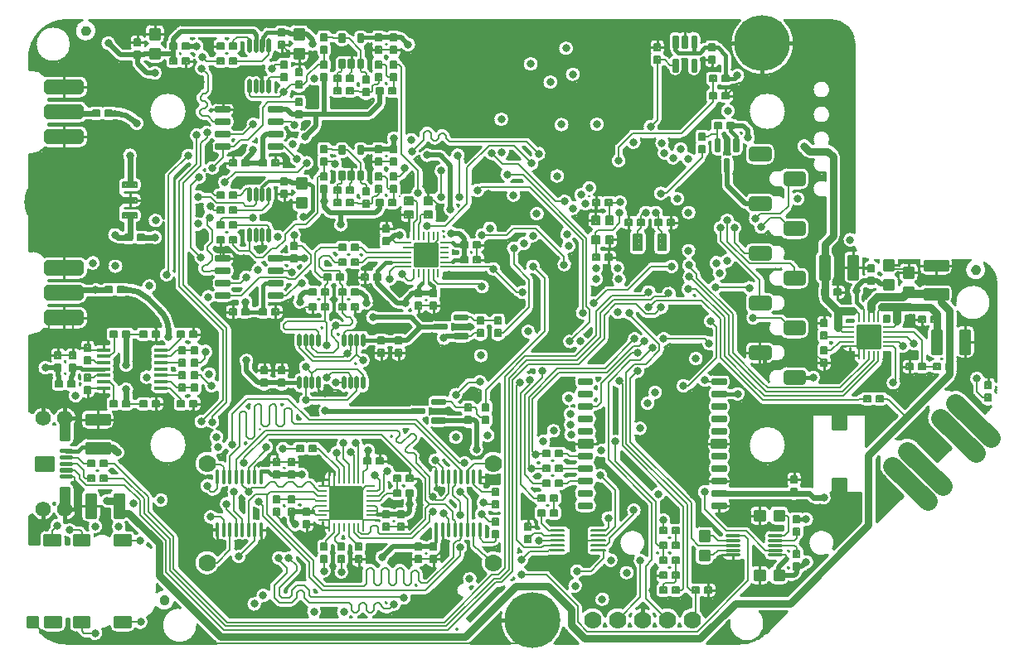
<source format=gbl>
*
*
G04 PADS 9.5 Build Number: 522968 generated Gerber (RS-274-X) file*
G04 PC Version=2.1*
*
%IN "PSDR.pcb"*%
*
%MOIN*%
*
%FSLAX35Y35*%
*
*
*
*
G04 PC Standard Apertures*
*
*
G04 Thermal Relief Aperture macro.*
%AMTER*
1,1,$1,0,0*
1,0,$1-$2,0,0*
21,0,$3,$4,0,0,45*
21,0,$3,$4,0,0,135*
%
*
*
G04 Annular Aperture macro.*
%AMANN*
1,1,$1,0,0*
1,0,$2,0,0*
%
*
*
G04 Odd Aperture macro.*
%AMODD*
1,1,$1,0,0*
1,0,$1-0.005,0,0*
%
*
*
G04 PC Custom Aperture Macros*
*
*
*
*
*
*
G04 PC Aperture Table*
*
%ADD010C,0.001*%
%ADD011C,0.008*%
%ADD012C,0.00787*%
%ADD013C,0.01575*%
%ADD034C,0.012*%
%ADD035C,0.03*%
%ADD036C,0.02*%
%ADD037C,0.015*%
%ADD038C,0.024*%
%ADD048C,0.07*%
%ADD072C,0.062*%
%ADD094C,0.00394*%
%ADD102O,0.03346X0.00984*%
%ADD103O,0.00984X0.03346*%
%ADD104C,0.01181*%
%ADD110C,0.016*%
%ADD146C,0.01*%
%ADD148C,0.076*%
%ADD149C,0.01969*%
%ADD150C,0.032*%
%ADD151C,0.22441*%
%ADD153C,0.014*%
%ADD166O,0.05512X0.01575*%
%ADD167O,0.0175X0.05906*%
%ADD169O,0.06102X0.01142*%
%ADD170O,0.01575X0.05906*%
%ADD173O,0.0175X0.0535*%
*
*
*
*
G04 PC Circuitry*
G04 Layer Name PSDR.pcb - circuitry*
%LPD*%
*
*
G04 PC Custom Flashes*
G04 Layer Name PSDR.pcb - flashes*
%LPD*%
*
*
G04 PC Circuitry*
G04 Layer Name PSDR.pcb - circuitry*
%LPD*%
*
G54D10*
G54D11*
G01X212900Y156850D02*
X215100D01*
Y154150*
X212900*
Y156850*
Y154400D02*
X215100D01*
X212900Y155200D02*
X215100D01*
X212900Y156000D02*
X215100D01*
X212900Y156800D02*
X215100D01*
X213600Y154150D02*
Y156850D01*
X214400Y154150D02*
Y156850D01*
X212900Y151850D02*
X215100D01*
Y149150*
X212900*
Y151850*
Y149600D02*
X215100D01*
X212900Y150400D02*
X215100D01*
X212900Y151200D02*
X215100D01*
X213600Y149150D02*
Y151850D01*
X214400Y149150D02*
Y151850D01*
X233900Y142850D02*
X236100D01*
Y140150*
X233900*
Y142850*
Y140800D02*
X236100D01*
X233900Y141600D02*
X236100D01*
X233900Y142400D02*
X236100D01*
X234400Y140150D02*
Y142850D01*
X235200Y140150D02*
Y142850D01*
X236000Y140150D02*
Y142850D01*
X233900Y137850D02*
X236100D01*
Y135150*
X233900*
Y137850*
Y135200D02*
X236100D01*
X233900Y136000D02*
X236100D01*
X233900Y136800D02*
X236100D01*
X233900Y137600D02*
X236100D01*
X234400Y135150D02*
Y137850D01*
X235200Y135150D02*
Y137850D01*
X236000Y135150D02*
Y137850D01*
X250900Y155850D02*
X253100D01*
Y153150*
X250900*
Y155850*
Y153600D02*
X253100D01*
X250900Y154400D02*
X253100D01*
X250900Y155200D02*
X253100D01*
X251200Y153150D02*
Y155850D01*
X252000Y153150D02*
Y155850D01*
X252800Y153150D02*
Y155850D01*
X250900Y150850D02*
X253100D01*
Y148150*
X250900*
Y150850*
Y148800D02*
X253100D01*
X250900Y149600D02*
X253100D01*
X250900Y150400D02*
X253100D01*
X251200Y148150D02*
Y150850D01*
X252000Y148150D02*
Y150850D01*
X252800Y148150D02*
Y150850D01*
X244900Y155850D02*
X247100D01*
Y153150*
X244900*
Y155850*
Y153600D02*
X247100D01*
X244900Y154400D02*
X247100D01*
X244900Y155200D02*
X247100D01*
X245600Y153150D02*
Y155850D01*
X246400Y153150D02*
Y155850D01*
X244900Y150850D02*
X247100D01*
Y148150*
X244900*
Y150850*
Y148800D02*
X247100D01*
X244900Y149600D02*
X247100D01*
X244900Y150400D02*
X247100D01*
X245600Y148150D02*
Y150850D01*
X246400Y148150D02*
Y150850D01*
X237150Y174900D02*
Y177100D01*
X239850*
Y174900*
X237150*
Y175200D02*
X239850D01*
X237150Y176000D02*
X239850D01*
X237150Y176800D02*
X239850D01*
X237600Y174900D02*
Y177100D01*
X238400Y174900D02*
Y177100D01*
X239200Y174900D02*
Y177100D01*
X242150Y174900D02*
Y177100D01*
X244850*
Y174900*
X242150*
Y175200D02*
X244850D01*
X242150Y176000D02*
X244850D01*
X242150Y176800D02*
X244850D01*
X242400Y174900D02*
Y177100D01*
X243200Y174900D02*
Y177100D01*
X244000Y174900D02*
Y177100D01*
X244800Y174900D02*
Y177100D01*
X206900Y161850D02*
X209100D01*
Y159150*
X206900*
Y161850*
Y159200D02*
X209100D01*
X206900Y160000D02*
X209100D01*
X206900Y160800D02*
X209100D01*
X206900Y161600D02*
X209100D01*
X207200Y159150D02*
Y161850D01*
X208000Y159150D02*
Y161850D01*
X208800Y159150D02*
Y161850D01*
X206900Y156850D02*
X209100D01*
Y154150*
X206900*
Y156850*
Y154400D02*
X209100D01*
X206900Y155200D02*
X209100D01*
X206900Y156000D02*
X209100D01*
X206900Y156800D02*
X209100D01*
X207200Y154150D02*
Y156850D01*
X208000Y154150D02*
Y156850D01*
X208800Y154150D02*
Y156850D01*
X203100Y154150D02*
X200900D01*
Y156850*
X203100*
Y154150*
X200900Y154400D02*
X203100D01*
X200900Y155200D02*
X203100D01*
X200900Y156000D02*
X203100D01*
X200900Y156800D02*
X203100D01*
X201600Y154150D02*
Y156850D01*
X202400Y154150D02*
Y156850D01*
X203100Y159150D02*
X200900D01*
Y161850*
X203100*
Y159150*
X200900Y159200D02*
X203100D01*
X200900Y160000D02*
X203100D01*
X200900Y160800D02*
X203100D01*
X200900Y161600D02*
X203100D01*
X201600Y159150D02*
Y161850D01*
X202400Y159150D02*
Y161850D01*
X249150Y161900D02*
Y164100D01*
X251850*
Y161900*
X249150*
Y162400D02*
X251850D01*
X249150Y163200D02*
X251850D01*
X249150Y164000D02*
X251850D01*
X249600Y161900D02*
Y164100D01*
X250400Y161900D02*
Y164100D01*
X251200Y161900D02*
Y164100D01*
X254150Y161900D02*
Y164100D01*
X256850*
Y161900*
X254150*
Y162400D02*
X256850D01*
X254150Y163200D02*
X256850D01*
X254150Y164000D02*
X256850D01*
X254400Y161900D02*
Y164100D01*
X255200Y161900D02*
Y164100D01*
X256000Y161900D02*
Y164100D01*
X256800Y161900D02*
Y164100D01*
X256850Y170100D02*
Y167900D01*
X254150*
Y170100*
X256850*
X254150Y168000D02*
X256850D01*
X254150Y168800D02*
X256850D01*
X254150Y169600D02*
X256850D01*
X254400Y167900D02*
Y170100D01*
X255200Y167900D02*
Y170100D01*
X256000Y167900D02*
Y170100D01*
X256800Y167900D02*
Y170100D01*
X251850D02*
Y167900D01*
X249150*
Y170100*
X251850*
X249150Y168000D02*
X251850D01*
X249150Y168800D02*
X251850D01*
X249150Y169600D02*
X251850D01*
X249600Y167900D02*
Y170100D01*
X250400Y167900D02*
Y170100D01*
X251200Y167900D02*
Y170100D01*
X423100Y214150D02*
X420900D01*
Y216850*
X423100*
Y214150*
X420900Y214400D02*
X423100D01*
X420900Y215200D02*
X423100D01*
X420900Y216000D02*
X423100D01*
X420900Y216800D02*
X423100D01*
X421600Y214150D02*
Y216850D01*
X422400Y214150D02*
Y216850D01*
X423100Y219150D02*
X420900D01*
Y221850*
X423100*
Y219150*
X420900Y219200D02*
X423100D01*
X420900Y220000D02*
X423100D01*
X420900Y220800D02*
X423100D01*
X420900Y221600D02*
X423100D01*
X421600Y219150D02*
Y221850D01*
X422400Y219150D02*
Y221850D01*
X190850Y237100D02*
Y234900D01*
X188150*
Y237100*
X190850*
X188150Y235200D02*
X190850D01*
X188150Y236000D02*
X190850D01*
X188150Y236800D02*
X190850D01*
X188800Y234900D02*
Y237100D01*
X189600Y234900D02*
Y237100D01*
X190400Y234900D02*
Y237100D01*
X185850D02*
Y234900D01*
X183150*
Y237100*
X185850*
X183150Y235200D02*
X185850D01*
X183150Y236000D02*
X185850D01*
X183150Y236800D02*
X185850D01*
X183200Y234900D02*
Y237100D01*
X184000Y234900D02*
Y237100D01*
X184800Y234900D02*
Y237100D01*
X185600Y234900D02*
Y237100D01*
X445850Y202100D02*
Y199900D01*
X443150*
Y202100*
X445850*
X443150Y200000D02*
X445850D01*
X443150Y200800D02*
X445850D01*
X443150Y201600D02*
X445850D01*
X443200Y199900D02*
Y202100D01*
X444000Y199900D02*
Y202100D01*
X444800Y199900D02*
Y202100D01*
X445600Y199900D02*
Y202100D01*
X440850D02*
Y199900D01*
X438150*
Y202100*
X440850*
X438150Y200000D02*
X440850D01*
X438150Y200800D02*
X440850D01*
X438150Y201600D02*
X440850D01*
X438400Y199900D02*
Y202100D01*
X439200Y199900D02*
Y202100D01*
X440000Y199900D02*
Y202100D01*
X440800Y199900D02*
Y202100D01*
X126150Y173900D02*
Y176100D01*
X128850*
Y173900*
X126150*
Y174400D02*
X128850D01*
X126150Y175200D02*
X128850D01*
X126150Y176000D02*
X128850D01*
X126400Y173900D02*
Y176100D01*
X127200Y173900D02*
Y176100D01*
X128000Y173900D02*
Y176100D01*
X128800Y173900D02*
Y176100D01*
X131150Y173900D02*
Y176100D01*
X133850*
Y173900*
X131150*
Y174400D02*
X133850D01*
X131150Y175200D02*
X133850D01*
X131150Y176000D02*
X133850D01*
X131200Y173900D02*
Y176100D01*
X132000Y173900D02*
Y176100D01*
X132800Y173900D02*
Y176100D01*
X133600Y173900D02*
Y176100D01*
X126150Y167900D02*
Y170100D01*
X128850*
Y167900*
X126150*
Y168000D02*
X128850D01*
X126150Y168800D02*
X128850D01*
X126150Y169600D02*
X128850D01*
X126400Y167900D02*
Y170100D01*
X127200Y167900D02*
Y170100D01*
X128000Y167900D02*
Y170100D01*
X128800Y167900D02*
Y170100D01*
X131150Y167900D02*
Y170100D01*
X133850*
Y167900*
X131150*
Y168000D02*
X133850D01*
X131150Y168800D02*
X133850D01*
X131150Y169600D02*
X133850D01*
X131200Y167900D02*
Y170100D01*
X132000Y167900D02*
Y170100D01*
X132800Y167900D02*
Y170100D01*
X133600Y167900D02*
Y170100D01*
X195150Y294900D02*
Y297100D01*
X197850*
Y294900*
X195150*
Y295200D02*
X197850D01*
X195150Y296000D02*
X197850D01*
X195150Y296800D02*
X197850D01*
X195200Y294900D02*
Y297100D01*
X196000Y294900D02*
Y297100D01*
X196800Y294900D02*
Y297100D01*
X197600Y294900D02*
Y297100D01*
X200150Y294900D02*
Y297100D01*
X202850*
Y294900*
X200150*
Y295200D02*
X202850D01*
X200150Y296000D02*
X202850D01*
X200150Y296800D02*
X202850D01*
X200800Y294900D02*
Y297100D01*
X201600Y294900D02*
Y297100D01*
X202400Y294900D02*
Y297100D01*
X329150Y278900D02*
Y281100D01*
X331850*
Y278900*
X329150*
Y279200D02*
X331850D01*
X329150Y280000D02*
X331850D01*
X329150Y280800D02*
X331850D01*
X329600Y278900D02*
Y281100D01*
X330400Y278900D02*
Y281100D01*
X331200Y278900D02*
Y281100D01*
X334150Y278900D02*
Y281100D01*
X336850*
Y278900*
X334150*
Y279200D02*
X336850D01*
X334150Y280000D02*
X336850D01*
X334150Y280800D02*
X336850D01*
X334400Y278900D02*
Y281100D01*
X335200Y278900D02*
Y281100D01*
X336000Y278900D02*
Y281100D01*
X336800Y278900D02*
Y281100D01*
X185850Y284100D02*
Y281900D01*
X183150*
Y284100*
X185850*
X183150Y282400D02*
X185850D01*
X183150Y283200D02*
X185850D01*
X183150Y284000D02*
X185850D01*
X183200Y281900D02*
Y284100D01*
X184000Y281900D02*
Y284100D01*
X184800Y281900D02*
Y284100D01*
X185600Y281900D02*
Y284100D01*
X180850D02*
Y281900D01*
X178150*
Y284100*
X180850*
X178150Y282400D02*
X180850D01*
X178150Y283200D02*
X180850D01*
X178150Y284000D02*
X180850D01*
X178400Y281900D02*
Y284100D01*
X179200Y281900D02*
Y284100D01*
X180000Y281900D02*
Y284100D01*
X180800Y281900D02*
Y284100D01*
X336850Y259100D02*
Y256900D01*
X334150*
Y259100*
X336850*
X334150Y257600D02*
X336850D01*
X334150Y258400D02*
X336850D01*
X334400Y256900D02*
Y259100D01*
X335200Y256900D02*
Y259100D01*
X336000Y256900D02*
Y259100D01*
X336800Y256900D02*
Y259100D01*
X331850D02*
Y256900D01*
X329150*
Y259100*
X331850*
X329150Y257600D02*
X331850D01*
X329150Y258400D02*
X331850D01*
X329600Y256900D02*
Y259100D01*
X330400Y256900D02*
Y259100D01*
X331200Y256900D02*
Y259100D01*
X222100Y135150D02*
X219900D01*
Y137850*
X222100*
Y135150*
X219900Y135200D02*
X222100D01*
X219900Y136000D02*
X222100D01*
X219900Y136800D02*
X222100D01*
X219900Y137600D02*
X222100D01*
X220000Y135150D02*
Y137850D01*
X220800Y135150D02*
Y137850D01*
X221600Y135150D02*
Y137850D01*
X222100Y140150D02*
X219900D01*
Y142850*
X222100*
Y140150*
X219900Y140800D02*
X222100D01*
X219900Y141600D02*
X222100D01*
X219900Y142400D02*
X222100D01*
X220000Y140150D02*
Y142850D01*
X220800Y140150D02*
Y142850D01*
X221600Y140150D02*
Y142850D01*
X226900D02*
X229100D01*
Y140150*
X226900*
Y142850*
Y140800D02*
X229100D01*
X226900Y141600D02*
X229100D01*
X226900Y142400D02*
X229100D01*
X227200Y140150D02*
Y142850D01*
X228000Y140150D02*
Y142850D01*
X228800Y140150D02*
Y142850D01*
X226900Y137850D02*
X229100D01*
Y135150*
X226900*
Y137850*
Y135200D02*
X229100D01*
X226900Y136000D02*
X229100D01*
X226900Y136800D02*
X229100D01*
X226900Y137600D02*
X229100D01*
X227200Y135150D02*
Y137850D01*
X228000Y135150D02*
Y137850D01*
X228800Y135150D02*
Y137850D01*
X288900Y152850D02*
X291100D01*
Y150150*
X288900*
Y152850*
Y150400D02*
X291100D01*
X288900Y151200D02*
X291100D01*
X288900Y152000D02*
X291100D01*
X288900Y152800D02*
X291100D01*
X289600Y150150D02*
Y152850D01*
X290400Y150150D02*
Y152850D01*
X288900Y147850D02*
X291100D01*
Y145150*
X288900*
Y147850*
Y145600D02*
X291100D01*
X288900Y146400D02*
X291100D01*
X288900Y147200D02*
X291100D01*
X289600Y145150D02*
Y147850D01*
X290400Y145150D02*
Y147850D01*
X291100Y157150D02*
X288900D01*
Y159850*
X291100*
Y157150*
X288900Y157600D02*
X291100D01*
X288900Y158400D02*
X291100D01*
X288900Y159200D02*
X291100D01*
X289600Y157150D02*
Y159850D01*
X290400Y157150D02*
Y159850D01*
X291100Y162150D02*
X288900D01*
Y164850*
X291100*
Y162150*
X288900Y162400D02*
X291100D01*
X288900Y163200D02*
X291100D01*
X288900Y164000D02*
X291100D01*
X288900Y164800D02*
X291100D01*
X289600Y162150D02*
Y164850D01*
X290400Y162150D02*
Y164850D01*
X263900Y142850D02*
X266100D01*
Y140150*
X263900*
Y142850*
Y140800D02*
X266100D01*
X263900Y141600D02*
X266100D01*
X263900Y142400D02*
X266100D01*
X264000Y140150D02*
Y142850D01*
X264800Y140150D02*
Y142850D01*
X265600Y140150D02*
Y142850D01*
X263900Y137850D02*
X266100D01*
Y135150*
X263900*
Y137850*
Y135200D02*
X266100D01*
X263900Y136000D02*
X266100D01*
X263900Y136800D02*
X266100D01*
X263900Y137600D02*
X266100D01*
X264000Y135150D02*
Y137850D01*
X264800Y135150D02*
Y137850D01*
X265600Y135150D02*
Y137850D01*
X203100Y169150D02*
X200900D01*
Y171850*
X203100*
Y169150*
X200900Y169600D02*
X203100D01*
X200900Y170400D02*
X203100D01*
X200900Y171200D02*
X203100D01*
X201600Y169150D02*
Y171850D01*
X202400Y169150D02*
Y171850D01*
X203100Y174150D02*
X200900D01*
Y176850*
X203100*
Y174150*
X200900Y174400D02*
X203100D01*
X200900Y175200D02*
X203100D01*
X200900Y176000D02*
X203100D01*
X200900Y176800D02*
X203100D01*
X201600Y174150D02*
Y176850D01*
X202400Y174150D02*
Y176850D01*
X257900Y142850D02*
X260100D01*
Y140150*
X257900*
Y142850*
Y140800D02*
X260100D01*
X257900Y141600D02*
X260100D01*
X257900Y142400D02*
X260100D01*
X258400Y140150D02*
Y142850D01*
X259200Y140150D02*
Y142850D01*
X260000Y140150D02*
Y142850D01*
X257900Y137850D02*
X260100D01*
Y135150*
X257900*
Y137850*
Y135200D02*
X260100D01*
X257900Y136000D02*
X260100D01*
X257900Y136800D02*
X260100D01*
X257900Y137600D02*
X260100D01*
X258400Y135150D02*
Y137850D01*
X259200Y135150D02*
Y137850D01*
X260000Y135150D02*
Y137850D01*
X209100Y169150D02*
X206900D01*
Y171850*
X209100*
Y169150*
X206900Y169600D02*
X209100D01*
X206900Y170400D02*
X209100D01*
X206900Y171200D02*
X209100D01*
X207200Y169150D02*
Y171850D01*
X208000Y169150D02*
Y171850D01*
X208800Y169150D02*
Y171850D01*
X209100Y174150D02*
X206900D01*
Y176850*
X209100*
Y174150*
X206900Y174400D02*
X209100D01*
X206900Y175200D02*
X209100D01*
X206900Y176000D02*
X209100D01*
X206900Y176800D02*
X209100D01*
X207200Y174150D02*
Y176850D01*
X208000Y174150D02*
Y176850D01*
X208800Y174150D02*
Y176850D01*
X217850Y182100D02*
Y179900D01*
X215150*
Y182100*
X217850*
X215150Y180000D02*
X217850D01*
X215150Y180800D02*
X217850D01*
X215150Y181600D02*
X217850D01*
X215200Y179900D02*
Y182100D01*
X216000Y179900D02*
Y182100D01*
X216800Y179900D02*
Y182100D01*
X217600Y179900D02*
Y182100D01*
X212850D02*
Y179900D01*
X210150*
Y182100*
X212850*
X210150Y180000D02*
X212850D01*
X210150Y180800D02*
X212850D01*
X210150Y181600D02*
X212850D01*
X210400Y179900D02*
Y182100D01*
X211200Y179900D02*
Y182100D01*
X212000Y179900D02*
Y182100D01*
X212800Y179900D02*
Y182100D01*
X249850Y281100D02*
Y278900D01*
X247150*
Y281100*
X249850*
X247150Y279200D02*
X249850D01*
X247150Y280000D02*
X249850D01*
X247150Y280800D02*
X249850D01*
X247200Y278900D02*
Y281100D01*
X248000Y278900D02*
Y281100D01*
X248800Y278900D02*
Y281100D01*
X249600Y278900D02*
Y281100D01*
X244850D02*
Y278900D01*
X242150*
Y281100*
X244850*
X242150Y279200D02*
X244850D01*
X242150Y280000D02*
X244850D01*
X242150Y280800D02*
X244850D01*
X242400Y278900D02*
Y281100D01*
X243200Y278900D02*
Y281100D01*
X244000Y278900D02*
Y281100D01*
X244800Y278900D02*
Y281100D01*
X249850Y326100D02*
Y323900D01*
X247150*
Y326100*
X249850*
X247150Y324000D02*
X249850D01*
X247150Y324800D02*
X249850D01*
X247150Y325600D02*
X249850D01*
X247200Y323900D02*
Y326100D01*
X248000Y323900D02*
Y326100D01*
X248800Y323900D02*
Y326100D01*
X249600Y323900D02*
Y326100D01*
X244850D02*
Y323900D01*
X242150*
Y326100*
X244850*
X242150Y324000D02*
X244850D01*
X242150Y324800D02*
X244850D01*
X242150Y325600D02*
X244850D01*
X242400Y323900D02*
Y326100D01*
X243200Y323900D02*
Y326100D01*
X244000Y323900D02*
Y326100D01*
X244800Y323900D02*
Y326100D01*
X147100Y338150D02*
X144900D01*
Y340850*
X147100*
Y338150*
X144900Y338400D02*
X147100D01*
X144900Y339200D02*
X147100D01*
X144900Y340000D02*
X147100D01*
X144900Y340800D02*
X147100D01*
X145600Y338150D02*
Y340850D01*
X146400Y338150D02*
Y340850D01*
X147100Y343150D02*
X144900D01*
Y345850*
X147100*
Y343150*
X144900Y343200D02*
X147100D01*
X144900Y344000D02*
X147100D01*
X144900Y344800D02*
X147100D01*
X144900Y345600D02*
X147100D01*
X145600Y343150D02*
Y345850D01*
X146400Y343150D02*
Y345850D01*
X409900Y139850D02*
X412100D01*
Y137150*
X409900*
Y139850*
Y137600D02*
X412100D01*
X409900Y138400D02*
X412100D01*
X409900Y139200D02*
X412100D01*
X410400Y137150D02*
Y139850D01*
X411200Y137150D02*
Y139850D01*
X412000Y137150D02*
Y139850D01*
X409900Y134850D02*
X412100D01*
Y132150*
X409900*
Y134850*
Y132800D02*
X412100D01*
X409900Y133600D02*
X412100D01*
X409900Y134400D02*
X412100D01*
X410400Y132150D02*
Y134850D01*
X411200Y132150D02*
Y134850D01*
X412000Y132150D02*
Y134850D01*
X287100Y191150D02*
X284900D01*
Y193850*
X287100*
Y191150*
X284900Y191200D02*
X287100D01*
X284900Y192000D02*
X287100D01*
X284900Y192800D02*
X287100D01*
X284900Y193600D02*
X287100D01*
X285600Y191150D02*
Y193850D01*
X286400Y191150D02*
Y193850D01*
X287100Y196150D02*
X284900D01*
Y198850*
X287100*
Y196150*
X284900Y196800D02*
X287100D01*
X284900Y197600D02*
X287100D01*
X284900Y198400D02*
X287100D01*
X285600Y196150D02*
Y198850D01*
X286400Y196150D02*
Y198850D01*
X280100Y191150D02*
X277900D01*
Y193850*
X280100*
Y191150*
X277900Y191200D02*
X280100D01*
X277900Y192000D02*
X280100D01*
X277900Y192800D02*
X280100D01*
X277900Y193600D02*
X280100D01*
X278400Y191150D02*
Y193850D01*
X279200Y191150D02*
Y193850D01*
X280000Y191150D02*
Y193850D01*
X280100Y196150D02*
X277900D01*
Y198850*
X280100*
Y196150*
X277900Y196800D02*
X280100D01*
X277900Y197600D02*
X280100D01*
X277900Y198400D02*
X280100D01*
X278400Y196150D02*
Y198850D01*
X279200Y196150D02*
Y198850D01*
X280000Y196150D02*
Y198850D01*
X276150Y261900D02*
Y264100D01*
X278850*
Y261900*
X276150*
Y262400D02*
X278850D01*
X276150Y263200D02*
X278850D01*
X276150Y264000D02*
X278850D01*
X276800Y261900D02*
Y264100D01*
X277600Y261900D02*
Y264100D01*
X278400Y261900D02*
Y264100D01*
X281150Y261900D02*
Y264100D01*
X283850*
Y261900*
X281150*
Y262400D02*
X283850D01*
X281150Y263200D02*
X283850D01*
X281150Y264000D02*
X283850D01*
X281600Y261900D02*
Y264100D01*
X282400Y261900D02*
Y264100D01*
X283200Y261900D02*
Y264100D01*
X276150Y255900D02*
Y258100D01*
X278850*
Y255900*
X276150*
Y256000D02*
X278850D01*
X276150Y256800D02*
X278850D01*
X276150Y257600D02*
X278850D01*
X276800Y255900D02*
Y258100D01*
X277600Y255900D02*
Y258100D01*
X278400Y255900D02*
Y258100D01*
X281150Y255900D02*
Y258100D01*
X283850*
Y255900*
X281150*
Y256000D02*
X283850D01*
X281150Y256800D02*
X283850D01*
X281150Y257600D02*
X283850D01*
X281600Y255900D02*
Y258100D01*
X282400Y255900D02*
Y258100D01*
X283200Y255900D02*
Y258100D01*
X263900Y244850D02*
X266100D01*
Y242150*
X263900*
Y244850*
Y242400D02*
X266100D01*
X263900Y243200D02*
X266100D01*
X263900Y244000D02*
X266100D01*
X263900Y244800D02*
X266100D01*
X264000Y242150D02*
Y244850D01*
X264800Y242150D02*
Y244850D01*
X265600Y242150D02*
Y244850D01*
X263900Y239850D02*
X266100D01*
Y237150*
X263900*
Y239850*
Y237600D02*
X266100D01*
X263900Y238400D02*
X266100D01*
X263900Y239200D02*
X266100D01*
X264000Y237150D02*
Y239850D01*
X264800Y237150D02*
Y239850D01*
X265600Y237150D02*
Y239850D01*
X257900Y244850D02*
X260100D01*
Y242150*
X257900*
Y244850*
Y242400D02*
X260100D01*
X257900Y243200D02*
X260100D01*
X257900Y244000D02*
X260100D01*
X257900Y244800D02*
X260100D01*
X258400Y242150D02*
Y244850D01*
X259200Y242150D02*
Y244850D01*
X260000Y242150D02*
Y244850D01*
X257900Y239850D02*
X260100D01*
Y237150*
X257900*
Y239850*
Y237600D02*
X260100D01*
X257900Y238400D02*
X260100D01*
X257900Y239200D02*
X260100D01*
X258400Y237150D02*
Y239850D01*
X259200Y237150D02*
Y239850D01*
X260000Y237150D02*
Y239850D01*
X243850Y251100D02*
Y248900D01*
X241150*
Y251100*
X243850*
X241150Y249600D02*
X243850D01*
X241150Y250400D02*
X243850D01*
X241600Y248900D02*
Y251100D01*
X242400Y248900D02*
Y251100D01*
X243200Y248900D02*
Y251100D01*
X238850D02*
Y248900D01*
X236150*
Y251100*
X238850*
X236150Y249600D02*
X238850D01*
X236150Y250400D02*
X238850D01*
X236800Y248900D02*
Y251100D01*
X237600Y248900D02*
Y251100D01*
X238400Y248900D02*
Y251100D01*
X247100Y263150D02*
X244900D01*
Y265850*
X247100*
Y263150*
X244900Y263200D02*
X247100D01*
X244900Y264000D02*
X247100D01*
X244900Y264800D02*
X247100D01*
X244900Y265600D02*
X247100D01*
X245600Y263150D02*
Y265850D01*
X246400Y263150D02*
Y265850D01*
X247100Y268150D02*
X244900D01*
Y270850*
X247100*
Y268150*
X244900Y268800D02*
X247100D01*
X244900Y269600D02*
X247100D01*
X244900Y270400D02*
X247100D01*
X245600Y268150D02*
Y270850D01*
X246400Y268150D02*
Y270850D01*
X378150Y309900D02*
Y312100D01*
X380850*
Y309900*
X378150*
Y310400D02*
X380850D01*
X378150Y311200D02*
X380850D01*
X378150Y312000D02*
X380850D01*
X378400Y309900D02*
Y312100D01*
X379200Y309900D02*
Y312100D01*
X380000Y309900D02*
Y312100D01*
X380800Y309900D02*
Y312100D01*
X383150Y309900D02*
Y312100D01*
X385850*
Y309900*
X383150*
Y310400D02*
X385850D01*
X383150Y311200D02*
X385850D01*
X383150Y312000D02*
X385850D01*
X383200Y309900D02*
Y312100D01*
X384000Y309900D02*
Y312100D01*
X384800Y309900D02*
Y312100D01*
X385600Y309900D02*
Y312100D01*
X374100Y300150D02*
X371900D01*
Y302850*
X374100*
Y300150*
X371900Y300800D02*
X374100D01*
X371900Y301600D02*
X374100D01*
X371900Y302400D02*
X374100D01*
X372000Y300150D02*
Y302850D01*
X372800Y300150D02*
Y302850D01*
X373600Y300150D02*
Y302850D01*
X374100Y305150D02*
X371900D01*
Y307850*
X374100*
Y305150*
X371900Y305600D02*
X374100D01*
X371900Y306400D02*
X374100D01*
X371900Y307200D02*
X374100D01*
X372000Y305150D02*
Y307850D01*
X372800Y305150D02*
Y307850D01*
X373600Y305150D02*
Y307850D01*
X289900Y233850D02*
X292100D01*
Y231150*
X289900*
Y233850*
Y231200D02*
X292100D01*
X289900Y232000D02*
X292100D01*
X289900Y232800D02*
X292100D01*
X289900Y233600D02*
X292100D01*
X290400Y231150D02*
Y233850D01*
X291200Y231150D02*
Y233850D01*
X292000Y231150D02*
Y233850D01*
X289900Y228850D02*
X292100D01*
Y226150*
X289900*
Y228850*
Y226400D02*
X292100D01*
X289900Y227200D02*
X292100D01*
X289900Y228000D02*
X292100D01*
X289900Y228800D02*
X292100D01*
X290400Y226150D02*
Y228850D01*
X291200Y226150D02*
Y228850D01*
X292000Y226150D02*
Y228850D01*
X411100Y162150D02*
X408900D01*
Y164850*
X411100*
Y162150*
X408900Y162400D02*
X411100D01*
X408900Y163200D02*
X411100D01*
X408900Y164000D02*
X411100D01*
X408900Y164800D02*
X411100D01*
X409600Y162150D02*
Y164850D01*
X410400Y162150D02*
Y164850D01*
X411100Y167150D02*
X408900D01*
Y169850*
X411100*
Y167150*
X408900Y167200D02*
X411100D01*
X408900Y168000D02*
X411100D01*
X408900Y168800D02*
X411100D01*
X408900Y169600D02*
X411100D01*
X409600Y167150D02*
Y169850D01*
X410400Y167150D02*
Y169850D01*
X420900Y232850D02*
X423100D01*
Y230150*
X420900*
Y232850*
Y230400D02*
X423100D01*
X420900Y231200D02*
X423100D01*
X420900Y232000D02*
X423100D01*
X420900Y232800D02*
X423100D01*
X421600Y230150D02*
Y232850D01*
X422400Y230150D02*
Y232850D01*
X420900Y227850D02*
X423100D01*
Y225150*
X420900*
Y227850*
Y225600D02*
X423100D01*
X420900Y226400D02*
X423100D01*
X420900Y227200D02*
X423100D01*
X421600Y225150D02*
Y227850D01*
X422400Y225150D02*
Y227850D01*
X316850Y180100D02*
Y177900D01*
X314150*
Y180100*
X316850*
X314150Y178400D02*
X316850D01*
X314150Y179200D02*
X316850D01*
X314150Y180000D02*
X316850D01*
X314400Y177900D02*
Y180100D01*
X315200Y177900D02*
Y180100D01*
X316000Y177900D02*
Y180100D01*
X316800Y177900D02*
Y180100D01*
X311850D02*
Y177900D01*
X309150*
Y180100*
X311850*
X309150Y178400D02*
X311850D01*
X309150Y179200D02*
X311850D01*
X309150Y180000D02*
X311850D01*
X309600Y177900D02*
Y180100D01*
X310400Y177900D02*
Y180100D01*
X311200Y177900D02*
Y180100D01*
X316850Y174100D02*
Y171900D01*
X314150*
Y174100*
X316850*
X314150Y172000D02*
X316850D01*
X314150Y172800D02*
X316850D01*
X314150Y173600D02*
X316850D01*
X314400Y171900D02*
Y174100D01*
X315200Y171900D02*
Y174100D01*
X316000Y171900D02*
Y174100D01*
X316800Y171900D02*
Y174100D01*
X311850D02*
Y171900D01*
X309150*
Y174100*
X311850*
X309150Y172000D02*
X311850D01*
X309150Y172800D02*
X311850D01*
X309150Y173600D02*
X311850D01*
X309600Y171900D02*
Y174100D01*
X310400Y171900D02*
Y174100D01*
X311200Y171900D02*
Y174100D01*
X316850Y168100D02*
Y165900D01*
X314150*
Y168100*
X316850*
X314150Y166400D02*
X316850D01*
X314150Y167200D02*
X316850D01*
X314150Y168000D02*
X316850D01*
X314400Y165900D02*
Y168100D01*
X315200Y165900D02*
Y168100D01*
X316000Y165900D02*
Y168100D01*
X316800Y165900D02*
Y168100D01*
X311850D02*
Y165900D01*
X309150*
Y168100*
X311850*
X309150Y166400D02*
X311850D01*
X309150Y167200D02*
X311850D01*
X309150Y168000D02*
X311850D01*
X309600Y165900D02*
Y168100D01*
X310400Y165900D02*
Y168100D01*
X311200Y165900D02*
Y168100D01*
X207900Y263850D02*
X210100D01*
Y261150*
X207900*
Y263850*
Y261600D02*
X210100D01*
X207900Y262400D02*
X210100D01*
X207900Y263200D02*
X210100D01*
X208000Y261150D02*
Y263850D01*
X208800Y261150D02*
Y263850D01*
X209600Y261150D02*
Y263850D01*
X207900Y258850D02*
X210100D01*
Y256150*
X207900*
Y258850*
Y256800D02*
X210100D01*
X207900Y257600D02*
X210100D01*
X207900Y258400D02*
X210100D01*
X208000Y256150D02*
Y258850D01*
X208800Y256150D02*
Y258850D01*
X209600Y256150D02*
Y258850D01*
X209900Y321850D02*
X212100D01*
Y319150*
X209900*
Y321850*
Y319200D02*
X212100D01*
X209900Y320000D02*
X212100D01*
X209900Y320800D02*
X212100D01*
X209900Y321600D02*
X212100D01*
X210400Y319150D02*
Y321850D01*
X211200Y319150D02*
Y321850D01*
X212000Y319150D02*
Y321850D01*
X209900Y316850D02*
X212100D01*
Y314150*
X209900*
Y316850*
Y314400D02*
X212100D01*
X209900Y315200D02*
X212100D01*
X209900Y316000D02*
X212100D01*
X209900Y316800D02*
X212100D01*
X210400Y314150D02*
Y316850D01*
X211200Y314150D02*
Y316850D01*
X212000Y314150D02*
Y316850D01*
X185850Y344100D02*
Y341900D01*
X183150*
Y344100*
X185850*
X183150Y342400D02*
X185850D01*
X183150Y343200D02*
X185850D01*
X183150Y344000D02*
X185850D01*
X183200Y341900D02*
Y344100D01*
X184000Y341900D02*
Y344100D01*
X184800Y341900D02*
Y344100D01*
X185600Y341900D02*
Y344100D01*
X180850D02*
Y341900D01*
X178150*
Y344100*
X180850*
X178150Y342400D02*
X180850D01*
X178150Y343200D02*
X180850D01*
X178150Y344000D02*
X180850D01*
X178400Y341900D02*
Y344100D01*
X179200Y341900D02*
Y344100D01*
X180000Y341900D02*
Y344100D01*
X180800Y341900D02*
Y344100D01*
X178150Y263900D02*
Y266100D01*
X180850*
Y263900*
X178150*
Y264000D02*
X180850D01*
X178150Y264800D02*
X180850D01*
X178150Y265600D02*
X180850D01*
X178400Y263900D02*
Y266100D01*
X179200Y263900D02*
Y266100D01*
X180000Y263900D02*
Y266100D01*
X180800Y263900D02*
Y266100D01*
X183150Y263900D02*
Y266100D01*
X185850*
Y263900*
X183150*
Y264000D02*
X185850D01*
X183150Y264800D02*
X185850D01*
X183150Y265600D02*
X185850D01*
X183200Y263900D02*
Y266100D01*
X184000Y263900D02*
Y266100D01*
X184800Y263900D02*
Y266100D01*
X185600Y263900D02*
Y266100D01*
X486900Y207850D02*
X489100D01*
Y205150*
X486900*
Y207850*
Y205600D02*
X489100D01*
X486900Y206400D02*
X489100D01*
X486900Y207200D02*
X489100D01*
X487200Y205150D02*
Y207850D01*
X488000Y205150D02*
Y207850D01*
X488800Y205150D02*
Y207850D01*
X486900Y202850D02*
X489100D01*
Y200150*
X486900*
Y202850*
Y200800D02*
X489100D01*
X486900Y201600D02*
X489100D01*
X486900Y202400D02*
X489100D01*
X487200Y200150D02*
Y202850D01*
X488000Y200150D02*
Y202850D01*
X488800Y200150D02*
Y202850D01*
X209900Y333850D02*
X212100D01*
Y331150*
X209900*
Y333850*
Y331200D02*
X212100D01*
X209900Y332000D02*
X212100D01*
X209900Y332800D02*
X212100D01*
X209900Y333600D02*
X212100D01*
X210400Y331150D02*
Y333850D01*
X211200Y331150D02*
Y333850D01*
X212000Y331150D02*
Y333850D01*
X209900Y328850D02*
X212100D01*
Y326150*
X209900*
Y328850*
Y326400D02*
X212100D01*
X209900Y327200D02*
X212100D01*
X209900Y328000D02*
X212100D01*
X209900Y328800D02*
X212100D01*
X210400Y326150D02*
Y328850D01*
X211200Y326150D02*
Y328850D01*
X212000Y326150D02*
Y328850D01*
X455150Y212900D02*
Y215100D01*
X457850*
Y212900*
X455150*
Y213600D02*
X457850D01*
X455150Y214400D02*
X457850D01*
X455200Y212900D02*
Y215100D01*
X456000Y212900D02*
Y215100D01*
X456800Y212900D02*
Y215100D01*
X457600Y212900D02*
Y215100D01*
X460150Y212900D02*
Y215100D01*
X462850*
Y212900*
X460150*
Y213600D02*
X462850D01*
X460150Y214400D02*
X462850D01*
X460800Y212900D02*
Y215100D01*
X461600Y212900D02*
Y215100D01*
X462400Y212900D02*
Y215100D01*
X442100Y247150D02*
X439900D01*
Y249850*
X442100*
Y247150*
X439900Y247200D02*
X442100D01*
X439900Y248000D02*
X442100D01*
X439900Y248800D02*
X442100D01*
X439900Y249600D02*
X442100D01*
X440000Y247150D02*
Y249850D01*
X440800Y247150D02*
Y249850D01*
X441600Y247150D02*
Y249850D01*
X442100Y252150D02*
X439900D01*
Y254850*
X442100*
Y252150*
X439900Y252800D02*
X442100D01*
X439900Y253600D02*
X442100D01*
X439900Y254400D02*
X442100D01*
X440000Y252150D02*
Y254850D01*
X440800Y252150D02*
Y254850D01*
X441600Y252150D02*
Y254850D01*
X241900Y291850D02*
X244100D01*
Y289150*
X241900*
Y291850*
Y289600D02*
X244100D01*
X241900Y290400D02*
X244100D01*
X241900Y291200D02*
X244100D01*
X242400Y289150D02*
Y291850D01*
X243200Y289150D02*
Y291850D01*
X244000Y289150D02*
Y291850D01*
X241900Y286850D02*
X244100D01*
Y284150*
X241900*
Y286850*
Y284800D02*
X244100D01*
X241900Y285600D02*
X244100D01*
X241900Y286400D02*
X244100D01*
X242400Y284150D02*
Y286850D01*
X243200Y284150D02*
Y286850D01*
X244000Y284150D02*
Y286850D01*
X232850Y281100D02*
Y278900D01*
X230150*
Y281100*
X232850*
X230150Y279200D02*
X232850D01*
X230150Y280000D02*
X232850D01*
X230150Y280800D02*
X232850D01*
X230400Y278900D02*
Y281100D01*
X231200Y278900D02*
Y281100D01*
X232000Y278900D02*
Y281100D01*
X232800Y278900D02*
Y281100D01*
X227850D02*
Y278900D01*
X225150*
Y281100*
X227850*
X225150Y279200D02*
X227850D01*
X225150Y280000D02*
X227850D01*
X225150Y280800D02*
X227850D01*
X225600Y278900D02*
Y281100D01*
X226400Y278900D02*
Y281100D01*
X227200Y278900D02*
Y281100D01*
X219900Y291850D02*
X222100D01*
Y289150*
X219900*
Y291850*
Y289600D02*
X222100D01*
X219900Y290400D02*
X222100D01*
X219900Y291200D02*
X222100D01*
X220000Y289150D02*
Y291850D01*
X220800Y289150D02*
Y291850D01*
X221600Y289150D02*
Y291850D01*
X219900Y286850D02*
X222100D01*
Y284150*
X219900*
Y286850*
Y284800D02*
X222100D01*
X219900Y285600D02*
X222100D01*
X219900Y286400D02*
X222100D01*
X220000Y284150D02*
Y286850D01*
X220800Y284150D02*
Y286850D01*
X221600Y284150D02*
Y286850D01*
X241900Y336850D02*
X244100D01*
Y334150*
X241900*
Y336850*
Y334400D02*
X244100D01*
X241900Y335200D02*
X244100D01*
X241900Y336000D02*
X244100D01*
X241900Y336800D02*
X244100D01*
X242400Y334150D02*
Y336850D01*
X243200Y334150D02*
Y336850D01*
X244000Y334150D02*
Y336850D01*
X241900Y331850D02*
X244100D01*
Y329150*
X241900*
Y331850*
Y329600D02*
X244100D01*
X241900Y330400D02*
X244100D01*
X241900Y331200D02*
X244100D01*
X242400Y329150D02*
Y331850D01*
X243200Y329150D02*
Y331850D01*
X244000Y329150D02*
Y331850D01*
X232850Y326100D02*
Y323900D01*
X230150*
Y326100*
X232850*
X230150Y324000D02*
X232850D01*
X230150Y324800D02*
X232850D01*
X230150Y325600D02*
X232850D01*
X230400Y323900D02*
Y326100D01*
X231200Y323900D02*
Y326100D01*
X232000Y323900D02*
Y326100D01*
X232800Y323900D02*
Y326100D01*
X227850D02*
Y323900D01*
X225150*
Y326100*
X227850*
X225150Y324000D02*
X227850D01*
X225150Y324800D02*
X227850D01*
X225150Y325600D02*
X227850D01*
X225600Y323900D02*
Y326100D01*
X226400Y323900D02*
Y326100D01*
X227200Y323900D02*
Y326100D01*
X249900Y225850D02*
X252100D01*
Y223150*
X249900*
Y225850*
Y223200D02*
X252100D01*
X249900Y224000D02*
X252100D01*
X249900Y224800D02*
X252100D01*
X249900Y225600D02*
X252100D01*
X250400Y223150D02*
Y225850D01*
X251200Y223150D02*
Y225850D01*
X252000Y223150D02*
Y225850D01*
X249900Y220850D02*
X252100D01*
Y218150*
X249900*
Y220850*
Y218400D02*
X252100D01*
X249900Y219200D02*
X252100D01*
X249900Y220000D02*
X252100D01*
X249900Y220800D02*
X252100D01*
X250400Y218150D02*
Y220850D01*
X251200Y218150D02*
Y220850D01*
X252000Y218150D02*
Y220850D01*
X198100Y206150D02*
X195900D01*
Y208850*
X198100*
Y206150*
X195900Y206400D02*
X198100D01*
X195900Y207200D02*
X198100D01*
X195900Y208000D02*
X198100D01*
X195900Y208800D02*
X198100D01*
X196000Y206150D02*
Y208850D01*
X196800Y206150D02*
Y208850D01*
X197600Y206150D02*
Y208850D01*
X198100Y211150D02*
X195900D01*
Y213850*
X198100*
Y211150*
X195900Y211200D02*
X198100D01*
X195900Y212000D02*
X198100D01*
X195900Y212800D02*
X198100D01*
X195900Y213600D02*
X198100D01*
X196000Y211150D02*
Y213850D01*
X196800Y211150D02*
Y213850D01*
X197600Y211150D02*
Y213850D01*
X242900Y225850D02*
X245100D01*
Y223150*
X242900*
Y225850*
Y223200D02*
X245100D01*
X242900Y224000D02*
X245100D01*
X242900Y224800D02*
X245100D01*
X242900Y225600D02*
X245100D01*
X243200Y223150D02*
Y225850D01*
X244000Y223150D02*
Y225850D01*
X244800Y223150D02*
Y225850D01*
X242900Y220850D02*
X245100D01*
Y218150*
X242900*
Y220850*
Y218400D02*
X245100D01*
X242900Y219200D02*
X245100D01*
X242900Y220000D02*
X245100D01*
X242900Y220800D02*
X245100D01*
X243200Y218150D02*
Y220850D01*
X244000Y218150D02*
Y220850D01*
X244800Y218150D02*
Y220850D01*
X205100Y206150D02*
X202900D01*
Y208850*
X205100*
Y206150*
X202900Y206400D02*
X205100D01*
X202900Y207200D02*
X205100D01*
X202900Y208000D02*
X205100D01*
X202900Y208800D02*
X205100D01*
X203200Y206150D02*
Y208850D01*
X204000Y206150D02*
Y208850D01*
X204800Y206150D02*
Y208850D01*
X205100Y211150D02*
X202900D01*
Y213850*
X205100*
Y211150*
X202900Y211200D02*
X205100D01*
X202900Y212000D02*
X205100D01*
X202900Y212800D02*
X205100D01*
X202900Y213600D02*
X205100D01*
X203200Y211150D02*
Y213850D01*
X204000Y211150D02*
Y213850D01*
X204800Y211150D02*
Y213850D01*
X228850Y251100D02*
Y248900D01*
X226150*
Y251100*
X228850*
X226150Y249600D02*
X228850D01*
X226150Y250400D02*
X228850D01*
X226400Y248900D02*
Y251100D01*
X227200Y248900D02*
Y251100D01*
X228000Y248900D02*
Y251100D01*
X228800Y248900D02*
Y251100D01*
X223850D02*
Y248900D01*
X221150*
Y251100*
X223850*
X221150Y249600D02*
X223850D01*
X221150Y250400D02*
X223850D01*
X221600Y248900D02*
Y251100D01*
X222400Y248900D02*
Y251100D01*
X223200Y248900D02*
Y251100D01*
X234850Y263100D02*
Y260900D01*
X232150*
Y263100*
X234850*
X232150Y261600D02*
X234850D01*
X232150Y262400D02*
X234850D01*
X232800Y260900D02*
Y263100D01*
X233600Y260900D02*
Y263100D01*
X234400Y260900D02*
Y263100D01*
X229850D02*
Y260900D01*
X227150*
Y263100*
X229850*
X227150Y261600D02*
X229850D01*
X227150Y262400D02*
X229850D01*
X227200Y260900D02*
Y263100D01*
X228000Y260900D02*
Y263100D01*
X228800Y260900D02*
Y263100D01*
X229600Y260900D02*
Y263100D01*
X304100Y143150D02*
X301900D01*
Y145850*
X304100*
Y143150*
X301900Y143200D02*
X304100D01*
X301900Y144000D02*
X304100D01*
X301900Y144800D02*
X304100D01*
X301900Y145600D02*
X304100D01*
X302400Y143150D02*
Y145850D01*
X303200Y143150D02*
Y145850D01*
X304000Y143150D02*
Y145850D01*
X304100Y148150D02*
X301900D01*
Y150850*
X304100*
Y148150*
X301900Y148800D02*
X304100D01*
X301900Y149600D02*
X304100D01*
X301900Y150400D02*
X304100D01*
X302400Y148150D02*
Y150850D01*
X303200Y148150D02*
Y150850D01*
X304000Y148150D02*
Y150850D01*
X219900Y336850D02*
X222100D01*
Y334150*
X219900*
Y336850*
Y334400D02*
X222100D01*
X219900Y335200D02*
X222100D01*
X219900Y336000D02*
X222100D01*
X219900Y336800D02*
X222100D01*
X220000Y334150D02*
Y336850D01*
X220800Y334150D02*
Y336850D01*
X221600Y334150D02*
Y336850D01*
X219900Y331850D02*
X222100D01*
Y329150*
X219900*
Y331850*
Y329600D02*
X222100D01*
X219900Y330400D02*
X222100D01*
X219900Y331200D02*
X222100D01*
X220000Y329150D02*
Y331850D01*
X220800Y329150D02*
Y331850D01*
X221600Y329150D02*
Y331850D01*
X195150Y234900D02*
Y237100D01*
X197850*
Y234900*
X195150*
Y235200D02*
X197850D01*
X195150Y236000D02*
X197850D01*
X195150Y236800D02*
X197850D01*
X195200Y234900D02*
Y237100D01*
X196000Y234900D02*
Y237100D01*
X196800Y234900D02*
Y237100D01*
X197600Y234900D02*
Y237100D01*
X200150Y234900D02*
Y237100D01*
X202850*
Y234900*
X200150*
Y235200D02*
X202850D01*
X200150Y236000D02*
X202850D01*
X200150Y236800D02*
X202850D01*
X200800Y234900D02*
Y237100D01*
X201600Y234900D02*
Y237100D01*
X202400Y234900D02*
Y237100D01*
X202900Y349850D02*
X205100D01*
Y347150*
X202900*
Y349850*
Y347200D02*
X205100D01*
X202900Y348000D02*
X205100D01*
X202900Y348800D02*
X205100D01*
X202900Y349600D02*
X205100D01*
X203200Y347150D02*
Y349850D01*
X204000Y347150D02*
Y349850D01*
X204800Y347150D02*
Y349850D01*
X202900Y344850D02*
X205100D01*
Y342150*
X202900*
Y344850*
Y342400D02*
X205100D01*
X202900Y343200D02*
X205100D01*
X202900Y344000D02*
X205100D01*
X202900Y344800D02*
X205100D01*
X203200Y342150D02*
Y344850D01*
X204000Y342150D02*
Y344850D01*
X204800Y342150D02*
Y344850D01*
X159150Y341900D02*
Y344100D01*
X161850*
Y341900*
X159150*
Y342400D02*
X161850D01*
X159150Y343200D02*
X161850D01*
X159150Y344000D02*
X161850D01*
X159200Y341900D02*
Y344100D01*
X160000Y341900D02*
Y344100D01*
X160800Y341900D02*
Y344100D01*
X161600Y341900D02*
Y344100D01*
X164150Y341900D02*
Y344100D01*
X166850*
Y341900*
X164150*
Y342400D02*
X166850D01*
X164150Y343200D02*
X166850D01*
X164150Y344000D02*
X166850D01*
X164800Y341900D02*
Y344100D01*
X165600Y341900D02*
Y344100D01*
X166400Y341900D02*
Y344100D01*
X166850Y338100D02*
Y335900D01*
X164150*
Y338100*
X166850*
X164150Y336000D02*
X166850D01*
X164150Y336800D02*
X166850D01*
X164150Y337600D02*
X166850D01*
X164800Y335900D02*
Y338100D01*
X165600Y335900D02*
Y338100D01*
X166400Y335900D02*
Y338100D01*
X161850D02*
Y335900D01*
X159150*
Y338100*
X161850*
X159150Y336000D02*
X161850D01*
X159150Y336800D02*
X161850D01*
X159150Y337600D02*
X161850D01*
X159200Y335900D02*
Y338100D01*
X160000Y335900D02*
Y338100D01*
X160800Y335900D02*
Y338100D01*
X161600Y335900D02*
Y338100D01*
X234850Y257100D02*
Y254900D01*
X232150*
Y257100*
X234850*
X232150Y255200D02*
X234850D01*
X232150Y256000D02*
X234850D01*
X232150Y256800D02*
X234850D01*
X232800Y254900D02*
Y257100D01*
X233600Y254900D02*
Y257100D01*
X234400Y254900D02*
Y257100D01*
X229850D02*
Y254900D01*
X227150*
Y257100*
X229850*
X227150Y255200D02*
X229850D01*
X227150Y256000D02*
X229850D01*
X227150Y256800D02*
X229850D01*
X227200Y254900D02*
Y257100D01*
X228000Y254900D02*
Y257100D01*
X228800Y254900D02*
Y257100D01*
X229600Y254900D02*
Y257100D01*
X222850Y245100D02*
Y242900D01*
X220150*
Y245100*
X222850*
X220150Y243200D02*
X222850D01*
X220150Y244000D02*
X222850D01*
X220150Y244800D02*
X222850D01*
X220800Y242900D02*
Y245100D01*
X221600Y242900D02*
Y245100D01*
X222400Y242900D02*
Y245100D01*
X217850D02*
Y242900D01*
X215150*
Y245100*
X217850*
X215150Y243200D02*
X217850D01*
X215150Y244000D02*
X217850D01*
X215150Y244800D02*
X217850D01*
X215200Y242900D02*
Y245100D01*
X216000Y242900D02*
Y245100D01*
X216800Y242900D02*
Y245100D01*
X217600Y242900D02*
Y245100D01*
X203900Y289850D02*
X206100D01*
Y287150*
X203900*
Y289850*
Y287200D02*
X206100D01*
X203900Y288000D02*
X206100D01*
X203900Y288800D02*
X206100D01*
X203900Y289600D02*
X206100D01*
X204000Y287150D02*
Y289850D01*
X204800Y287150D02*
Y289850D01*
X205600Y287150D02*
Y289850D01*
X203900Y284850D02*
X206100D01*
Y282150*
X203900*
Y284850*
Y282400D02*
X206100D01*
X203900Y283200D02*
X206100D01*
X203900Y284000D02*
X206100D01*
X203900Y284800D02*
X206100D01*
X204000Y282150D02*
Y284850D01*
X204800Y282150D02*
Y284850D01*
X205600Y282150D02*
Y284850D01*
X412100Y146150D02*
X409900D01*
Y148850*
X412100*
Y146150*
X409900Y146400D02*
X412100D01*
X409900Y147200D02*
X412100D01*
X409900Y148000D02*
X412100D01*
X409900Y148800D02*
X412100D01*
X410400Y146150D02*
Y148850D01*
X411200Y146150D02*
Y148850D01*
X412000Y146150D02*
Y148850D01*
X412100Y151150D02*
X409900D01*
Y153850*
X412100*
Y151150*
X409900Y151200D02*
X412100D01*
X409900Y152000D02*
X412100D01*
X409900Y152800D02*
X412100D01*
X409900Y153600D02*
X412100D01*
X410400Y151150D02*
Y153850D01*
X411200Y151150D02*
Y153850D01*
X412000Y151150D02*
Y153850D01*
X363850Y125100D02*
Y122900D01*
X361150*
Y125100*
X363850*
X361150Y123200D02*
X363850D01*
X361150Y124000D02*
X363850D01*
X361150Y124800D02*
X363850D01*
X361600Y122900D02*
Y125100D01*
X362400Y122900D02*
Y125100D01*
X363200Y122900D02*
Y125100D01*
X358850D02*
Y122900D01*
X356150*
Y125100*
X358850*
X356150Y123200D02*
X358850D01*
X356150Y124000D02*
X358850D01*
X356150Y124800D02*
X358850D01*
X356800Y122900D02*
Y125100D01*
X357600Y122900D02*
Y125100D01*
X358400Y122900D02*
Y125100D01*
X363850Y137100D02*
Y134900D01*
X361150*
Y137100*
X363850*
X361150Y135200D02*
X363850D01*
X361150Y136000D02*
X363850D01*
X361150Y136800D02*
X363850D01*
X361600Y134900D02*
Y137100D01*
X362400Y134900D02*
Y137100D01*
X363200Y134900D02*
Y137100D01*
X358850D02*
Y134900D01*
X356150*
Y137100*
X358850*
X356150Y135200D02*
X358850D01*
X356150Y136000D02*
X358850D01*
X356150Y136800D02*
X358850D01*
X356800Y134900D02*
Y137100D01*
X357600Y134900D02*
Y137100D01*
X358400Y134900D02*
Y137100D01*
X363850Y149100D02*
Y146900D01*
X361150*
Y149100*
X363850*
X361150Y147200D02*
X363850D01*
X361150Y148000D02*
X363850D01*
X361150Y148800D02*
X363850D01*
X361600Y146900D02*
Y149100D01*
X362400Y146900D02*
Y149100D01*
X363200Y146900D02*
Y149100D01*
X358850D02*
Y146900D01*
X356150*
Y149100*
X358850*
X356150Y147200D02*
X358850D01*
X356150Y148000D02*
X358850D01*
X356150Y148800D02*
X358850D01*
X356800Y146900D02*
Y149100D01*
X357600Y146900D02*
Y149100D01*
X358400Y146900D02*
Y149100D01*
X314850Y156100D02*
Y153900D01*
X312150*
Y156100*
X314850*
X312150Y154400D02*
X314850D01*
X312150Y155200D02*
X314850D01*
X312150Y156000D02*
X314850D01*
X312800Y153900D02*
Y156100D01*
X313600Y153900D02*
Y156100D01*
X314400Y153900D02*
Y156100D01*
X309850D02*
Y153900D01*
X307150*
Y156100*
X309850*
X307150Y154400D02*
X309850D01*
X307150Y155200D02*
X309850D01*
X307150Y156000D02*
X309850D01*
X307200Y153900D02*
Y156100D01*
X308000Y153900D02*
Y156100D01*
X308800Y153900D02*
Y156100D01*
X309600Y153900D02*
Y156100D01*
X178150Y269900D02*
Y272100D01*
X180850*
Y269900*
X178150*
Y270400D02*
X180850D01*
X178150Y271200D02*
X180850D01*
X178150Y272000D02*
X180850D01*
X178400Y269900D02*
Y272100D01*
X179200Y269900D02*
Y272100D01*
X180000Y269900D02*
Y272100D01*
X180800Y269900D02*
Y272100D01*
X183150Y269900D02*
Y272100D01*
X185850*
Y269900*
X183150*
Y270400D02*
X185850D01*
X183150Y271200D02*
X185850D01*
X183150Y272000D02*
X185850D01*
X183200Y269900D02*
Y272100D01*
X184000Y269900D02*
Y272100D01*
X184800Y269900D02*
Y272100D01*
X185600Y269900D02*
Y272100D01*
X178150Y335900D02*
Y338100D01*
X180850*
Y335900*
X178150*
Y336000D02*
X180850D01*
X178150Y336800D02*
X180850D01*
X178150Y337600D02*
X180850D01*
X178400Y335900D02*
Y338100D01*
X179200Y335900D02*
Y338100D01*
X180000Y335900D02*
Y338100D01*
X180800Y335900D02*
Y338100D01*
X183150Y335900D02*
Y338100D01*
X185850*
Y335900*
X183150*
Y336000D02*
X185850D01*
X183150Y336800D02*
X185850D01*
X183150Y337600D02*
X185850D01*
X183200Y335900D02*
Y338100D01*
X184000Y335900D02*
Y338100D01*
X184800Y335900D02*
Y338100D01*
X185600Y335900D02*
Y338100D01*
X203900Y336850D02*
X206100D01*
Y334150*
X203900*
Y336850*
Y334400D02*
X206100D01*
X203900Y335200D02*
X206100D01*
X203900Y336000D02*
X206100D01*
X203900Y336800D02*
X206100D01*
X204000Y334150D02*
Y336850D01*
X204800Y334150D02*
Y336850D01*
X205600Y334150D02*
Y336850D01*
X203900Y331850D02*
X206100D01*
Y329150*
X203900*
Y331850*
Y329600D02*
X206100D01*
X203900Y330400D02*
X206100D01*
X203900Y331200D02*
X206100D01*
X204000Y329150D02*
Y331850D01*
X204800Y329150D02*
Y331850D01*
X205600Y329150D02*
Y331850D01*
X227150Y242900D02*
Y245100D01*
X229850*
Y242900*
X227150*
Y243200D02*
X229850D01*
X227150Y244000D02*
X229850D01*
X227150Y244800D02*
X229850D01*
X227200Y242900D02*
Y245100D01*
X228000Y242900D02*
Y245100D01*
X228800Y242900D02*
Y245100D01*
X229600Y242900D02*
Y245100D01*
X232150Y242900D02*
Y245100D01*
X234850*
Y242900*
X232150*
Y243200D02*
X234850D01*
X232150Y244000D02*
X234850D01*
X232150Y244800D02*
X234850D01*
X232800Y242900D02*
Y245100D01*
X233600Y242900D02*
Y245100D01*
X234400Y242900D02*
Y245100D01*
X162900Y211850D02*
X165100D01*
Y209150*
X162900*
Y211850*
Y209600D02*
X165100D01*
X162900Y210400D02*
X165100D01*
X162900Y211200D02*
X165100D01*
X163200Y209150D02*
Y211850D01*
X164000Y209150D02*
Y211850D01*
X164800Y209150D02*
Y211850D01*
X162900Y206850D02*
X165100D01*
Y204150*
X162900*
Y206850*
Y204800D02*
X165100D01*
X162900Y205600D02*
X165100D01*
X162900Y206400D02*
X165100D01*
X163200Y204150D02*
Y206850D01*
X164000Y204150D02*
Y206850D01*
X164800Y204150D02*
Y206850D01*
X356100Y336150D02*
X353900D01*
Y338850*
X356100*
Y336150*
X353900Y336800D02*
X356100D01*
X353900Y337600D02*
X356100D01*
X353900Y338400D02*
X356100D01*
X354400Y336150D02*
Y338850D01*
X355200Y336150D02*
Y338850D01*
X356000Y336150D02*
Y338850D01*
X356100Y341150D02*
X353900D01*
Y343850*
X356100*
Y341150*
X353900Y341600D02*
X356100D01*
X353900Y342400D02*
X356100D01*
X353900Y343200D02*
X356100D01*
X354400Y341150D02*
Y343850D01*
X355200Y341150D02*
Y343850D01*
X356000Y341150D02*
Y343850D01*
X120850Y208100D02*
Y205900D01*
X118150*
Y208100*
X120850*
X118150Y206400D02*
X120850D01*
X118150Y207200D02*
X120850D01*
X118150Y208000D02*
X120850D01*
X118400Y205900D02*
Y208100D01*
X119200Y205900D02*
Y208100D01*
X120000Y205900D02*
Y208100D01*
X120800Y205900D02*
Y208100D01*
X115850D02*
Y205900D01*
X113150*
Y208100*
X115850*
X113150Y206400D02*
X115850D01*
X113150Y207200D02*
X115850D01*
X113150Y208000D02*
X115850D01*
X113600Y205900D02*
Y208100D01*
X114400Y205900D02*
Y208100D01*
X115200Y205900D02*
Y208100D01*
X118900Y219850D02*
X121100D01*
Y217150*
X118900*
Y219850*
Y217600D02*
X121100D01*
X118900Y218400D02*
X121100D01*
X118900Y219200D02*
X121100D01*
X119200Y217150D02*
Y219850D01*
X120000Y217150D02*
Y219850D01*
X120800Y217150D02*
Y219850D01*
X118900Y214850D02*
X121100D01*
Y212150*
X118900*
Y214850*
Y212800D02*
X121100D01*
X118900Y213600D02*
X121100D01*
X118900Y214400D02*
X121100D01*
X119200Y212150D02*
Y214850D01*
X120000Y212150D02*
Y214850D01*
X120800Y212150D02*
Y214850D01*
X142850Y200100D02*
Y197900D01*
X140150*
Y200100*
X142850*
X140150Y198400D02*
X142850D01*
X140150Y199200D02*
X142850D01*
X140150Y200000D02*
X142850D01*
X140800Y197900D02*
Y200100D01*
X141600Y197900D02*
Y200100D01*
X142400Y197900D02*
Y200100D01*
X137850D02*
Y197900D01*
X135150*
Y200100*
X137850*
X135150Y198400D02*
X137850D01*
X135150Y199200D02*
X137850D01*
X135150Y200000D02*
X137850D01*
X135200Y197900D02*
Y200100D01*
X136000Y197900D02*
Y200100D01*
X136800Y197900D02*
Y200100D01*
X137600Y197900D02*
Y200100D01*
X127100Y203150D02*
X124900D01*
Y205850*
X127100*
Y203150*
X124900Y203200D02*
X127100D01*
X124900Y204000D02*
X127100D01*
X124900Y204800D02*
X127100D01*
X124900Y205600D02*
X127100D01*
X125600Y203150D02*
Y205850D01*
X126400Y203150D02*
Y205850D01*
X127100Y208150D02*
X124900D01*
Y210850*
X127100*
Y208150*
X124900Y208800D02*
X127100D01*
X124900Y209600D02*
X127100D01*
X124900Y210400D02*
X127100D01*
X125600Y208150D02*
Y210850D01*
X126400Y208150D02*
Y210850D01*
X124900Y222850D02*
X127100D01*
Y220150*
X124900*
Y222850*
Y220800D02*
X127100D01*
X124900Y221600D02*
X127100D01*
X124900Y222400D02*
X127100D01*
X125600Y220150D02*
Y222850D01*
X126400Y220150D02*
Y222850D01*
X124900Y217850D02*
X127100D01*
Y215150*
X124900*
Y217850*
Y215200D02*
X127100D01*
X124900Y216000D02*
X127100D01*
X124900Y216800D02*
X127100D01*
X124900Y217600D02*
X127100D01*
X125600Y215150D02*
Y217850D01*
X126400Y215150D02*
Y217850D01*
X142850Y228100D02*
Y225900D01*
X140150*
Y228100*
X142850*
X140150Y226400D02*
X142850D01*
X140150Y227200D02*
X142850D01*
X140150Y228000D02*
X142850D01*
X140800Y225900D02*
Y228100D01*
X141600Y225900D02*
Y228100D01*
X142400Y225900D02*
Y228100D01*
X137850D02*
Y225900D01*
X135150*
Y228100*
X137850*
X135150Y226400D02*
X137850D01*
X135150Y227200D02*
X137850D01*
X135150Y228000D02*
X137850D01*
X135200Y225900D02*
Y228100D01*
X136000Y225900D02*
Y228100D01*
X136800Y225900D02*
Y228100D01*
X137600Y225900D02*
Y228100D01*
X169850Y200100D02*
Y197900D01*
X167150*
Y200100*
X169850*
X167150Y198400D02*
X169850D01*
X167150Y199200D02*
X169850D01*
X167150Y200000D02*
X169850D01*
X167200Y197900D02*
Y200100D01*
X168000Y197900D02*
Y200100D01*
X168800Y197900D02*
Y200100D01*
X169600Y197900D02*
Y200100D01*
X164850D02*
Y197900D01*
X162150*
Y200100*
X164850*
X162150Y198400D02*
X164850D01*
X162150Y199200D02*
X164850D01*
X162150Y200000D02*
X164850D01*
X162400Y197900D02*
Y200100D01*
X163200Y197900D02*
Y200100D01*
X164000Y197900D02*
Y200100D01*
X164800Y197900D02*
Y200100D01*
X162150Y225900D02*
Y228100D01*
X164850*
Y225900*
X162150*
Y226400D02*
X164850D01*
X162150Y227200D02*
X164850D01*
X162150Y228000D02*
X164850D01*
X162400Y225900D02*
Y228100D01*
X163200Y225900D02*
Y228100D01*
X164000Y225900D02*
Y228100D01*
X164800Y225900D02*
Y228100D01*
X167150Y225900D02*
Y228100D01*
X169850*
Y225900*
X167150*
Y226400D02*
X169850D01*
X167150Y227200D02*
X169850D01*
X167150Y228000D02*
X169850D01*
X167200Y225900D02*
Y228100D01*
X168000Y225900D02*
Y228100D01*
X168800Y225900D02*
Y228100D01*
X169600Y225900D02*
Y228100D01*
X165100Y214150D02*
X162900D01*
Y216850*
X165100*
Y214150*
X162900Y214400D02*
X165100D01*
X162900Y215200D02*
X165100D01*
X162900Y216000D02*
X165100D01*
X162900Y216800D02*
X165100D01*
X163200Y214150D02*
Y216850D01*
X164000Y214150D02*
Y216850D01*
X164800Y214150D02*
Y216850D01*
X165100Y219150D02*
X162900D01*
Y221850*
X165100*
Y219150*
X162900Y219200D02*
X165100D01*
X162900Y220000D02*
X165100D01*
X162900Y220800D02*
X165100D01*
X162900Y221600D02*
X165100D01*
X163200Y219150D02*
Y221850D01*
X164000Y219150D02*
Y221850D01*
X164800Y219150D02*
Y221850D01*
X170100Y204150D02*
X167900D01*
Y206850*
X170100*
Y204150*
X167900Y204800D02*
X170100D01*
X167900Y205600D02*
X170100D01*
X167900Y206400D02*
X170100D01*
X168000Y204150D02*
Y206850D01*
X168800Y204150D02*
Y206850D01*
X169600Y204150D02*
Y206850D01*
X170100Y209150D02*
X167900D01*
Y211850*
X170100*
Y209150*
X167900Y209600D02*
X170100D01*
X167900Y210400D02*
X170100D01*
X167900Y211200D02*
X170100D01*
X168000Y209150D02*
Y211850D01*
X168800Y209150D02*
Y211850D01*
X169600Y209150D02*
Y211850D01*
X167900Y221850D02*
X170100D01*
Y219150*
X167900*
Y221850*
Y219200D02*
X170100D01*
X167900Y220000D02*
X170100D01*
X167900Y220800D02*
X170100D01*
X167900Y221600D02*
X170100D01*
X168000Y219150D02*
Y221850D01*
X168800Y219150D02*
Y221850D01*
X169600Y219150D02*
Y221850D01*
X167900Y216850D02*
X170100D01*
Y214150*
X167900*
Y216850*
Y214400D02*
X170100D01*
X167900Y215200D02*
X170100D01*
X167900Y216000D02*
X170100D01*
X167900Y216800D02*
X170100D01*
X168000Y214150D02*
Y216850D01*
X168800Y214150D02*
Y216850D01*
X169600Y214150D02*
Y216850D01*
X154850Y200100D02*
Y197900D01*
X152150*
Y200100*
X154850*
X152150Y198400D02*
X154850D01*
X152150Y199200D02*
X154850D01*
X152150Y200000D02*
X154850D01*
X152800Y197900D02*
Y200100D01*
X153600Y197900D02*
Y200100D01*
X154400Y197900D02*
Y200100D01*
X149850D02*
Y197900D01*
X147150*
Y200100*
X149850*
X147150Y198400D02*
X149850D01*
X147150Y199200D02*
X149850D01*
X147150Y200000D02*
X149850D01*
X147200Y197900D02*
Y200100D01*
X148000Y197900D02*
Y200100D01*
X148800Y197900D02*
Y200100D01*
X149600Y197900D02*
Y200100D01*
X376150Y328900D02*
Y331100D01*
X378850*
Y328900*
X376150*
Y329600D02*
X378850D01*
X376150Y330400D02*
X378850D01*
X376800Y328900D02*
Y331100D01*
X377600Y328900D02*
Y331100D01*
X378400Y328900D02*
Y331100D01*
X381150Y328900D02*
Y331100D01*
X383850*
Y328900*
X381150*
Y329600D02*
X383850D01*
X381150Y330400D02*
X383850D01*
X381600Y328900D02*
Y331100D01*
X382400Y328900D02*
Y331100D01*
X383200Y328900D02*
Y331100D01*
X383850Y324100D02*
Y321900D01*
X381150*
Y324100*
X383850*
X381150Y322400D02*
X383850D01*
X381150Y323200D02*
X383850D01*
X381150Y324000D02*
X383850D01*
X381600Y321900D02*
Y324100D01*
X382400Y321900D02*
Y324100D01*
X383200Y321900D02*
Y324100D01*
X378850D02*
Y321900D01*
X376150*
Y324100*
X378850*
X376150Y322400D02*
X378850D01*
X376150Y323200D02*
X378850D01*
X376150Y324000D02*
X378850D01*
X376800Y321900D02*
Y324100D01*
X377600Y321900D02*
Y324100D01*
X378400Y321900D02*
Y324100D01*
X466150Y212900D02*
Y215100D01*
X468850*
Y212900*
X466150*
Y213600D02*
X468850D01*
X466150Y214400D02*
X468850D01*
X466400Y212900D02*
Y215100D01*
X467200Y212900D02*
Y215100D01*
X468000Y212900D02*
Y215100D01*
X468800Y212900D02*
Y215100D01*
X471150Y212900D02*
Y215100D01*
X473850*
Y212900*
X471150*
Y213600D02*
X473850D01*
X471150Y214400D02*
X473850D01*
X471200Y212900D02*
Y215100D01*
X472000Y212900D02*
Y215100D01*
X472800Y212900D02*
Y215100D01*
X473600Y212900D02*
Y215100D01*
X154850Y228100D02*
Y225900D01*
X152150*
Y228100*
X154850*
X152150Y226400D02*
X154850D01*
X152150Y227200D02*
X154850D01*
X152150Y228000D02*
X154850D01*
X152800Y225900D02*
Y228100D01*
X153600Y225900D02*
Y228100D01*
X154400Y225900D02*
Y228100D01*
X149850D02*
Y225900D01*
X147150*
Y228100*
X149850*
X147150Y226400D02*
X149850D01*
X147150Y227200D02*
X149850D01*
X147150Y228000D02*
X149850D01*
X147200Y225900D02*
Y228100D01*
X148000Y225900D02*
Y228100D01*
X148800Y225900D02*
Y228100D01*
X149600Y225900D02*
Y228100D01*
X342150Y270900D02*
Y273100D01*
X344850*
Y270900*
X342150*
Y271200D02*
X344850D01*
X342150Y272000D02*
X344850D01*
X342150Y272800D02*
X344850D01*
X342400Y270900D02*
Y273100D01*
X343200Y270900D02*
Y273100D01*
X344000Y270900D02*
Y273100D01*
X344800Y270900D02*
Y273100D01*
X347150Y270900D02*
Y273100D01*
X349850*
Y270900*
X347150*
Y271200D02*
X349850D01*
X347150Y272000D02*
X349850D01*
X347150Y272800D02*
X349850D01*
X347200Y270900D02*
Y273100D01*
X348000Y270900D02*
Y273100D01*
X348800Y270900D02*
Y273100D01*
X349600Y270900D02*
Y273100D01*
X361850D02*
Y270900D01*
X359150*
Y273100*
X361850*
X359150Y271200D02*
X361850D01*
X359150Y272000D02*
X361850D01*
X359150Y272800D02*
X361850D01*
X359200Y270900D02*
Y273100D01*
X360000Y270900D02*
Y273100D01*
X360800Y270900D02*
Y273100D01*
X361600Y270900D02*
Y273100D01*
X356850D02*
Y270900D01*
X354150*
Y273100*
X356850*
X354150Y271200D02*
X356850D01*
X354150Y272000D02*
X356850D01*
X354150Y272800D02*
X356850D01*
X354400Y270900D02*
Y273100D01*
X355200Y270900D02*
Y273100D01*
X356000Y270900D02*
Y273100D01*
X356800Y270900D02*
Y273100D01*
X112900Y219850D02*
X115100D01*
Y217150*
X112900*
Y219850*
Y217600D02*
X115100D01*
X112900Y218400D02*
X115100D01*
X112900Y219200D02*
X115100D01*
X113600Y217150D02*
Y219850D01*
X114400Y217150D02*
Y219850D01*
X112900Y214850D02*
X115100D01*
Y212150*
X112900*
Y214850*
Y212800D02*
X115100D01*
X112900Y213600D02*
X115100D01*
X112900Y214400D02*
X115100D01*
X113600Y212150D02*
Y214850D01*
X114400Y212150D02*
Y214850D01*
X356150Y140900D02*
Y143100D01*
X358850*
Y140900*
X356150*
Y141600D02*
X358850D01*
X356150Y142400D02*
X358850D01*
X356800Y140900D02*
Y143100D01*
X357600Y140900D02*
Y143100D01*
X358400Y140900D02*
Y143100D01*
X361150Y140900D02*
Y143100D01*
X363850*
Y140900*
X361150*
Y141600D02*
X363850D01*
X361150Y142400D02*
X363850D01*
X361600Y140900D02*
Y143100D01*
X362400Y140900D02*
Y143100D01*
X363200Y140900D02*
Y143100D01*
X148850Y267100D02*
Y264900D01*
X146150*
Y267100*
X148850*
X146150Y265600D02*
X148850D01*
X146150Y266400D02*
X148850D01*
X146400Y264900D02*
Y267100D01*
X147200Y264900D02*
Y267100D01*
X148000Y264900D02*
Y267100D01*
X148800Y264900D02*
Y267100D01*
X143850D02*
Y264900D01*
X141150*
Y267100*
X143850*
X141150Y265600D02*
X143850D01*
X141150Y266400D02*
X143850D01*
X141600Y264900D02*
Y267100D01*
X142400Y264900D02*
Y267100D01*
X143200Y264900D02*
Y267100D01*
X128150Y314900D02*
Y317100D01*
X130850*
Y314900*
X128150*
Y315200D02*
X130850D01*
X128150Y316000D02*
X130850D01*
X128150Y316800D02*
X130850D01*
X128800Y314900D02*
Y317100D01*
X129600Y314900D02*
Y317100D01*
X130400Y314900D02*
Y317100D01*
X133150Y314900D02*
Y317100D01*
X135850*
Y314900*
X133150*
Y315200D02*
X135850D01*
X133150Y316000D02*
X135850D01*
X133150Y316800D02*
X135850D01*
X133600Y314900D02*
Y317100D01*
X134400Y314900D02*
Y317100D01*
X135200Y314900D02*
Y317100D01*
X363850Y131100D02*
Y128900D01*
X361150*
Y131100*
X363850*
X361150Y129600D02*
X363850D01*
X361150Y130400D02*
X363850D01*
X361600Y128900D02*
Y131100D01*
X362400Y128900D02*
Y131100D01*
X363200Y128900D02*
Y131100D01*
X358850D02*
Y128900D01*
X356150*
Y131100*
X358850*
X356150Y129600D02*
X358850D01*
X356150Y130400D02*
X358850D01*
X356800Y128900D02*
Y131100D01*
X357600Y128900D02*
Y131100D01*
X358400Y128900D02*
Y131100D01*
X133150Y243900D02*
Y246100D01*
X135850*
Y243900*
X133150*
Y244000D02*
X135850D01*
X133150Y244800D02*
X135850D01*
X133150Y245600D02*
X135850D01*
X133600Y243900D02*
Y246100D01*
X134400Y243900D02*
Y246100D01*
X135200Y243900D02*
Y246100D01*
X138150Y243900D02*
Y246100D01*
X140850*
Y243900*
X138150*
Y244000D02*
X140850D01*
X138150Y244800D02*
X140850D01*
X138150Y245600D02*
X140850D01*
X138400Y243900D02*
Y246100D01*
X139200Y243900D02*
Y246100D01*
X140000Y243900D02*
Y246100D01*
X140800Y243900D02*
Y246100D01*
X307150Y159900D02*
Y162100D01*
X309850*
Y159900*
X307150*
Y160000D02*
X309850D01*
X307150Y160800D02*
X309850D01*
X307150Y161600D02*
X309850D01*
X307200Y159900D02*
Y162100D01*
X308000Y159900D02*
Y162100D01*
X308800Y159900D02*
Y162100D01*
X309600Y159900D02*
Y162100D01*
X312150Y159900D02*
Y162100D01*
X314850*
Y159900*
X312150*
Y160000D02*
X314850D01*
X312150Y160800D02*
X314850D01*
X312150Y161600D02*
X314850D01*
X312800Y159900D02*
Y162100D01*
X313600Y159900D02*
Y162100D01*
X314400Y159900D02*
Y162100D01*
X178150Y275900D02*
Y278100D01*
X180850*
Y275900*
X178150*
Y276000D02*
X180850D01*
X178150Y276800D02*
X180850D01*
X178150Y277600D02*
X180850D01*
X178400Y275900D02*
Y278100D01*
X179200Y275900D02*
Y278100D01*
X180000Y275900D02*
Y278100D01*
X180800Y275900D02*
Y278100D01*
X183150Y275900D02*
Y278100D01*
X185850*
Y275900*
X183150*
Y276000D02*
X185850D01*
X183150Y276800D02*
X185850D01*
X183150Y277600D02*
X185850D01*
X183200Y275900D02*
Y278100D01*
X184000Y275900D02*
Y278100D01*
X184800Y275900D02*
Y278100D01*
X185600Y275900D02*
Y278100D01*
X239100Y278150D02*
X236900D01*
Y280850*
X239100*
Y278150*
X236900Y278400D02*
X239100D01*
X236900Y279200D02*
X239100D01*
X236900Y280000D02*
X239100D01*
X236900Y280800D02*
X239100D01*
X237600Y278150D02*
Y280850D01*
X238400Y278150D02*
Y280850D01*
X239100Y283150D02*
X236900D01*
Y285850*
X239100*
Y283150*
X236900Y283200D02*
X239100D01*
X236900Y284000D02*
X239100D01*
X236900Y284800D02*
X239100D01*
X236900Y285600D02*
X239100D01*
X237600Y283150D02*
Y285850D01*
X238400Y283150D02*
Y285850D01*
X239100Y323150D02*
X236900D01*
Y325850*
X239100*
Y323150*
X236900Y323200D02*
X239100D01*
X236900Y324000D02*
X239100D01*
X236900Y324800D02*
X239100D01*
X236900Y325600D02*
X239100D01*
X237600Y323150D02*
Y325850D01*
X238400Y323150D02*
Y325850D01*
X239100Y328150D02*
X236900D01*
Y330850*
X239100*
Y328150*
X236900Y328800D02*
X239100D01*
X236900Y329600D02*
X239100D01*
X236900Y330400D02*
X239100D01*
X237600Y328150D02*
Y330850D01*
X238400Y328150D02*
Y330850D01*
X225150Y283900D02*
Y286100D01*
X227850*
Y283900*
X225150*
Y284000D02*
X227850D01*
X225150Y284800D02*
X227850D01*
X225150Y285600D02*
X227850D01*
X225600Y283900D02*
Y286100D01*
X226400Y283900D02*
Y286100D01*
X227200Y283900D02*
Y286100D01*
X230150Y283900D02*
Y286100D01*
X232850*
Y283900*
X230150*
Y284000D02*
X232850D01*
X230150Y284800D02*
X232850D01*
X230150Y285600D02*
X232850D01*
X230400Y283900D02*
Y286100D01*
X231200Y283900D02*
Y286100D01*
X232000Y283900D02*
Y286100D01*
X232800Y283900D02*
Y286100D01*
X369150Y122900D02*
Y125100D01*
X371850*
Y122900*
X369150*
Y123200D02*
X371850D01*
X369150Y124000D02*
X371850D01*
X369150Y124800D02*
X371850D01*
X369600Y122900D02*
Y125100D01*
X370400Y122900D02*
Y125100D01*
X371200Y122900D02*
Y125100D01*
X374150Y122900D02*
Y125100D01*
X376850*
Y122900*
X374150*
Y123200D02*
X376850D01*
X374150Y124000D02*
X376850D01*
X374150Y124800D02*
X376850D01*
X374400Y122900D02*
Y125100D01*
X375200Y122900D02*
Y125100D01*
X376000Y122900D02*
Y125100D01*
X376800Y122900D02*
Y125100D01*
X225150Y328900D02*
Y331100D01*
X227850*
Y328900*
X225150*
Y329600D02*
X227850D01*
X225150Y330400D02*
X227850D01*
X225600Y328900D02*
Y331100D01*
X226400Y328900D02*
Y331100D01*
X227200Y328900D02*
Y331100D01*
X230150Y328900D02*
Y331100D01*
X232850*
Y328900*
X230150*
Y329600D02*
X232850D01*
X230150Y330400D02*
X232850D01*
X230400Y328900D02*
Y331100D01*
X231200Y328900D02*
Y331100D01*
X232000Y328900D02*
Y331100D01*
X232800Y328900D02*
Y331100D01*
X375900Y343850D02*
X378100D01*
Y341150*
X375900*
Y343850*
Y341600D02*
X378100D01*
X375900Y342400D02*
X378100D01*
X375900Y343200D02*
X378100D01*
X376000Y341150D02*
Y343850D01*
X376800Y341150D02*
Y343850D01*
X377600Y341150D02*
Y343850D01*
X375900Y338850D02*
X378100D01*
Y336150*
X375900*
Y338850*
Y336800D02*
X378100D01*
X375900Y337600D02*
X378100D01*
X375900Y338400D02*
X378100D01*
X376000Y336150D02*
Y338850D01*
X376800Y336150D02*
Y338850D01*
X377600Y336150D02*
Y338850D01*
X215150Y236900D02*
Y239100D01*
X217850*
Y236900*
X215150*
Y237600D02*
X217850D01*
X215150Y238400D02*
X217850D01*
X215200Y236900D02*
Y239100D01*
X216000Y236900D02*
Y239100D01*
X216800Y236900D02*
Y239100D01*
X217600Y236900D02*
Y239100D01*
X220150Y236900D02*
Y239100D01*
X222850*
Y236900*
X220150*
Y237600D02*
X222850D01*
X220150Y238400D02*
X222850D01*
X220800Y236900D02*
Y239100D01*
X221600Y236900D02*
Y239100D01*
X222400Y236900D02*
Y239100D01*
X247900Y302850D02*
X250100D01*
Y300150*
X247900*
Y302850*
Y300800D02*
X250100D01*
X247900Y301600D02*
X250100D01*
X247900Y302400D02*
X250100D01*
X248000Y300150D02*
Y302850D01*
X248800Y300150D02*
Y302850D01*
X249600Y300150D02*
Y302850D01*
X247900Y297850D02*
X250100D01*
Y295150*
X247900*
Y297850*
Y295200D02*
X250100D01*
X247900Y296000D02*
X250100D01*
X247900Y296800D02*
X250100D01*
X247900Y297600D02*
X250100D01*
X248000Y295150D02*
Y297850D01*
X248800Y295150D02*
Y297850D01*
X249600Y295150D02*
Y297850D01*
X247900Y347850D02*
X250100D01*
Y345150*
X247900*
Y347850*
Y345600D02*
X250100D01*
X247900Y346400D02*
X250100D01*
X247900Y347200D02*
X250100D01*
X248000Y345150D02*
Y347850D01*
X248800Y345150D02*
Y347850D01*
X249600Y345150D02*
Y347850D01*
X247900Y342850D02*
X250100D01*
Y340150*
X247900*
Y342850*
Y340800D02*
X250100D01*
X247900Y341600D02*
X250100D01*
X247900Y342400D02*
X250100D01*
X248000Y340150D02*
Y342850D01*
X248800Y340150D02*
Y342850D01*
X249600Y340150D02*
Y342850D01*
X241900Y302850D02*
X244100D01*
Y300150*
X241900*
Y302850*
Y300800D02*
X244100D01*
X241900Y301600D02*
X244100D01*
X241900Y302400D02*
X244100D01*
X242400Y300150D02*
Y302850D01*
X243200Y300150D02*
Y302850D01*
X244000Y300150D02*
Y302850D01*
X241900Y297850D02*
X244100D01*
Y295150*
X241900*
Y297850*
Y295200D02*
X244100D01*
X241900Y296000D02*
X244100D01*
X241900Y296800D02*
X244100D01*
X241900Y297600D02*
X244100D01*
X242400Y295150D02*
Y297850D01*
X243200Y295150D02*
Y297850D01*
X244000Y295150D02*
Y297850D01*
X241900Y347850D02*
X244100D01*
Y345150*
X241900*
Y347850*
Y345600D02*
X244100D01*
X241900Y346400D02*
X244100D01*
X241900Y347200D02*
X244100D01*
X242400Y345150D02*
Y347850D01*
X243200Y345150D02*
Y347850D01*
X244000Y345150D02*
Y347850D01*
X241900Y342850D02*
X244100D01*
Y340150*
X241900*
Y342850*
Y340800D02*
X244100D01*
X241900Y341600D02*
X244100D01*
X241900Y342400D02*
X244100D01*
X242400Y340150D02*
Y342850D01*
X243200Y340150D02*
Y342850D01*
X244000Y340150D02*
Y342850D01*
X190850Y297100D02*
Y294900D01*
X188150*
Y297100*
X190850*
X188150Y295200D02*
X190850D01*
X188150Y296000D02*
X190850D01*
X188150Y296800D02*
X190850D01*
X188800Y294900D02*
Y297100D01*
X189600Y294900D02*
Y297100D01*
X190400Y294900D02*
Y297100D01*
X185850D02*
Y294900D01*
X183150*
Y297100*
X185850*
X183150Y295200D02*
X185850D01*
X183150Y296000D02*
X185850D01*
X183150Y296800D02*
X185850D01*
X183200Y294900D02*
Y297100D01*
X184000Y294900D02*
Y297100D01*
X184800Y294900D02*
Y297100D01*
X185600Y294900D02*
Y297100D01*
X219900Y302850D02*
X222100D01*
Y300150*
X219900*
Y302850*
Y300800D02*
X222100D01*
X219900Y301600D02*
X222100D01*
X219900Y302400D02*
X222100D01*
X220000Y300150D02*
Y302850D01*
X220800Y300150D02*
Y302850D01*
X221600Y300150D02*
Y302850D01*
X219900Y297850D02*
X222100D01*
Y295150*
X219900*
Y297850*
Y295200D02*
X222100D01*
X219900Y296000D02*
X222100D01*
X219900Y296800D02*
X222100D01*
X219900Y297600D02*
X222100D01*
X220000Y295150D02*
Y297850D01*
X220800Y295150D02*
Y297850D01*
X221600Y295150D02*
Y297850D01*
X247900Y291850D02*
X250100D01*
Y289150*
X247900*
Y291850*
Y289600D02*
X250100D01*
X247900Y290400D02*
X250100D01*
X247900Y291200D02*
X250100D01*
X248000Y289150D02*
Y291850D01*
X248800Y289150D02*
Y291850D01*
X249600Y289150D02*
Y291850D01*
X247900Y286850D02*
X250100D01*
Y284150*
X247900*
Y286850*
Y284800D02*
X250100D01*
X247900Y285600D02*
X250100D01*
X247900Y286400D02*
X250100D01*
X248000Y284150D02*
Y286850D01*
X248800Y284150D02*
Y286850D01*
X249600Y284150D02*
Y286850D01*
X219900Y347850D02*
X222100D01*
Y345150*
X219900*
Y347850*
Y345600D02*
X222100D01*
X219900Y346400D02*
X222100D01*
X219900Y347200D02*
X222100D01*
X220000Y345150D02*
Y347850D01*
X220800Y345150D02*
Y347850D01*
X221600Y345150D02*
Y347850D01*
X219900Y342850D02*
X222100D01*
Y340150*
X219900*
Y342850*
Y340800D02*
X222100D01*
X219900Y341600D02*
X222100D01*
X219900Y342400D02*
X222100D01*
X220000Y340150D02*
Y342850D01*
X220800Y340150D02*
Y342850D01*
X221600Y340150D02*
Y342850D01*
X247900Y336850D02*
X250100D01*
Y334150*
X247900*
Y336850*
Y334400D02*
X250100D01*
X247900Y335200D02*
X250100D01*
X247900Y336000D02*
X250100D01*
X247900Y336800D02*
X250100D01*
X248000Y334150D02*
Y336850D01*
X248800Y334150D02*
Y336850D01*
X249600Y334150D02*
Y336850D01*
X247900Y331850D02*
X250100D01*
Y329150*
X247900*
Y331850*
Y329600D02*
X250100D01*
X247900Y330400D02*
X250100D01*
X247900Y331200D02*
X250100D01*
X248000Y329150D02*
Y331850D01*
X248800Y329150D02*
Y331850D01*
X249600Y329150D02*
Y331850D01*
X234850Y239100D02*
Y236900D01*
X232150*
Y239100*
X234850*
X232150Y237600D02*
X234850D01*
X232150Y238400D02*
X234850D01*
X232800Y236900D02*
Y239100D01*
X233600Y236900D02*
Y239100D01*
X234400Y236900D02*
Y239100D01*
X229850D02*
Y236900D01*
X227150*
Y239100*
X229850*
X227150Y237600D02*
X229850D01*
X227150Y238400D02*
X229850D01*
X227200Y236900D02*
Y239100D01*
X228000Y236900D02*
Y239100D01*
X228800Y236900D02*
Y239100D01*
X229600Y236900D02*
Y239100D01*
X285100Y226150D02*
X282900D01*
Y228850*
X285100*
Y226150*
X282900Y226400D02*
X285100D01*
X282900Y227200D02*
X285100D01*
X282900Y228000D02*
X285100D01*
X282900Y228800D02*
X285100D01*
X283200Y226150D02*
Y228850D01*
X284000Y226150D02*
Y228850D01*
X284800Y226150D02*
Y228850D01*
X285100Y231150D02*
X282900D01*
Y233850*
X285100*
Y231150*
X282900Y231200D02*
X285100D01*
X282900Y232000D02*
X285100D01*
X282900Y232800D02*
X285100D01*
X282900Y233600D02*
X285100D01*
X283200Y231150D02*
Y233850D01*
X284000Y231150D02*
Y233850D01*
X284800Y231150D02*
Y233850D01*
X421150Y242900D02*
Y245100D01*
X423850*
Y242900*
X421150*
Y243200D02*
X423850D01*
X421150Y244000D02*
X423850D01*
X421150Y244800D02*
X423850D01*
X421600Y242900D02*
Y245100D01*
X422400Y242900D02*
Y245100D01*
X423200Y242900D02*
Y245100D01*
X426150Y242900D02*
Y245100D01*
X428850*
Y242900*
X426150*
Y243200D02*
X428850D01*
X426150Y244000D02*
X428850D01*
X426150Y244800D02*
X428850D01*
X426400Y242900D02*
Y245100D01*
X427200Y242900D02*
Y245100D01*
X428000Y242900D02*
Y245100D01*
X428800Y242900D02*
Y245100D01*
X467850Y234100D02*
Y231900D01*
X465150*
Y234100*
X467850*
X465150Y232000D02*
X467850D01*
X465150Y232800D02*
X467850D01*
X465150Y233600D02*
X467850D01*
X465600Y231900D02*
Y234100D01*
X466400Y231900D02*
Y234100D01*
X467200Y231900D02*
Y234100D01*
X462850D02*
Y231900D01*
X460150*
Y234100*
X462850*
X460150Y232000D02*
X462850D01*
X460150Y232800D02*
X462850D01*
X460150Y233600D02*
X462850D01*
X460800Y231900D02*
Y234100D01*
X461600Y231900D02*
Y234100D01*
X462400Y231900D02*
Y234100D01*
X118694Y192710D02*
Y184646D01*
X118676Y184526*
X118621Y184418*
X118621D02*
X118535Y184332D01*
X118427Y184277*
X118307Y184258*
X115551*
X115431Y184277*
X115323Y184332*
X115238Y184418*
X115183Y184526*
X115164Y184646*
Y192710*
X118694*
X115556Y184258D02*
Y192710D01*
X115956Y184258D02*
Y192710D01*
X116356Y184258D02*
Y192710D01*
X116756Y184258D02*
Y192710D01*
X117156Y184258D02*
Y192710D01*
X117556Y184258D02*
Y192710D01*
X117956Y184258D02*
Y192710D01*
X118356Y184266D02*
Y192710D01*
X118307Y165348D02*
X118427Y165329D01*
X118535Y165274*
X118620Y165188*
X118675Y165080*
X118694Y164961*
Y156896*
X115164*
Y164961*
X115183Y165080*
X115238Y165188*
X115323Y165274*
X115431Y165329*
X115551Y165348*
X118307*
X115556Y156896D02*
Y165348D01*
X115956Y156896D02*
Y165348D01*
X116356Y156896D02*
Y165348D01*
X116756Y156896D02*
Y165348D01*
X117156Y156896D02*
Y165348D01*
X117556Y156896D02*
Y165348D01*
X117956Y156896D02*
Y165348D01*
X118356Y156896D02*
Y165340D01*
X109400Y105659D02*
X109441Y105700D01*
X117700*
X109400Y105659D02*
X103937Y111122D01*
X129100Y106600D02*
X124600D01*
X123622Y107578*
Y111122*
X172000Y102400D02*
X304724D01*
Y111811*
X172000Y102400D02*
X153600D01*
X151500Y104500*
X147300Y111100D02*
X147278Y111122D01*
X140157*
X255000Y111000D02*
X182200D01*
X160600Y132600*
Y145400*
X150400Y155600*
Y161400*
X145800Y166000*
X145800*
X136800Y175000*
X136800*
X136800*
X132500*
X255000Y111000D02*
X269300D01*
X288600Y130300*
X291000*
X293700Y133000*
Y210000*
X301800Y218100*
X322000*
X330500Y226600*
Y236100*
X336800Y242400*
X349900*
X351500Y244000*
X245500Y116400D02*
X247300D01*
X249200Y118300*
X249200*
X245500Y116400D02*
X245100D01*
X244000Y117500*
Y118000*
X243000Y119000*
X233000Y115000D02*
X232000Y116000D01*
Y118000*
X231000Y119000*
X215000*
X213000Y121000*
Y123000*
X212000Y124000*
X233000Y115000D02*
X234000D01*
X235000Y116000*
Y118000*
X236000Y119000*
X237000*
X239000Y115000D02*
X238000Y116000D01*
Y118000*
X237000Y119000*
X239000Y115000D02*
X240000D01*
X241000Y116000*
Y118000*
X242000Y119000*
X243000*
X270700Y107800D02*
X180800D01*
X157400Y131200*
Y144000*
X147100Y154300*
Y160100*
X140900Y166300*
X125400*
X122650Y169050*
Y170350*
X120756Y172244*
X117441*
X270700Y107800D02*
X290000Y127100D01*
X292400*
X296900Y131600*
Y208600*
X303200Y214900*
X323500*
X333700Y225100*
Y234700*
X338200Y239200*
X346300*
X270000Y109400D02*
X181500D01*
X159000Y131900*
Y144700*
X148700Y155000*
Y160800*
X140500Y169000*
X132500*
X270000Y109400D02*
X289300Y128700D01*
X291700*
X295300Y132300*
Y209300*
X302500Y216500*
X322700*
X332100Y225900*
Y235400*
X334800Y238100*
X334800*
X337500Y240800*
X352400*
X353800Y242200*
X358400*
X359600Y243400*
X326900Y107300D02*
X371000D01*
X391500Y127800*
Y144400*
X389963Y145937*
X385535*
X326900Y107300D02*
X323000Y111200D01*
Y117500*
X310300Y130200*
X300400*
X339000Y112000D02*
X348200Y121200D01*
Y135800*
X369000Y112000D02*
X370500Y113500D01*
Y124000*
X359000Y112000D02*
X350300Y120700D01*
Y133500*
X352900Y136100*
Y159000*
X335400Y176500*
Y207700*
X344200Y216500*
X348000*
X353100Y221600*
X111811Y143996D02*
Y147900D01*
X113800Y149889*
Y149900*
X123622Y143996D02*
Y147400D01*
X122822Y148200*
X118700*
X140157Y143996D02*
X147196D01*
X147200Y144000*
X116929Y156496D02*
X116933Y156500D01*
X120700*
Y169685*
X117441*
X178250Y153400D02*
X175500D01*
X178250Y148370D02*
X178220Y148400D01*
X174100*
X180750Y148370D02*
Y152150D01*
X179500Y153400*
X178250*
X185750Y148370D02*
Y152650D01*
X181900Y156500*
Y158700*
X174000Y135000D02*
X178100D01*
X183250Y140150*
Y148370*
X223110Y149354D02*
Y152110D01*
X220354Y154079D02*
X217721D01*
X216600Y155200*
Y155800*
X225000Y154000D02*
X223110Y152110D01*
X220354*
X216600Y155800D02*
Y156916D01*
X217700Y158016*
X220354*
X220400Y123900D02*
X261900D01*
X275800Y137800*
Y141200*
X220400Y123900D02*
X215200Y129100D01*
Y135200*
X196600Y153800*
Y158000*
X194900Y159700*
X204000Y121000D02*
X207000D01*
X208000Y122000*
Y124000*
X210000Y126000*
X213000*
X204000Y121000D02*
X203000Y122000D01*
Y125000*
X210000Y132000*
Y133800*
X206900Y136900*
X203000Y119000D02*
X208000D01*
X210000Y121000*
Y123000*
X211000Y124000*
X212000*
X203000Y119000D02*
X201000Y121000D01*
Y126000*
X206000Y131000*
Y133000*
X202900Y136100*
Y136900*
X214000Y146050D02*
X215250D01*
X215300Y146100*
X214000Y146050D02*
X209750D01*
X202000Y153800*
Y155500*
X221000Y131700D02*
Y136500D01*
X186800Y137600D02*
X193250Y144050D01*
Y148370*
X195800Y126900D02*
X195750Y126950D01*
Y148370*
X215300Y146100D02*
X214000Y147400D01*
Y150500*
X225000Y154000D02*
Y156047D01*
X220354*
X188250Y148370D02*
Y152500D01*
X184900Y155850*
Y163600*
X190750Y148370D02*
Y159750D01*
X193500Y162500*
X198200*
X221000Y141500D02*
X221900Y142400D01*
Y143921*
X225079Y147100*
Y149354*
X214000Y155500D02*
X214100D01*
X236890Y149354D02*
Y152110D01*
X239646*
Y154079D02*
X241979D01*
X242400Y154500*
X253200Y120900D02*
X253000Y121100D01*
X215900*
X215000Y122000*
Y124000*
X213000Y126000*
X236890Y152110D02*
X235000Y154000D01*
X239646Y156047D02*
X242400D01*
Y157200*
X241600Y158000*
X239661*
X239646Y158016*
X242400Y154500D02*
Y156047D01*
X256600Y144800D02*
X235500D01*
X232953Y147347*
Y149354*
X256600Y144800D02*
X263500Y151700D01*
Y154500*
X264700Y155700*
X236200Y146400D02*
X238800D01*
X239800Y147400*
Y149300*
X240400Y149900*
X242200*
X236200Y146400D02*
X234921Y147679D01*
Y149354*
X228000Y131300D02*
Y136500D01*
X254000Y126000D02*
X253000Y127000D01*
Y132000*
X252000Y133000*
X254000Y126000D02*
X255000D01*
X256000Y127000*
Y131000*
X257000Y132000*
X258000*
X248000Y126000D02*
X247000Y127000D01*
Y132000*
X246000Y133000*
X248000Y126000D02*
X249000D01*
X250000Y127000*
Y132000*
X251000Y133000*
X252000*
X262600Y126900D02*
X260100D01*
X259000Y128000*
Y131000*
X258000Y132000*
X262600Y126900D02*
X273000Y137300D01*
Y142600*
X274400Y144000*
X275350*
X276250Y144900*
Y148370*
X237000Y125500D02*
X221100D01*
X216800Y129800*
Y135900*
X198200Y154500*
Y162500*
X237000Y125500D02*
X238000Y126500D01*
X242000Y126000D02*
X241000Y127000D01*
Y132000*
X240000Y133000*
X242000Y126000D02*
X243000D01*
X244000Y127000*
Y132000*
X245000Y133000*
X246000*
X238000Y126500D02*
Y132000D01*
X239000Y133000*
X240000*
X243600Y146400D02*
X255900D01*
X255900*
X261900Y152400*
Y156900*
X263550Y158550*
X263550*
X243600Y146400D02*
X242800Y147200D01*
Y149300*
X242200Y149900*
X233500Y130400D02*
X235000Y131900D01*
Y136500*
Y154000D02*
X230000Y159000D01*
X259000Y136500D02*
X265000D01*
X268050Y139550*
X265000Y141500D02*
X264640Y141673D01*
X265100Y142133*
X228000Y141500D02*
X225575Y143925D01*
Y145275*
X227047Y146747*
Y149354*
X246000Y149500D02*
X252000D01*
X256700*
X260300Y153100*
Y167000*
X258300Y169000*
X255500*
X235000Y141500D02*
X230984Y145516D01*
Y149354*
X269100Y138500D02*
X268050Y139550D01*
X268750Y140250*
Y148370*
X285200Y143350D02*
X289300D01*
X290000Y144050*
Y146500*
X285200Y143350D02*
X283750Y144800D01*
Y148370*
X300400Y136100D02*
X303900Y139600D01*
X310900*
X311000Y139700*
X311363Y140063*
X314732*
X275800Y154300D02*
Y159400D01*
X272900Y162300*
Y165250*
X273750Y166100*
Y169630*
X271250Y148370D02*
Y152650D01*
X269000Y154900*
X273750Y148370D02*
Y151800D01*
X272900Y152650*
Y155500*
X269850Y158550*
X263550*
X278750Y148370D02*
Y160550D01*
X275800Y163500*
X303000Y149500D02*
Y153500D01*
X302300Y154200*
X303000Y144500D02*
X303000D01*
X305300Y146800*
X305900*
X305900*
X308500*
X289000Y135000D02*
X281250Y141750D01*
Y148370*
X290000Y151500D02*
X287500D01*
X284400Y154600*
X306900Y141200D02*
X308500D01*
X309331Y142031*
X309331D02*
X314732D01*
X306900Y141200D02*
X301500D01*
X301500*
X298500Y144200*
Y206200*
X299700Y207400*
X322700Y131600D02*
X328300D01*
X331268Y134568*
X331268*
X333500Y136800*
Y140063*
X331268*
X307300Y144000D02*
X314732D01*
X323000Y142000D02*
Y144000D01*
Y146000*
X331268Y142031D02*
X334531D01*
X335700Y143200*
Y144800*
X345600Y154700*
Y156100*
X331268Y144000D02*
X323000D01*
X331268Y145969D02*
X334569D01*
X338100Y149500*
Y164100*
X332100Y170100*
X331268Y147937D02*
X334037D01*
X335344Y149243*
X335344D02*
Y152811D01*
X335344D02*
X335300D01*
Y153000*
X314732Y147937D02*
X311300D01*
X308500Y150737*
Y155000*
X314732Y145969D02*
X309331D01*
X309331D02*
X308500Y146800D01*
X313500Y155000D02*
Y161000D01*
X370400Y123900D02*
X368300D01*
X367100Y125100*
Y158400*
X342600Y182900*
Y211700*
X345800Y214900*
X350400*
X355900Y220400*
Y222800*
X343700Y235000*
Y235500*
X370400Y123900D02*
X370500Y124000D01*
X380200Y136600D02*
X380237D01*
X381700Y138063*
X385535*
X379700Y124000D02*
X375500D01*
X353200D02*
Y128400D01*
X354800Y130000*
X357500*
X385535Y143969D02*
X379331D01*
X377400Y145900*
X374000*
X385535Y142000D02*
X371600D01*
X368700Y144900*
Y159100*
X344200Y183600*
Y209300*
X347000Y212100*
X362500Y130000D02*
Y136000D01*
Y142000D02*
Y148000D01*
X357500Y142000D02*
X355300D01*
X354500Y142800*
Y159700*
X338200Y176000*
Y183800*
X374000Y138100D02*
X377600D01*
X379531Y140031*
X385535*
X357500Y148000D02*
Y152100D01*
Y136000D02*
Y142000D01*
Y124000D02*
Y126200D01*
X358200Y126900*
X361800*
X362500Y127600*
Y130000*
Y124000D02*
X364900D01*
X365500Y124600*
Y157700*
X341000Y182200*
Y206900*
X339800Y208100*
X407263Y136626D02*
Y137300D01*
X406500Y138063*
X402465*
X414700Y135100D02*
X414900Y135300D01*
X390500Y154000D02*
X396100D01*
Y124700D02*
Y130000D01*
X402465Y140031D02*
X398400D01*
X390631Y147800*
X382700*
X374100Y156400*
Y163500*
X402465Y143969D02*
X410200D01*
X411000Y144769*
Y147500*
X402465Y145937D02*
X406200D01*
X407700Y147437*
Y153200*
X407000Y153900*
X405000*
Y154000*
X403900*
X411000Y138500D02*
Y141200D01*
X410200Y142000*
X402465*
X120400Y177362D02*
X117441D01*
X127500Y169000D02*
X125000D01*
X124300Y169700*
Y172200*
X121697Y174803*
X117441*
X127500Y175000D02*
X124500D01*
X122138Y177362*
X120400*
X184000Y182700D02*
Y195000D01*
X190000Y201000*
X206500*
X178850Y174600D02*
X174400D01*
X174000Y175000*
X176200Y163650D02*
X176850D01*
X178250Y165050*
Y169630*
X176200Y163650D02*
X175550D01*
X174100Y165100*
Y166000*
X161800Y195800D02*
X167600D01*
X168500Y196700*
Y199000*
X161800Y195800D02*
X161800D01*
X154400*
X153500Y196700*
Y199000*
X171700Y191800D02*
X180300Y200400D01*
Y228700*
X162900Y246100*
Y288600*
X169900Y295600*
Y307100*
X176200Y191700D02*
Y194000D01*
X181900Y199700*
Y229400*
X164500Y246800*
Y287900*
X171500Y294900*
Y303800*
X174000Y306300*
Y308200*
X185750Y169630D02*
Y176450D01*
X197600Y188300*
X183250Y169630D02*
Y177950D01*
X186825Y181525*
X186825*
X187150Y181850*
Y195150*
X188000Y196000*
X189000*
X180750Y169630D02*
Y173400D01*
X179550Y174600*
X178850*
X220354Y163921D02*
X218679D01*
X217000Y165600*
Y166000*
X220354Y161953D02*
X218347D01*
X216800Y163500*
X220354Y159984D02*
X217943D01*
X217427Y160500*
X208000*
X223110Y168646D02*
Y165890D01*
X220354*
X198200Y162500D02*
X198300D01*
X199300Y163500*
X216800*
X215000Y192500D02*
X250100D01*
X250100*
X258200*
X215000D02*
X206500Y201000D01*
X202900Y190000D02*
X201900Y191000D01*
Y198000*
X201000Y198900*
X202900Y190000D02*
X204000D01*
X205000Y191000*
Y196550*
X205775Y197325*
X225079Y168646D02*
Y163921D01*
X225000Y164000*
X204500Y180900D02*
X211400D01*
X211500Y181000*
X190700Y163700D02*
X190700D01*
X192100Y165100*
X197199*
X190700Y163700D02*
X189300Y165100D01*
X189250*
X188250Y166100*
Y169630*
X188700Y175300D02*
Y177100D01*
X198300Y186700*
X244200*
X217000Y166000D02*
X215500Y167500D01*
X208500D02*
X210500Y165500D01*
X212000*
X214000Y167500*
X215500*
X197199Y165100D02*
X199500Y167401D01*
X201000*
X202901Y165500*
X204500*
X206500Y167500*
X208500*
X190925Y185000D02*
X189925Y186000D01*
Y195075*
X189000Y196000*
X190925Y185000D02*
X192000D01*
X193000Y186000*
Y198000*
X194000Y199000*
X195000*
X196900Y190000D02*
X195900Y191000D01*
Y198100*
X195000Y199000*
X196900Y190000D02*
X198189D01*
X199095Y190905*
X199095D02*
Y197000D01*
X199095D02*
X199100Y197005D01*
X199100D02*
Y198000D01*
X200000Y198900*
X201000*
X225000Y164000D02*
X223110Y165890D01*
X195750Y169630D02*
Y171800D01*
X193250Y169630D02*
Y173550D01*
X195200Y175500*
X202000*
X190750Y169630D02*
Y173350D01*
X197800Y180400*
Y181500*
X212300Y175500D02*
X208000D01*
X202000*
Y160500D02*
X208000D01*
X239646Y159984D02*
X243284D01*
X245250Y161950*
X245250*
X246300Y163000*
X250500*
X239646Y161953D02*
X242953D01*
X245000Y164000*
Y170500*
X246500Y172000*
X239646Y163921D02*
X242600D01*
X243300Y164621*
Y168200*
X241300Y170200*
X236890Y168646D02*
Y171600D01*
X237490Y172200*
X237800*
X238500Y172900*
Y176000*
X234921Y168646D02*
Y181900D01*
X233721Y183100*
X233700*
X232953Y168646D02*
Y178147D01*
X231700Y179400*
X230984Y168646D02*
Y174700D01*
X228900Y176784*
Y183100*
X229016Y168646D02*
Y173600D01*
X226100Y176516*
Y179200*
X227047Y168646D02*
Y172853D01*
X218900Y181000*
X216500*
X226500Y190850D02*
X209000D01*
X208000Y191850*
Y196450*
X207125Y197325*
X205775*
X251000Y183055D02*
X250055Y184000D01*
Y185045*
X251000Y185989*
Y186000*
X251350Y186350*
Y187450*
X250500Y188300*
X249300*
X251000Y183055D02*
X252055D01*
X256000Y187000*
X257000*
X263550Y158550D02*
X261900Y160200D01*
Y169000*
X244200Y186700*
X255600Y158400D02*
Y158500D01*
X264700Y161400D02*
X263500Y162600D01*
Y169700*
X258000Y175200*
Y178100*
X257000Y179100*
X254765*
X253865Y180000*
Y180865*
X248600Y188100D02*
X245100D01*
X244900Y188300*
X197600*
X248600Y188100D02*
X249100D01*
X249300Y188300*
X253865Y180865D02*
X258000Y185000D01*
Y186000*
X257000Y187000*
X235000Y164000D02*
X236000D01*
X237890Y165890*
X239646*
X250500Y163000D02*
Y169000D01*
X243500Y176000D02*
Y179900D01*
X306100Y179000D02*
X305800D01*
X304900Y179900*
Y201000*
X315600Y211700*
X334800*
X345400Y222300*
X347900*
X349800Y224200*
X304500Y173000D02*
X303300Y174200D01*
Y201700*
X314900Y213300*
X334100*
X345900Y225100*
X306100Y178400D02*
X306700Y179000D01*
X286000Y158400D02*
X289900D01*
X290000Y158500*
X286000Y158400D02*
X285100Y159300D01*
X268700Y160200D02*
X265900D01*
X264700Y161400*
X268700Y160200D02*
X271250Y162750D01*
Y169630*
X283750Y167000D02*
X287300D01*
X287500Y168100*
Y168300*
X283750Y167000D02*
Y169630D01*
X277600Y175100D02*
X275600D01*
X258200Y192500*
X282300Y180700D02*
X282350Y180750D01*
X278750Y169630D02*
Y172150D01*
X281600Y175000*
X289000*
X276250Y169630D02*
Y172150D01*
X257550Y190850*
X226500*
X268750Y169630D02*
Y173250D01*
X265700Y176300*
X266250Y169630D02*
Y173000D01*
X265750Y173500*
X264500*
X260900Y177100*
X286000Y192500D02*
Y193400D01*
X283900*
X282500Y194800*
Y196700*
X281700Y197500*
X279000*
X290000Y163500D02*
X284350D01*
X281250Y166600*
Y169630*
X306700Y179000D02*
X306100D01*
X326248Y183000D02*
X330500D01*
X331900Y184400*
Y186600*
X326071Y178000D02*
X319800D01*
X318800Y179000*
X315500*
X308500Y161000D02*
X305600D01*
X300100Y166500*
Y203100*
X303800Y206800*
Y208500*
X310500Y167000D02*
X305200D01*
X301700Y170500*
Y202400*
X308700Y209400*
Y212100*
X315500Y167000D02*
X318800D01*
X319800Y168000*
X326071*
X310500Y173000D02*
X304500D01*
X315500D02*
X326071D01*
X310500Y179000D02*
X306700D01*
X385900Y183000D02*
X379752D01*
X385900Y158000D02*
X379929D01*
X385900Y168000D02*
X379929D01*
X410000Y168500D02*
Y173900D01*
X455100Y193500D02*
X448474Y200126D01*
X448474*
X447600Y201000*
X444500*
X120000Y221500D02*
Y225400D01*
X120000*
Y233400*
X119500*
Y233701*
X116535*
X110400Y227300D02*
Y233600D01*
X116435*
X116535Y233701*
X132583Y220677D02*
X126700D01*
Y220800*
X126000Y221500*
X132583Y218118D02*
X134818D01*
X136700Y220000*
Y226800*
X136500Y227000*
X132583Y215559D02*
X129300D01*
X128359Y216500*
X126000*
X141500Y227000D02*
X141458Y227009D01*
X141500Y227051*
X126000Y221500D02*
X120000D01*
X126000Y209500D02*
X128359D01*
X129300Y210441*
X132583*
X126000Y204500D02*
Y205323D01*
X132583*
X136500Y199000D02*
X136600Y199100D01*
Y206100*
X136359Y206341*
X136359*
X134818Y207882*
X134818*
X134818*
X132583*
X141500Y199000D02*
X148500D01*
X120000Y221500D02*
Y218500D01*
X114000*
X175900Y206200D02*
X175600D01*
X172100Y209700*
X172100*
X171300Y210500*
X169000*
X155417Y210441D02*
X163941D01*
X164000Y210500*
X155417Y218118D02*
X159418D01*
X161800Y220500*
X164000*
X155417Y220677D02*
X158900D01*
X163500Y225277*
Y227000*
X148500D02*
X141500Y227051D01*
X153500Y227000D02*
Y229300D01*
X151200Y231600*
X137700*
X169000Y215500D02*
X171600D01*
X173200Y217100*
Y219800*
X173400Y220000*
X169000Y220500D02*
X164000D01*
X169000Y205500D02*
X164000D01*
Y215500D02*
X163941Y215559D01*
X155417*
X168500Y227000D02*
Y229700D01*
X170300Y231500*
X163500Y199000D02*
Y200923D01*
X159100Y205323*
X155417*
X164000Y205500D02*
X161800D01*
X159418Y207882*
X155417*
X222200Y222600D02*
Y231400D01*
X221500Y232100*
X216461Y216200D02*
X211161Y221500D01*
Y224563*
X216461Y216200D02*
X231559D01*
X234280Y218920*
X234280*
X213700Y213900D02*
X216280Y211320D01*
X217959Y213000*
X220759*
X225800Y230400D02*
X231600D01*
X232600Y231400*
Y232500*
X231300Y233800*
X230200*
X228500Y235500*
Y238000*
X221500Y232100D02*
Y238000D01*
X213700Y200400D02*
X213720Y200420D01*
Y207437*
X213700Y200400D02*
X230300D01*
X234280Y204380*
Y207437*
X221500Y203200D02*
X220639D01*
X218839Y205000*
Y207437*
X222200Y209600D02*
X222200D01*
X224000Y211400*
X227400*
X227400*
X230620*
X224700Y219400D02*
X218380D01*
X216280Y221500*
Y224563*
X224700Y219400D02*
X226900Y221600D01*
Y223700*
X224000Y226600*
Y228600*
X225800Y230400*
X207000Y236000D02*
X211300D01*
X213300Y238000*
X216500*
X190700Y231800D02*
X185900D01*
X184500Y233200*
Y236000*
X216280Y207437D02*
Y211320D01*
X218839Y224563D02*
Y228000D01*
X217939Y228900*
X205600*
X204925Y229575*
Y231025*
X206000Y232100*
X209200*
X209200*
X221500*
X204000Y212500D02*
Y222400D01*
X195400Y231000*
X204000Y212500D02*
X197000D01*
X237700Y235200D02*
X234100D01*
X233500Y235800*
Y238000*
X237700Y235200D02*
X240100Y237600D01*
X240100*
X242100Y239600*
X242100*
X230300Y219200D02*
X228900Y217800D01*
X217200*
X213720Y221280*
Y224563*
X236700Y216500D02*
X234280Y218920D01*
X230300Y219200D02*
X231720Y220620D01*
Y224563*
X234280Y218920D02*
Y224563D01*
X229161D02*
Y227561D01*
X230100Y228500*
X236700*
Y234200*
X237700Y235200*
X229161Y207437D02*
X228998Y207600D01*
X225800*
X231720Y207437D02*
Y210300D01*
X230620Y211400*
X236839Y207437D02*
Y210600D01*
X234439Y213000*
X220759*
X274000Y202600D02*
X279100Y207700D01*
X283600*
X283700Y207800*
X284000Y232500D02*
X281400D01*
X280200Y233740*
X276134*
Y226260D02*
X276174Y226300D01*
X280100*
X281300Y227500*
X284000*
X291000D02*
X293200D01*
X303500Y237800*
Y249000*
X297300Y255200*
Y261600*
X291000Y232500D02*
X284000D01*
X279000Y197500D02*
X274240D01*
X272000Y199740*
X267134*
X286000Y197500D02*
Y204600D01*
X309700Y228300*
Y249600*
X305000Y254300*
X324983Y235700D02*
Y265017D01*
X303700Y286300*
X298300*
X319900Y224100D02*
X327800Y232000D01*
Y236900*
X326600Y238100*
Y265700*
X301000Y291300*
X294700*
X326071Y198000D02*
X330800D01*
X332500Y199700*
Y207100*
X344900Y219500*
X347000*
X354000Y235200D02*
X350300D01*
X346300Y239200*
X354000Y235200D02*
X356600Y237800D01*
X375200Y207809D02*
X379738D01*
X379929Y208000*
X375200Y207809D02*
X374509Y208500D01*
X374200*
X375900Y223300D02*
X374100Y225100D01*
X357600*
X365500Y206200D02*
X367600D01*
X378800Y217400*
Y230000*
X376500Y232300*
X415400Y205400D02*
X399500D01*
X397250Y207650*
X397250*
X396200Y208700*
X396200*
X385300Y219600*
Y235100*
X370700Y249700*
Y251300*
X367800Y254200*
Y254800*
X415400Y205400D02*
X428600D01*
X440000Y216800*
Y218421*
X397500Y200500D02*
X435900D01*
X436400Y201000*
X439500*
X397500Y200500D02*
X392150Y205850D01*
X392150*
X380400Y217600*
Y233100*
X372900Y240600*
X368300*
X393600Y233600D02*
X403150D01*
X410040Y229606D02*
X408700D01*
X404706Y233600*
X403150*
X422000Y231500D02*
Y236300D01*
Y220500D02*
X424800D01*
X428331Y224031*
X432421*
X422000Y215500D02*
X417900Y219600D01*
X429300Y203800D02*
X398800D01*
X393050Y209550*
X393050*
X383700Y218900*
Y234400*
X368000Y250100*
X367900*
X429300Y203800D02*
X441969Y216469D01*
Y218421*
X456400Y227969D02*
X447579D01*
X429900Y202100D02*
X398200D01*
X392950Y207350*
X392950*
X382000Y218300*
Y233800*
X370600Y245200*
X367500*
X429900Y202100D02*
X443937Y216137D01*
Y218421*
X436063Y222063D02*
X436100D01*
Y222100*
X437000Y223000*
X458200Y223200D02*
X455400Y226000D01*
X447579*
X453900Y222300D02*
X452169Y224031D01*
X447579*
X449900Y207400D02*
X450663Y208163D01*
Y221200*
X449800Y222063*
X449500*
X462400Y228800D02*
X461500Y229700D01*
Y233000*
X443000Y223000D02*
X440000Y226000D01*
X443000Y229000*
X459600Y207000D02*
X458300D01*
X456500Y208800*
Y214000*
X443937Y233579D02*
Y236100D01*
X445500Y237663*
Y237900*
X441969Y233579D02*
Y237300D01*
X441000*
X440000Y233579D02*
Y237300D01*
X441000*
X438031Y233579D02*
Y236969D01*
X437200Y237800*
X436063Y233579D02*
Y235300D01*
X435163Y236200*
X433700*
X432421Y229937D02*
X427900D01*
X432421Y227969D02*
X429500D01*
X427900Y229569*
X432421Y226000D02*
X422600D01*
X422100Y226500*
X422000*
X432421Y222063D02*
X436063D01*
Y218421*
X438031D02*
Y224031D01*
X440000Y226000*
X447579Y222063D02*
X449500D01*
X447579Y229937D02*
X450137D01*
X451500Y231300*
Y232100*
X461500Y214000D02*
Y224500D01*
X458031Y227969*
X456400*
X467291Y233000D02*
X466500D01*
X478709Y224000D02*
X482900D01*
X484200Y225300*
Y226000*
X467500Y214000D02*
X461500D01*
X488000Y201500D02*
X485900D01*
X483500Y203900*
Y209100*
X488000Y206500D02*
Y211500D01*
X116535Y253701D02*
X116600Y253765D01*
Y260811*
X157800Y251000D02*
X158600Y251800D01*
Y291100*
X166400Y298900*
X174200Y252200D02*
X175200D01*
X175500Y252500*
X180370*
X174200Y252200D02*
X172800D01*
X172000Y253000*
Y254000*
X173000Y255000*
X174100*
X176100Y257000*
Y259000*
X174100Y261000*
Y262100*
X176100Y264100*
Y268900*
X174000Y271000*
Y272900*
X175100Y274000*
X179500Y257400D02*
X180270D01*
X180370Y257500*
X179500Y257400D02*
Y265000D01*
X171600Y258000D02*
X167600Y262000D01*
Y287000*
X170900Y290300*
X180370Y247500D02*
X187300D01*
X189700Y249900*
X180370Y242500D02*
X187700D01*
X195250Y250050*
X205150*
X179500Y277000D02*
X176700D01*
X175300Y278400*
X179500Y271000D02*
Y273100D01*
X180400Y274000*
X192400*
X191161Y266732D02*
Y260639D01*
X186661*
X184500Y262800*
Y265000*
X196500Y258000D02*
X193800D01*
X191161Y260639*
X196500Y258000D02*
X200000Y261500D01*
X201900*
X205400Y265000*
Y267200*
X209500Y271300*
X213800*
X218300Y275800*
Y290000*
X218800Y290500*
X221000*
X184500Y271000D02*
X191161D01*
X193720*
X188100Y277000D02*
X196239D01*
X198839Y279600*
Y283268*
X188100Y277000D02*
X184500D01*
X209300Y249200D02*
X206700D01*
X205850Y250050*
X205150*
X209300Y249200D02*
X210800Y250700D01*
X210800*
X215800Y255700*
Y258900*
X214700Y260000*
X214700*
X214150Y260550*
X214150*
X212200Y262500*
X209000*
X212900Y257600D02*
X213000Y257700D01*
X208000Y252000D02*
X207500Y252500D01*
X201630*
X195000Y260800D02*
X196280Y262080D01*
Y266732*
X188800Y257500D02*
X180370D01*
X198839Y266732D02*
Y270261D01*
X198100Y271000*
X193720*
X201630Y242500D02*
X205900D01*
X211000Y247600*
X212100*
X212200Y247700*
X221500Y238000D02*
Y244000D01*
Y246500*
X222500Y247500*
Y250000*
X219800*
X217600Y252200*
Y259800*
X219800Y262000*
X228500*
X209000Y262500D02*
Y266800D01*
X259000Y261953D02*
X254421D01*
X250300Y272800D02*
Y274500D01*
X251044Y275244*
X255063*
X250300Y272800D02*
X250200Y272900D01*
X246600*
X262984Y266579D02*
Y261953D01*
X259000*
X263600Y247500D02*
X262984Y248116D01*
Y251421*
X247800Y256000D02*
X254374D01*
X254421Y256047*
X260400Y247500D02*
X261100Y248200D01*
Y251337*
X261016Y251421*
X254900Y248500D02*
X256100D01*
X257079Y249479*
Y251421*
X254900Y248500D02*
X252300Y251100D01*
X252300*
X263900Y261900D02*
X264900D01*
X265000Y262000*
X263900Y261900D02*
X262984D01*
Y261953*
X263900Y261900D02*
X266921Y264921D01*
Y266579*
X247600Y249300D02*
Y252279D01*
X249400Y254079*
X254421*
X262500Y270700D02*
X269900D01*
X278600Y279400*
Y294100*
X287500Y303000*
X297300*
X250300Y272500D02*
Y272800D01*
X242100Y239600D02*
Y242800D01*
X237500Y247400*
Y250000*
X228500Y238000D02*
Y244000D01*
Y246400*
X227500Y247400*
Y250000*
X228500Y256000D02*
X225600D01*
X223100Y258500*
X233500Y256000D02*
X236300D01*
X238316Y258016*
X254421*
X227500Y250000D02*
Y252200D01*
X227000Y252700*
X220700*
X219200Y254200*
Y257200*
X220500Y258500*
X223100*
X246000Y269500D02*
Y272300D01*
X246600Y272900*
X265000Y238500D02*
X273800D01*
X274100Y238800*
X265000Y238500D02*
X259000D01*
X254421Y263921D02*
X249622D01*
X247971Y265571*
X254421Y259984D02*
X238216D01*
X236200Y262000*
X233500*
X259047Y266579D02*
Y271354D01*
X259900Y272207*
Y274844*
X260300Y275244*
X262937*
X257079Y266579D02*
Y271979D01*
X258300Y273200*
Y280056*
X257600Y280756*
X255063*
X284600Y246100D02*
X283350Y247350D01*
X266650*
X264953Y249047*
Y251421*
X284600Y266900D02*
X294500D01*
X297100Y269500*
X306200*
X272900Y263921D02*
X269579D01*
X289100Y253300D02*
X288321Y254079D01*
X269579*
X300700Y243900D02*
X298500D01*
X298500*
X289100Y253300*
X282500Y263000D02*
Y257000D01*
X291200*
X291300Y257100*
Y257500*
X269579Y256047D02*
X272447D01*
X272700Y256300*
X317600Y255000D02*
Y258100D01*
X317600*
X306200Y269500*
X329600Y239600D02*
X334900Y244900D01*
X343200*
X352600Y254300*
X360800*
X327200Y269100D02*
Y272300D01*
X327837Y272937*
X330244*
X340500Y265100D02*
X343500Y268100D01*
Y272000*
X330500Y258000D02*
Y265319D01*
X335500Y258000D02*
X335756Y258256D01*
Y265063*
X330244Y272937D02*
Y279600D01*
X330500Y279856*
Y280000*
Y265319D02*
X330244Y265063D01*
Y267900*
X331244Y268900*
X337000*
X339900Y271800*
Y276000*
X335756Y265063D02*
X335793Y265100D01*
X340500*
X335756Y272937D02*
Y279744D01*
X335500Y280000*
X351500Y238000D02*
X351900D01*
X354500Y240600*
X368300*
X356921Y264000D02*
Y268100D01*
X355500Y269521*
Y272000*
X347079Y264000D02*
Y268400D01*
X348500Y269821*
Y272000*
X355500D02*
Y274900D01*
X354400Y276000*
X360500Y272000D02*
Y276100D01*
X348500Y272000D02*
Y274800D01*
X349700Y276000*
X350400*
X392000Y245700D02*
X392200Y245900D01*
Y246000*
X378400*
X394600Y273500D02*
X396500Y275400D01*
X404600*
X407650Y278450*
Y289300*
X410040*
Y289606*
X396800Y270100D02*
X400500Y273800D01*
X404606*
X410040Y269606D02*
X408800D01*
X404606Y273800*
X396260Y259606D02*
X390194D01*
X386000Y263800*
Y269800*
X410040Y249606D02*
Y253960D01*
X408600Y255400*
X392100*
X383200Y264300*
Y272700*
X383100Y272800*
X396260Y239606D02*
Y248940D01*
X380507Y264693*
Y269606*
X380551Y269649*
X380400Y269800*
X427500Y244000D02*
Y254000D01*
X433709*
X456000Y251900D02*
Y253200D01*
X456100Y253300*
X448000*
Y254900*
X456000Y251900D02*
X460000D01*
Y253900*
X460809Y254709*
X467000*
X441000Y253500D02*
X440500Y254000D01*
X433709*
X138000Y281000D02*
X142953D01*
X125300D02*
X133100D01*
X138000*
X133100D02*
X125400Y288700D01*
X125300*
X116535Y300500D02*
Y306535D01*
X111811Y280118D02*
Y280589D01*
X111400Y281000*
X125300*
X181200Y288200D02*
X185300Y292300D01*
X210300*
X214000Y296000*
X176200Y294000D02*
X180300Y298100D01*
Y302430*
X180370Y302500*
Y312500D02*
X180170Y312700D01*
X176600*
X174300Y315000*
X172000*
X171000Y316000*
Y317000*
X172000Y318000*
X173000*
X174000Y319000*
Y320000*
X173000Y321000*
X172000*
X171300Y321700*
Y322700*
X172600Y324000*
X173300*
X174300Y325000*
Y331600*
X171900Y334000*
X180370Y307500D02*
X188600D01*
X192600Y311500*
X180370Y302500D02*
X184700D01*
X187500Y305300*
X190400*
X196400Y311300*
Y318300*
X198600Y320500*
X211000*
X184500Y296000D02*
Y298400D01*
X186600Y300500*
X187800*
X179500Y283000D02*
X177000D01*
X174400Y285600*
X173100*
X184500Y283000D02*
X187300D01*
X189700Y285400*
X225500Y295600D02*
X224600Y296500D01*
X190000Y278600D02*
X192800D01*
X193720Y279520*
Y283268*
X190000Y278600D02*
X189600D01*
X188350Y279850*
X177850*
X175400Y282300*
X170600*
X206200Y280100D02*
X205650Y279550D01*
X205000Y280200*
Y283500*
X206200Y280100D02*
X212000D01*
X210000Y297600D02*
X205100Y302500D01*
X201630*
X221100Y280600D02*
X221000D01*
X209200Y311200D02*
X207900Y312500D01*
X201630*
X206200Y278300D02*
Y280100D01*
Y296000D02*
X201500D01*
X191161Y283268D02*
Y285400D01*
X189700*
X224600Y296500D02*
X221000D01*
Y290500*
X265000Y305000D02*
X264000Y306000D01*
Y308000*
X263000Y309000*
X265000Y305000D02*
X266000D01*
X267000Y306000*
Y307000*
X268000Y308000*
X269000*
X256300Y300500D02*
X261000Y305200D01*
Y308000*
X262000Y309000*
X263000*
X258900Y284000D02*
Y292900D01*
X252100Y299700*
Y334400*
X251000Y335500*
X249000*
X238800Y296500D02*
X243000D01*
X228260Y301118D02*
X224582D01*
X224200Y301500*
X221000*
X232000Y290882D02*
Y294800D01*
X230900Y295900*
X235740Y290882D02*
Y295778D01*
X230400Y301118*
X228260*
X249000Y285500D02*
X246900D01*
X246300Y286100*
Y289500*
X245300Y290500*
X243000*
X249000D02*
X251500D01*
X253600Y292600*
Y293800*
X243000Y296500D02*
X249000D01*
X231500Y285000D02*
Y287600D01*
X232000Y288100*
Y290882*
X226500Y285000D02*
Y287100D01*
X226900Y287500*
X227860*
X228260Y287900*
Y290882*
X238000Y284500D02*
Y286800D01*
X237400Y287400*
X236440*
X235740Y288100*
Y290882*
X238000Y279500D02*
X234900D01*
X234400Y280000*
X231500*
X238000Y279500D02*
X240000D01*
X240500Y280000*
Y282000*
X241200Y282700*
X242200*
X243000Y283500*
Y285500*
X226500Y280000D02*
Y285000D01*
X248500Y280000D02*
X249000Y280500D01*
Y285500*
X282700Y284900D02*
X282700D01*
X284100Y286300*
X298300*
X304500Y295800D02*
X297300Y303000D01*
X268200Y282300D02*
Y292800D01*
X275600Y282300D02*
Y298900D01*
X274900*
X274800Y299000*
X267600Y277700D02*
Y278400D01*
X265244Y280756*
X262937*
X317800Y280400D02*
X314200D01*
X299111Y295489*
X292911*
X288500Y299900*
X307300Y299700D02*
X302400Y304600D01*
X271400*
X271400*
X270000Y306000*
Y307000*
X269000Y308000*
X339500Y296900D02*
Y302300D01*
X345000Y307800*
X364800*
X377500Y320500*
Y323000*
X335500Y280000D02*
X339900D01*
X340000Y280100*
X376800Y307700D02*
X379260D01*
Y310400*
X379500Y310640*
Y311000*
X356400Y283700D02*
X356572Y283872D01*
X358672*
X373000Y298200*
Y301500*
X352300Y310600D02*
X355000Y313300D01*
Y337500*
X373000Y306500D02*
X375600D01*
X376800Y307700*
X379260Y303134D02*
Y307700D01*
X146000Y347900D02*
X140400D01*
X138900Y349400*
X146000Y344500D02*
Y347900D01*
X116535Y326535D02*
Y332565D01*
X116500Y332600*
X173700Y337000D02*
X176900D01*
X176900*
X179500*
X173700D02*
X172000Y338700D01*
X175300Y343000D02*
X179500D01*
X165500Y332600D02*
Y337000D01*
X180370Y317500D02*
X189100D01*
X184500Y337000D02*
X196200D01*
X198839Y339639*
Y343268*
X184500Y343000D02*
Y345100D01*
X185961Y346561*
X153000Y347900D02*
X146000D01*
X191861Y322500D02*
X203000D01*
X204950Y324450*
X191861Y322500D02*
X191161Y323200D01*
Y326732*
X193720Y347700D02*
X193710Y347710D01*
X204950Y324450D02*
X207900Y327400D01*
X210900*
X211000Y327500*
X200000Y334000D02*
X200100D01*
X201600Y335500*
X205000*
X216400Y337500D02*
Y338600D01*
X214900Y340100*
X211000*
X196280Y326732D02*
Y329220D01*
X195390Y330110*
X195390*
X192700Y332800*
X192700*
X192700*
X189200*
X198839Y326732D02*
Y329939D01*
X199400Y330500*
X205000*
X191161Y343268D02*
Y345500D01*
X190100Y346561*
X185961*
X211000Y340100D02*
X210800Y340300D01*
X207200*
X204000Y343500*
X220900Y335600D02*
X221000Y335500D01*
Y341500*
X211000Y327500D02*
X212900D01*
X214200Y328800*
Y331100*
X218700Y335600*
X220900*
X211000Y332500D02*
Y340100D01*
X228260Y346118D02*
X224782D01*
X224400Y346500*
X221000*
X232000Y335882D02*
Y338800D01*
X229900Y340900*
X228700*
X235740Y335882D02*
Y341360D01*
X230982Y346118*
X228260*
X249000Y330500D02*
X246900D01*
X246150Y331250*
Y334950*
X245600Y335500*
X243000*
Y341500D02*
X239600D01*
X239133Y341967*
X239100Y342200*
X243000Y341500D02*
X249000D01*
X231500Y330000D02*
Y332200D01*
X232000Y332700*
Y335882*
X226500Y330000D02*
Y332100D01*
X227100Y332700*
X227700*
X228260Y333260*
Y335882*
X238000Y329500D02*
Y331900D01*
X237300Y332600*
X236240*
X235740Y333100*
Y335882*
X238000Y324500D02*
X235300D01*
X234800Y325000*
X231500*
X238000Y324500D02*
X240000D01*
X240500Y325000*
Y327000*
X241200Y327700*
X242400*
X243000Y328300*
Y330500*
X226500Y325000D02*
Y330000D01*
X248500Y325000D02*
X249000Y325500D01*
Y330500*
X366500Y328900D02*
X370900D01*
X377000Y335000*
Y337500*
X362260Y335276D02*
X360200D01*
X357976Y337500*
X355000*
X366000Y344724D02*
Y351100D01*
X377500Y323000D02*
Y330000D01*
X382500Y323000D02*
X385400Y325900D01*
X386300*
X355000Y342500D02*
Y346200D01*
X359900Y351100*
X366000*
G54D12*
X334378Y274512D02*
X337134D01*
Y271362*
X334378*
Y274512*
Y271654D02*
X337134D01*
X334378Y272441D02*
X337134D01*
X334378Y273228D02*
X337134D01*
X334378Y274016D02*
X337134D01*
X334646Y271362D02*
Y274512D01*
X335433Y271362D02*
Y274512D01*
X336220Y271362D02*
Y274512D01*
X337008Y271362D02*
Y274512D01*
X334378Y266638D02*
X337134D01*
Y263488*
X334378*
Y266638*
Y263780D02*
X337134D01*
X334378Y264567D02*
X337134D01*
X334378Y265354D02*
X337134D01*
X334378Y266142D02*
X337134D01*
X334646Y263488D02*
Y266638D01*
X335433Y263488D02*
Y266638D01*
X336220Y263488D02*
Y266638D01*
X337008Y263488D02*
Y266638D01*
X328866D02*
X331622D01*
Y263488*
X328866*
Y266638*
Y263780D02*
X331622D01*
X328866Y264567D02*
X331622D01*
X328866Y265354D02*
X331622D01*
X328866Y266142D02*
X331622D01*
X329134Y263488D02*
Y266638D01*
X329921Y263488D02*
Y266638D01*
X330709Y263488D02*
Y266638D01*
X331496Y263488D02*
Y266638D01*
X328866Y274512D02*
X331622D01*
Y271362*
X328866*
Y274512*
Y271654D02*
X331622D01*
X328866Y272441D02*
X331622D01*
X328866Y273228D02*
X331622D01*
X328866Y274016D02*
X331622D01*
X329134Y271362D02*
Y274512D01*
X329921Y271362D02*
Y274512D01*
X330709Y271362D02*
Y274512D01*
X331496Y271362D02*
Y274512D01*
X264512Y276622D02*
Y273866D01*
X261362*
Y276622*
X264512*
X261362Y274016D02*
X264512D01*
X261362Y274803D02*
X264512D01*
X261362Y275591D02*
X264512D01*
X261362Y276378D02*
X264512D01*
X261417Y273866D02*
Y276622D01*
X262205Y273866D02*
Y276622D01*
X262992Y273866D02*
Y276622D01*
X263780Y273866D02*
Y276622D01*
X256638D02*
Y273866D01*
X253488*
Y276622*
X256638*
X253488Y274016D02*
X256638D01*
X253488Y274803D02*
X256638D01*
X253488Y275591D02*
X256638D01*
X253488Y276378D02*
X256638D01*
X253543Y273866D02*
Y276622D01*
X254331Y273866D02*
Y276622D01*
X255118Y273866D02*
Y276622D01*
X255906Y273866D02*
Y276622D01*
X256638Y282134D02*
Y279378D01*
X253488*
Y282134*
X256638*
X253488Y279528D02*
X256638D01*
X253488Y280315D02*
X256638D01*
X253488Y281102D02*
X256638D01*
X253488Y281890D02*
X256638D01*
X253543Y279378D02*
Y282134D01*
X254331Y279378D02*
Y282134D01*
X255118Y279378D02*
Y282134D01*
X255906Y279378D02*
Y282134D01*
X264512D02*
Y279378D01*
X261362*
Y282134*
X264512*
X261362Y279528D02*
X264512D01*
X261362Y280315D02*
X264512D01*
X261362Y281102D02*
X264512D01*
X261362Y281890D02*
X264512D01*
X261417Y279378D02*
Y282134D01*
X262205Y279378D02*
Y282134D01*
X262992Y279378D02*
Y282134D01*
X263780Y279378D02*
Y282134D01*
X145709Y288165D02*
Y286197D01*
X140197*
Y288165*
X145709*
X140197Y286614D02*
X145709D01*
X140197Y287402D02*
X145709D01*
X140945Y286197D02*
Y288165D01*
X141732Y286197D02*
Y288165D01*
X142520Y286197D02*
Y288165D01*
X143307Y286197D02*
Y288165D01*
X144094Y286197D02*
Y288165D01*
X144882Y286197D02*
Y288165D01*
X145669Y286197D02*
Y288165D01*
X145709Y281984D02*
Y280016D01*
X140197*
Y281984*
X145709*
X140197Y280315D02*
X145709D01*
X140197Y281102D02*
X145709D01*
X140197Y281890D02*
X145709D01*
X140945Y280016D02*
Y281984D01*
X141732Y280016D02*
Y281984D01*
X142520Y280016D02*
Y281984D01*
X143307Y280016D02*
Y281984D01*
X144094Y280016D02*
Y281984D01*
X144882Y280016D02*
Y281984D01*
X145669Y280016D02*
Y281984D01*
X145709Y275803D02*
Y273835D01*
X140197*
Y275803*
X145709*
X140197Y274016D02*
X145709D01*
X140197Y274803D02*
X145709D01*
X140197Y275591D02*
X145709D01*
X140945Y273835D02*
Y275803D01*
X141732Y273835D02*
Y275803D01*
X142520Y273835D02*
Y275803D01*
X143307Y273835D02*
Y275803D01*
X144094Y273835D02*
Y275803D01*
X144882Y273835D02*
Y275803D01*
X145669Y273835D02*
Y275803D01*
X345504Y267150D02*
X348654D01*
Y260850*
X345504*
Y267150*
Y261417D02*
X348654D01*
X345504Y262205D02*
X348654D01*
X345504Y262992D02*
X348654D01*
X345504Y263780D02*
X348654D01*
X345504Y264567D02*
X348654D01*
X345504Y265354D02*
X348654D01*
X345504Y266142D02*
X348654D01*
X345504Y266929D02*
X348654D01*
X345669Y260850D02*
Y267150D01*
X346457Y260850D02*
Y267150D01*
X347244Y260850D02*
Y267150D01*
X348031Y260850D02*
Y267150D01*
X355346D02*
X358496D01*
Y260850*
X355346*
Y267150*
Y261417D02*
X358496D01*
X355346Y262205D02*
X358496D01*
X355346Y262992D02*
X358496D01*
X355346Y263780D02*
X358496D01*
X355346Y264567D02*
X358496D01*
X355346Y265354D02*
X358496D01*
X355346Y266142D02*
X358496D01*
X355346Y266929D02*
X358496D01*
X355906Y260850D02*
Y267150D01*
X356693Y260850D02*
Y267150D01*
X357480Y260850D02*
Y267150D01*
X358268Y260850D02*
Y267150D01*
X311976Y139886D02*
Y140240D01*
X317488*
Y139886*
X311976*
Y140157D02*
X317488D01*
X312598Y139886D02*
Y140240D01*
X313386Y139886D02*
Y140240D01*
X314173Y139886D02*
Y140240D01*
X314961Y139886D02*
Y140240D01*
X315748Y139886D02*
Y140240D01*
X316535Y139886D02*
Y140240D01*
X317323Y139886D02*
Y140240D01*
X311976Y141854D02*
Y142209D01*
X317488*
Y141854*
X311976*
X312598D02*
Y142209D01*
X313386Y141854D02*
Y142209D01*
X314173Y141854D02*
Y142209D01*
X314961Y141854D02*
Y142209D01*
X315748Y141854D02*
Y142209D01*
X316535Y141854D02*
Y142209D01*
X317323Y141854D02*
Y142209D01*
X311976Y143823D02*
Y144177D01*
X317488*
Y143823*
X311976*
Y144094D02*
X317488D01*
X312598Y143823D02*
Y144177D01*
X313386Y143823D02*
Y144177D01*
X314173Y143823D02*
Y144177D01*
X314961Y143823D02*
Y144177D01*
X315748Y143823D02*
Y144177D01*
X316535Y143823D02*
Y144177D01*
X317323Y143823D02*
Y144177D01*
X311976Y145791D02*
Y146146D01*
X317488*
Y145791*
X311976*
X312598D02*
Y146146D01*
X313386Y145791D02*
Y146146D01*
X314173Y145791D02*
Y146146D01*
X314961Y145791D02*
Y146146D01*
X315748Y145791D02*
Y146146D01*
X316535Y145791D02*
Y146146D01*
X317323Y145791D02*
Y146146D01*
X311976Y147760D02*
Y148114D01*
X317488*
Y147760*
X311976*
Y148031D02*
X317488D01*
X312598Y147760D02*
Y148114D01*
X313386Y147760D02*
Y148114D01*
X314173Y147760D02*
Y148114D01*
X314961Y147760D02*
Y148114D01*
X315748Y147760D02*
Y148114D01*
X316535Y147760D02*
Y148114D01*
X317323Y147760D02*
Y148114D01*
X328512Y147760D02*
Y148114D01*
X334024*
Y147760*
X328512*
Y148031D02*
X334024D01*
X329134Y147760D02*
Y148114D01*
X329921Y147760D02*
Y148114D01*
X330709Y147760D02*
Y148114D01*
X331496Y147760D02*
Y148114D01*
X332283Y147760D02*
Y148114D01*
X333071Y147760D02*
Y148114D01*
X333858Y147760D02*
Y148114D01*
X328512Y145791D02*
Y146146D01*
X334024*
Y145791*
X328512*
X329134D02*
Y146146D01*
X329921Y145791D02*
Y146146D01*
X330709Y145791D02*
Y146146D01*
X331496Y145791D02*
Y146146D01*
X332283Y145791D02*
Y146146D01*
X333071Y145791D02*
Y146146D01*
X333858Y145791D02*
Y146146D01*
X328512Y143823D02*
Y144177D01*
X334024*
Y143823*
X328512*
Y144094D02*
X334024D01*
X329134Y143823D02*
Y144177D01*
X329921Y143823D02*
Y144177D01*
X330709Y143823D02*
Y144177D01*
X331496Y143823D02*
Y144177D01*
X332283Y143823D02*
Y144177D01*
X333071Y143823D02*
Y144177D01*
X333858Y143823D02*
Y144177D01*
X328512Y141854D02*
Y142209D01*
X334024*
Y141854*
X328512*
X329134D02*
Y142209D01*
X329921Y141854D02*
Y142209D01*
X330709Y141854D02*
Y142209D01*
X331496Y141854D02*
Y142209D01*
X332283Y141854D02*
Y142209D01*
X333071Y141854D02*
Y142209D01*
X333858Y141854D02*
Y142209D01*
X328512Y139886D02*
Y140240D01*
X334024*
Y139886*
X328512*
Y140157D02*
X334024D01*
X329134Y139886D02*
Y140240D01*
X329921Y139886D02*
Y140240D01*
X330709Y139886D02*
Y140240D01*
X331496Y139886D02*
Y140240D01*
X332283Y139886D02*
Y140240D01*
X333071Y139886D02*
Y140240D01*
X333858Y139886D02*
Y140240D01*
X128976Y275488D02*
X128703Y275512D01*
X128438Y275583*
X128189Y275699*
X127964Y275857*
X127770Y276051*
X127613Y276276*
X127497Y276524*
X127425Y276790*
X127425D02*
X127402Y277063D01*
Y284937*
X127425Y285210*
X127425D02*
X127497Y285476D01*
X127613Y285724*
X127770Y285949*
X127964Y286143*
X128189Y286301*
X128438Y286417*
X128703Y286488*
X128976Y286512*
X134854*
X135100Y286492*
X135341Y286435*
X135569Y286340*
X135780Y286211*
X135967Y286051*
X141018Y281000*
X135967Y275949*
X135780Y275789*
X135569Y275660*
X135341Y275565*
X135100Y275508*
X134854Y275488*
X128976*
X127402Y277063D02*
Y284937D01*
X127795Y276025D02*
Y285975D01*
X128189Y275699D02*
Y286301D01*
X128583Y275544D02*
Y286456D01*
X128976Y275488D02*
Y286512D01*
X129370Y275488D02*
Y286512D01*
X129764Y275488D02*
Y286512D01*
X130157Y275488D02*
Y286512D01*
X130551Y275488D02*
Y286512D01*
X130945Y275488D02*
Y286512D01*
X131339Y275488D02*
Y286512D01*
X131732Y275488D02*
Y286512D01*
X132126Y275488D02*
Y286512D01*
X132520Y275488D02*
Y286512D01*
X132913Y275488D02*
Y286512D01*
X133307Y275488D02*
Y286512D01*
X133701Y275488D02*
Y286512D01*
X134094Y275488D02*
Y286512D01*
X134488Y275488D02*
Y286512D01*
X134882Y275490D02*
Y286510D01*
X135276Y275550D02*
Y286450D01*
X135669Y275721D02*
Y286279D01*
X136063Y276045D02*
Y285955D01*
X136457Y276439D02*
Y285561D01*
X136850Y276832D02*
Y285168D01*
X137244Y277226D02*
Y284774D01*
X137638Y277620D02*
Y284380D01*
X138031Y278013D02*
Y283987D01*
X138425Y278407D02*
Y283593D01*
X138819Y278801D02*
Y283199D01*
X139213Y279195D02*
Y282805D01*
X139606Y279588D02*
Y282412D01*
X140000Y279982D02*
Y282018D01*
X140394Y280376D02*
Y281624D01*
X140787Y280769D02*
Y281231D01*
G54D13*
X257866Y263134D02*
X266134D01*
Y254866*
X257866*
Y263134*
Y255906D02*
X266134D01*
X257866Y257480D02*
X266134D01*
X257866Y259055D02*
X266134D01*
X257866Y260630D02*
X266134D01*
X257866Y262205D02*
X266134D01*
X259055Y254866D02*
Y263134D01*
X260630Y254866D02*
Y263134D01*
X262205Y254866D02*
Y263134D01*
X263780Y254866D02*
Y263134D01*
X265354Y254866D02*
Y263134D01*
X480283Y219669D02*
X477134D01*
Y228331*
X480283*
Y219669*
X477134Y219685D02*
X480283D01*
X477134Y221260D02*
X480283D01*
X477134Y222835D02*
X480283D01*
X477134Y224409D02*
X480283D01*
X477134Y225984D02*
X480283D01*
X477134Y227559D02*
X480283D01*
X477953Y219669D02*
Y228331D01*
X479528Y219669D02*
Y228331D01*
X468866Y219669D02*
X465717D01*
Y228331*
X468866*
Y219669*
X465717Y219685D02*
X468866D01*
X465717Y221260D02*
X468866D01*
X465717Y222835D02*
X468866D01*
X465717Y224409D02*
X468866D01*
X465717Y225984D02*
X468866D01*
X465717Y227559D02*
X468866D01*
X466929Y219669D02*
Y228331D01*
X468504Y219669D02*
Y228331D01*
X420717Y258331D02*
X423866D01*
Y249669*
X420717*
Y258331*
Y251181D02*
X423866D01*
X420717Y252756D02*
X423866D01*
X420717Y254331D02*
X423866D01*
X420717Y255906D02*
X423866D01*
X420717Y257480D02*
X423866D01*
X421260Y249669D02*
Y258331D01*
X422835Y249669D02*
Y258331D01*
X432134D02*
X435283D01*
Y249669*
X432134*
Y258331*
Y251181D02*
X435283D01*
X432134Y252756D02*
X435283D01*
X432134Y254331D02*
X435283D01*
X432134Y255906D02*
X435283D01*
X432134Y257480D02*
X435283D01*
X432283Y249669D02*
Y258331D01*
X433858Y249669D02*
Y258331D01*
X462669Y241717D02*
Y244866D01*
X471331*
Y241717*
X462669*
Y241732D02*
X471331D01*
X462669Y243307D02*
X471331D01*
X463780Y241717D02*
Y244866D01*
X465354Y241717D02*
Y244866D01*
X466929Y241717D02*
Y244866D01*
X468504Y241717D02*
Y244866D01*
X470079Y241717D02*
Y244866D01*
X462669Y253134D02*
Y256283D01*
X471331*
Y253134*
X462669*
Y254331D02*
X471331D01*
X462669Y255906D02*
X471331D01*
X463780Y253134D02*
Y256283D01*
X465354Y253134D02*
Y256283D01*
X466929Y253134D02*
Y256283D01*
X468504Y253134D02*
Y256283D01*
X470079Y253134D02*
Y256283D01*
X125717Y162331D02*
X128866D01*
Y153669*
X125717*
Y162331*
Y155118D02*
X128866D01*
X125717Y156693D02*
X128866D01*
X125717Y158268D02*
X128866D01*
X125717Y159843D02*
X128866D01*
X125717Y161417D02*
X128866D01*
X126772Y153669D02*
Y162331D01*
X128346Y153669D02*
Y162331D01*
X137134D02*
X140283D01*
Y153669*
X137134*
Y162331*
Y155118D02*
X140283D01*
X137134Y156693D02*
X140283D01*
X137134Y158268D02*
X140283D01*
X137134Y159843D02*
X140283D01*
X137134Y161417D02*
X140283D01*
X137795Y153669D02*
Y162331D01*
X139370Y153669D02*
Y162331D01*
X134331Y194283D02*
Y191134D01*
X125669*
Y194283*
X134331*
X125669Y191339D02*
X134331D01*
X125669Y192913D02*
X134331D01*
X126772Y191134D02*
Y194283D01*
X128346Y191134D02*
Y194283D01*
X129921Y191134D02*
Y194283D01*
X131496Y191134D02*
Y194283D01*
X133071Y191134D02*
Y194283D01*
X134331Y182866D02*
Y179717D01*
X125669*
Y182866*
X134331*
X125669Y180315D02*
X134331D01*
X125669Y181890D02*
X134331D01*
X126772Y179717D02*
Y182866D01*
X128346Y179717D02*
Y182866D01*
X129921Y179717D02*
Y182866D01*
X131496Y179717D02*
Y182866D01*
X133071Y179717D02*
Y182866D01*
G54D34*
X265100Y142133D02*
X266250Y143283D01*
Y148370*
X196280Y283268D02*
Y286080D01*
X198700Y288500*
X205000*
G54D35*
X407012Y208154D02*
Y211059D01*
X413067*
Y208154*
X407012*
Y211000D02*
X413067D01*
X409000Y208154D02*
Y211059D01*
X412000Y208154D02*
Y211059D01*
X393232Y218154D02*
Y221059D01*
X399287*
Y218154*
X393232*
Y220000D02*
X399287D01*
X394000Y218154D02*
Y221059D01*
X397000Y218154D02*
Y221059D01*
X407012Y228154D02*
Y231059D01*
X413067*
Y228154*
X407012*
Y229000D02*
X413067D01*
X409000Y228154D02*
Y231059D01*
X412000Y228154D02*
Y231059D01*
X393232Y238154D02*
Y241059D01*
X399287*
Y238154*
X393232*
Y241000D02*
X399287D01*
X394000Y238154D02*
Y241059D01*
X397000Y238154D02*
Y241059D01*
X407012Y248154D02*
Y251059D01*
X413067*
Y248154*
X407012*
Y250000D02*
X413067D01*
X409000Y248154D02*
Y251059D01*
X412000Y248154D02*
Y251059D01*
X393232Y258154D02*
Y261059D01*
X399287*
Y258154*
X393232*
Y259000D02*
X399287D01*
X394000Y258154D02*
Y261059D01*
X397000Y258154D02*
Y261059D01*
X407012Y268154D02*
Y271059D01*
X413067*
Y268154*
X407012*
Y271000D02*
X413067D01*
X409000Y268154D02*
Y271059D01*
X412000Y268154D02*
Y271059D01*
X393232Y278154D02*
Y281059D01*
X399287*
Y278154*
X393232*
Y280000D02*
X399287D01*
X394000Y278154D02*
Y281059D01*
X397000Y278154D02*
Y281059D01*
X407012Y288154D02*
Y291059D01*
X413067*
Y288154*
X407012*
Y289000D02*
X413067D01*
X409000Y288154D02*
Y291059D01*
X412000Y288154D02*
Y291059D01*
X393232Y298154D02*
Y301059D01*
X399287*
Y298154*
X393232*
Y301000D02*
X399287D01*
X394000Y298154D02*
Y301059D01*
X397000Y298154D02*
Y301059D01*
X272400Y105100D02*
X179600D01*
X154700Y130000*
Y142800*
X142500Y155000*
X138709*
Y158000*
X272400Y105100D02*
X277800D01*
X279800Y107100*
X279800*
X298100Y125400*
X308000*
X372200Y104600D02*
X325700D01*
X320300Y110000*
Y116300*
X311200Y125400*
X308000*
X372200Y104600D02*
X386300Y118700D01*
X408300*
X439900Y150300*
Y178300*
X455100Y193500*
X138000Y179400D02*
X137575Y179783D01*
X136157Y181200*
X136000*
X130000Y181291*
X138709Y158000D02*
X139100D01*
Y160000*
X133900*
X455100Y193500D02*
X472500Y210900D01*
Y214000*
X427900Y236200D02*
X422500Y241600D01*
Y244000*
X467291Y233000D02*
Y235309D01*
X464700Y237900*
X456300*
X467291Y224000D02*
Y233000D01*
X472500Y214000D02*
Y236650D01*
X469150Y240000*
Y243500*
X422291Y254000D02*
Y263300D01*
X425700Y266709*
Y298500*
X423600Y300600*
X421600*
X422500Y244000D02*
Y253791D01*
X422291Y254000*
X467000Y243291D02*
X468941D01*
X469150Y243500*
X414100Y302700D02*
X416200Y300600D01*
X416200*
X421600*
G54D36*
X209400Y150400D02*
X208000Y151800D01*
Y155500*
X214000*
X244400Y137200D02*
X248700Y141500D01*
X259000*
X265000*
X246000Y154500D02*
X252000D01*
X254500*
X255600Y155600*
Y158400*
X403900Y130000D02*
X410000D01*
X411000Y131000*
Y133500*
X403900Y130000D02*
Y133263D01*
X407263Y136626*
X411000Y133500D02*
X413100D01*
X414700Y135100*
X212000Y170500D02*
X208000D01*
X202000*
X255600Y158500D02*
Y162900D01*
X255500Y163000*
X258866Y196000D02*
X221900D01*
X221600Y196300*
X282350Y180750D02*
X282400Y180800D01*
Y191700*
X281600Y192500*
X279000*
X267134Y192260D02*
X278760D01*
X279000Y192500*
X109000Y213500D02*
X114000D01*
X114500Y207000D02*
Y209900D01*
X114000Y210400*
Y213500*
X119500Y207000D02*
Y210000D01*
X120000Y210500*
Y213500*
X204000Y207500D02*
X197000D01*
X196932Y207568*
X194300*
X189800Y212068*
Y216400*
X189500Y236000D02*
Y240000D01*
X259800Y230000D02*
X259800D01*
X256000Y233800*
X240700*
X244000Y224500D02*
X251000D01*
X254300*
X259800Y230000*
X269100Y225400D02*
X269140D01*
X270000Y226260*
X276134*
X267866Y230000D02*
X259800D01*
X211300Y240000D02*
Y242200D01*
X213100Y244000*
X216500*
X209000Y257500D02*
X212800D01*
X212900Y257600*
X209000Y257500D02*
X201630D01*
X227800Y275900D02*
X223400D01*
X221000Y278300*
Y280600*
X227800Y275900D02*
X241800D01*
X243500Y277600*
Y280000*
X247971Y265571D02*
X249300Y266900D01*
X251400*
X253700Y239500D02*
Y240600D01*
X256600Y243500*
X259000*
X253700Y239500D02*
X250500D01*
X248550Y241450*
X242500Y247500*
Y250000*
X227800Y271100D02*
Y275900D01*
X238100Y239700D02*
Y241800D01*
X235900Y244000*
X233500*
X246000Y264500D02*
X246900D01*
X247971Y265571*
X259000Y243500D02*
X265000D01*
X271900Y277300D02*
Y294950D01*
X267750Y299100*
X262500*
X277500Y257000D02*
Y263000D01*
Y265700*
X275600Y267600*
X272200*
X435100Y244400D02*
Y245800D01*
X437800Y248500*
X441000*
X448000Y247100D02*
X444700D01*
X443300Y248500*
X441000*
X211000Y315500D02*
X217800D01*
X221000*
Y330500D02*
Y315500D01*
X239200*
X243500Y319800*
Y325000*
X221000Y280600D02*
Y285500D01*
X213300Y306400D02*
X213300D01*
X217800Y310900*
Y315500*
X189500Y296000D02*
Y297300D01*
X192400Y300200*
Y301300*
X189500Y296000D02*
X196500D01*
X212000Y287900D02*
X208200D01*
X207600Y288500*
X205000*
X211000Y315500D02*
X208100D01*
X206100Y317500*
X201630*
X196500Y296000D02*
Y306100D01*
X197900Y307500*
X201630*
X249000Y305900D02*
Y301500D01*
X243000*
X391500Y306100D02*
Y309100D01*
X389600Y311000*
X384500*
X396260Y279606D02*
X390294D01*
X383000Y286900*
Y294400*
X139000Y339500D02*
X142400D01*
X142400*
X146000*
X139000D02*
X134300Y344200D01*
X146000Y339500D02*
X148600D01*
X149100Y340000*
X152900*
X153000Y340100*
X160500Y343000D02*
Y340000D01*
X154200*
X154100Y340100*
X153000*
Y332200D02*
X149800D01*
X146000Y336000*
Y339500*
X169800Y343000D02*
X165500D01*
X160500Y337000D02*
Y340000D01*
Y343000D02*
Y345900D01*
X163400Y348800*
X192600*
X193710Y347710D02*
X192620Y348800D01*
X192600*
X216400Y343800D02*
Y345700D01*
X214200Y347900*
X211000*
X207300*
X206700Y348500*
X204000*
X254900Y343600D02*
X252000Y346500D01*
X249000*
X243000*
G54D37*
X124731Y280118D02*
X123031D01*
X111811Y293039D02*
Y291339D01*
Y267198D02*
Y268898D01*
X410165Y344094D02*
X408465D01*
X384324D02*
X386024D01*
X397244Y331174D02*
Y332874D01*
X291804Y111811D02*
X293504D01*
X116929Y197910D02*
Y196210D01*
X121729Y193110D02*
X120029D01*
X349000Y117200D02*
Y115500D01*
X121729Y156496D02*
X120029D01*
X116929Y151696D02*
Y153396D01*
X108071Y151696D02*
Y153396D01*
Y197910D02*
Y196210D01*
G54D38*
X379929Y163000D02*
X410000D01*
Y163500*
X422000Y161200D02*
X417900D01*
X416100Y163000*
X410000*
X141500Y214600D02*
Y227000D01*
Y199000D02*
Y204800D01*
X154750Y236950D02*
X150400Y241300D01*
X158600Y228100D02*
G75*
G03X154750Y236950I-12097J0D01*
G01X158600Y226000D02*
Y228100D01*
X141500Y245000D02*
X139500D01*
X120100Y243000D02*
X116535D01*
Y243701*
X120100Y243000D02*
Y244800D01*
X129200*
X134300*
X134500Y245000*
X142500Y266000D02*
X142953D01*
Y274819*
X142500Y266000D02*
X138000D01*
X137000Y267000*
X150400Y241300D02*
G03X141500Y245000I-8933J-8933D01*
G01X147500Y266000D02*
X153100D01*
X136900Y316000D02*
X134500D01*
X144900Y312700D02*
G03X136900Y316000I-8000J-8047D01*
G01X145700Y311900D02*
X144900Y312700D01*
X129500Y316000D02*
X119500D01*
X118965Y316535*
X116535*
X142953Y287181D02*
X143000D01*
Y299000*
G54D48*
X329000Y112000D03*
X339000D03*
X349000D03*
X289000Y175000D03*
X174000D03*
Y135000D03*
X289000D03*
X359000Y112000D03*
X369000D03*
G54D72*
X108071Y193110D03*
Y156496D03*
X116929Y193110D03*
Y156496D03*
G54D94*
X483029Y252996D03*
X125229Y349196D03*
X156829Y119996D03*
G54D102*
X220354Y152110D03*
Y154079D03*
Y156047D03*
Y158016D03*
Y159984D03*
Y161953D03*
Y163921D03*
Y165890D03*
X239646D03*
Y163921D03*
Y161953D03*
Y159984D03*
Y158016D03*
Y156047D03*
Y154079D03*
Y152110D03*
X269579Y263921D03*
Y261953D03*
Y259984D03*
Y258016D03*
Y256047D03*
Y254079D03*
X254421D03*
Y256047D03*
Y258016D03*
Y259984D03*
Y261953D03*
Y263921D03*
X447579Y229937D03*
Y227969D03*
Y226000D03*
Y224031D03*
Y222063D03*
X432421D03*
Y224031D03*
Y226000D03*
Y227969D03*
Y229937D03*
G54D103*
X223110Y168646D03*
X225079D03*
X227047D03*
X229016D03*
X230984D03*
X232953D03*
X234921D03*
X236890D03*
Y149354D03*
X234921D03*
X232953D03*
X230984D03*
X229016D03*
X227047D03*
X225079D03*
X223110D03*
X257079Y266579D03*
X259047D03*
X261016D03*
X262984D03*
X264953D03*
X266921D03*
Y251421D03*
X264953D03*
X262984D03*
X261016D03*
X259047D03*
X257079D03*
X443937Y218421D03*
X441969D03*
X440000D03*
X438031D03*
X436063D03*
Y233579D03*
X438031D03*
X440000D03*
X441969D03*
X443937D03*
G54D104*
X115472Y179724D02*
Y180118D01*
X119409*
Y179724*
X115472*
X116535D02*
Y180118D01*
X117717Y179724D02*
Y180118D01*
X118898Y179724D02*
Y180118D01*
X115472Y177165D02*
Y177559D01*
X119409*
Y177165*
X115472*
X116535D02*
Y177559D01*
X117717Y177165D02*
Y177559D01*
X118898Y177165D02*
Y177559D01*
X115472Y174606D02*
Y175000D01*
X119409*
Y174606*
X115472*
X116535D02*
Y175000D01*
X117717Y174606D02*
Y175000D01*
X118898Y174606D02*
Y175000D01*
X115472Y172047D02*
Y172441D01*
X119409*
Y172047*
X115472*
X119409*
X116535D02*
Y172441D01*
X117717Y172047D02*
Y172441D01*
X118898Y172047D02*
Y172441D01*
X115472Y169488D02*
Y169882D01*
X119409*
Y169488*
X115472*
Y169685D02*
X119409D01*
X116535Y169488D02*
Y169882D01*
X117717Y169488D02*
Y169882D01*
X118898Y169488D02*
Y169882D01*
X435669Y221669D02*
Y230331D01*
X444331*
Y221669*
X435669*
Y222835D02*
X444331D01*
X435669Y224016D02*
X444331D01*
X435669Y225197D02*
X444331D01*
X435669Y226378D02*
X444331D01*
X435669Y227559D02*
X444331D01*
X435669Y228740D02*
X444331D01*
X435669Y229921D02*
X444331D01*
X436614Y221669D02*
Y230331D01*
X437795Y221669D02*
Y230331D01*
X438976Y221669D02*
Y230331D01*
X440157Y221669D02*
Y230331D01*
X441339Y221669D02*
Y230331D01*
X442520Y221669D02*
Y230331D01*
X443701Y221669D02*
Y230331D01*
X102165Y112992D02*
X105709D01*
Y109252*
X102165*
Y112992*
Y109449D02*
X105709D01*
X102165Y110630D02*
X105709D01*
X102165Y111811D02*
X105709D01*
X102165Y112992D02*
X105709D01*
X102362Y109252D02*
Y112992D01*
X103543Y109252D02*
Y112992D01*
X104724Y109252D02*
Y112992D01*
X137205Y142126D02*
Y145866D01*
X143110*
Y142126*
X137205*
Y142520D02*
X143110D01*
X137205Y143701D02*
X143110D01*
X137205Y144882D02*
X143110D01*
X137795Y142126D02*
Y145866D01*
X138976Y142126D02*
Y145866D01*
X140157Y142126D02*
Y145866D01*
X141339Y142126D02*
Y145866D01*
X142520Y142126D02*
Y145866D01*
X120669Y142126D02*
Y145866D01*
X126575*
Y142126*
X120669*
Y142520D02*
X126575D01*
X120669Y143701D02*
X126575D01*
X120669Y144882D02*
X126575D01*
X121260Y142126D02*
Y145866D01*
X122441Y142126D02*
Y145866D01*
X123622Y142126D02*
Y145866D01*
X124803Y142126D02*
Y145866D01*
X125984Y142126D02*
Y145866D01*
X108858Y142126D02*
Y145866D01*
X114764*
Y142126*
X108858*
Y142520D02*
X114764D01*
X108858Y143701D02*
X114764D01*
X108858Y144882D02*
X114764D01*
X109449Y142126D02*
Y145866D01*
X110630Y142126D02*
Y145866D01*
X111811Y142126D02*
Y145866D01*
X112992Y142126D02*
Y145866D01*
X114173Y142126D02*
Y145866D01*
X137205Y109252D02*
Y112992D01*
X143110*
Y109252*
X137205*
Y109449D02*
X143110D01*
X137205Y110630D02*
X143110D01*
X137205Y111811D02*
X143110D01*
X137205Y112992D02*
X143110D01*
X137795Y109252D02*
Y112992D01*
X138976Y109252D02*
Y112992D01*
X140157Y109252D02*
Y112992D01*
X141339Y109252D02*
Y112992D01*
X142520Y109252D02*
Y112992D01*
X120669Y109252D02*
Y112992D01*
X126575*
Y109252*
X120669*
Y109449D02*
X126575D01*
X120669Y110630D02*
X126575D01*
X120669Y111811D02*
X126575D01*
X120669Y112992D02*
X126575D01*
X121260Y109252D02*
Y112992D01*
X122441Y109252D02*
Y112992D01*
X123622Y109252D02*
Y112992D01*
X124803Y109252D02*
Y112992D01*
X125984Y109252D02*
Y112992D01*
X109252Y109252D02*
Y112992D01*
X115157*
Y109252*
X109252*
Y109449D02*
X115157D01*
X109252Y110630D02*
X115157D01*
X109252Y111811D02*
X115157D01*
X109252Y112992D02*
X115157D01*
X109449Y109252D02*
Y112992D01*
X110630Y109252D02*
Y112992D01*
X111811Y109252D02*
Y112992D01*
X112992Y109252D02*
Y112992D01*
X114173Y109252D02*
Y112992D01*
X177909Y241909D02*
Y243091D01*
X182831*
Y241909*
X177909*
Y242913D02*
X182831D01*
X177953Y241909D02*
Y243091D01*
X179134Y241909D02*
Y243091D01*
X180315Y241909D02*
Y243091D01*
X181496Y241909D02*
Y243091D01*
X182677Y241909D02*
Y243091D01*
X177909Y246909D02*
Y248091D01*
X182831*
Y246909*
X177909*
Y247638D02*
X182831D01*
X177953Y246909D02*
Y248091D01*
X179134Y246909D02*
Y248091D01*
X180315Y246909D02*
Y248091D01*
X181496Y246909D02*
Y248091D01*
X182677Y246909D02*
Y248091D01*
X177909Y251909D02*
Y253091D01*
X182831*
Y251909*
X177909*
Y252362D02*
X182831D01*
X177953Y251909D02*
Y253091D01*
X179134Y251909D02*
Y253091D01*
X180315Y251909D02*
Y253091D01*
X181496Y251909D02*
Y253091D01*
X182677Y251909D02*
Y253091D01*
X177909Y256909D02*
Y258091D01*
X182831*
Y256909*
X177909*
Y257087D02*
X182831D01*
X177953Y256909D02*
Y258091D01*
X179134Y256909D02*
Y258091D01*
X180315Y256909D02*
Y258091D01*
X181496Y256909D02*
Y258091D01*
X182677Y256909D02*
Y258091D01*
X199169Y256909D02*
Y258091D01*
X204091*
Y256909*
X199169*
Y257087D02*
X204091D01*
X199213Y256909D02*
Y258091D01*
X200394Y256909D02*
Y258091D01*
X201575Y256909D02*
Y258091D01*
X202756Y256909D02*
Y258091D01*
X203937Y256909D02*
Y258091D01*
X199169Y251909D02*
Y253091D01*
X204091*
Y251909*
X199169*
Y252362D02*
X204091D01*
X199213Y251909D02*
Y253091D01*
X200394Y251909D02*
Y253091D01*
X201575Y251909D02*
Y253091D01*
X202756Y251909D02*
Y253091D01*
X203937Y251909D02*
Y253091D01*
X199169Y246909D02*
Y248091D01*
X204091*
Y246909*
X199169*
Y247638D02*
X204091D01*
X199213Y246909D02*
Y248091D01*
X200394Y246909D02*
Y248091D01*
X201575Y246909D02*
Y248091D01*
X202756Y246909D02*
Y248091D01*
X203937Y246909D02*
Y248091D01*
X199169Y241909D02*
Y243091D01*
X204091*
Y241909*
X199169*
Y242913D02*
X204091D01*
X199213Y241909D02*
Y243091D01*
X200394Y241909D02*
Y243091D01*
X201575Y241909D02*
Y243091D01*
X202756Y241909D02*
Y243091D01*
X203937Y241909D02*
Y243091D01*
X177909Y301909D02*
Y303091D01*
X182831*
Y301909*
X177909*
Y301969D02*
X182831D01*
X177953Y301909D02*
Y303091D01*
X179134Y301909D02*
Y303091D01*
X180315Y301909D02*
Y303091D01*
X181496Y301909D02*
Y303091D01*
X182677Y301909D02*
Y303091D01*
X177909Y306909D02*
Y308091D01*
X182831*
Y306909*
X177909*
Y307874D02*
X182831D01*
X177953Y306909D02*
Y308091D01*
X179134Y306909D02*
Y308091D01*
X180315Y306909D02*
Y308091D01*
X181496Y306909D02*
Y308091D01*
X182677Y306909D02*
Y308091D01*
X177909Y311909D02*
Y313091D01*
X182831*
Y311909*
X177909*
Y312598D02*
X182831D01*
X177953Y311909D02*
Y313091D01*
X179134Y311909D02*
Y313091D01*
X180315Y311909D02*
Y313091D01*
X181496Y311909D02*
Y313091D01*
X182677Y311909D02*
Y313091D01*
X177909Y316909D02*
Y318091D01*
X182831*
Y316909*
X177909*
Y317323D02*
X182831D01*
X177953Y316909D02*
Y318091D01*
X179134Y316909D02*
Y318091D01*
X180315Y316909D02*
Y318091D01*
X181496Y316909D02*
Y318091D01*
X182677Y316909D02*
Y318091D01*
X199169Y316909D02*
Y318091D01*
X204091*
Y316909*
X199169*
Y317323D02*
X204091D01*
X199213Y316909D02*
Y318091D01*
X200394Y316909D02*
Y318091D01*
X201575Y316909D02*
Y318091D01*
X202756Y316909D02*
Y318091D01*
X203937Y316909D02*
Y318091D01*
X199169Y311909D02*
Y313091D01*
X204091*
Y311909*
X199169*
Y312598D02*
X204091D01*
X199213Y311909D02*
Y313091D01*
X200394Y311909D02*
Y313091D01*
X201575Y311909D02*
Y313091D01*
X202756Y311909D02*
Y313091D01*
X203937Y311909D02*
Y313091D01*
X199169Y306909D02*
Y308091D01*
X204091*
Y306909*
X199169*
Y307874D02*
X204091D01*
X199213Y306909D02*
Y308091D01*
X200394Y306909D02*
Y308091D01*
X201575Y306909D02*
Y308091D01*
X202756Y306909D02*
Y308091D01*
X203937Y306909D02*
Y308091D01*
X199169Y301909D02*
Y303091D01*
X204091*
Y301909*
X199169*
Y301969D02*
X204091D01*
X199213Y301909D02*
Y303091D01*
X200394Y301909D02*
Y303091D01*
X201575Y301909D02*
Y303091D01*
X202756Y301909D02*
Y303091D01*
X203937Y301909D02*
Y303091D01*
X236528Y289504D02*
X234953D01*
Y292260*
X236528*
Y289504*
X234953Y290157D02*
X236528D01*
X234953Y291339D02*
X236528D01*
X235827Y289504D02*
Y292260D01*
X232787Y289504D02*
X231213D01*
Y292260*
X232787*
Y289504*
X231213Y290157D02*
X232787D01*
X231213Y291339D02*
X232787D01*
X232283Y289504D02*
Y292260D01*
X229047Y289504D02*
X227472D01*
Y292260*
X229047*
Y289504*
X227472Y290157D02*
X229047D01*
X227472Y291339D02*
X229047D01*
X227559Y289504D02*
Y292260D01*
X228740Y289504D02*
Y292260D01*
X229047Y299740D02*
X227472D01*
Y302496*
X229047*
Y299740*
X227472Y300787D02*
X229047D01*
X227472Y301969D02*
X229047D01*
X227559Y299740D02*
Y302496D01*
X228740Y299740D02*
Y302496D01*
X236528Y299740D02*
X234953D01*
Y302496*
X236528*
Y299740*
X234953Y300787D02*
X236528D01*
X234953Y301969D02*
X236528D01*
X235827Y299740D02*
Y302496D01*
X236528Y334504D02*
X234953D01*
Y337260*
X236528*
Y334504*
X234953Y335039D02*
X236528D01*
X234953Y336220D02*
X236528D01*
X235827Y334504D02*
Y337260D01*
X232787Y334504D02*
X231213D01*
Y337260*
X232787*
Y334504*
X231213Y335039D02*
X232787D01*
X231213Y336220D02*
X232787D01*
X232283Y334504D02*
Y337260D01*
X229047Y334504D02*
X227472D01*
Y337260*
X229047*
Y334504*
X227472Y335039D02*
X229047D01*
X227472Y336220D02*
X229047D01*
X227559Y334504D02*
Y337260D01*
X228740Y334504D02*
Y337260D01*
X229047Y344740D02*
X227472D01*
Y347496*
X229047*
Y344740*
X227472Y345669D02*
X229047D01*
X227472Y346850D02*
X229047D01*
X227559Y344740D02*
Y347496D01*
X228740Y344740D02*
Y347496D01*
X236528Y344740D02*
X234953D01*
Y347496*
X236528*
Y344740*
X234953Y345669D02*
X236528D01*
X234953Y346850D02*
X236528D01*
X235827Y344740D02*
Y347496D01*
X325500Y140890D02*
X320500D01*
Y147110*
X325500*
Y140890*
X320500Y141339D02*
X325500D01*
X320500Y142520D02*
X325500D01*
X320500Y143701D02*
X325500D01*
X320500Y144882D02*
X325500D01*
X320500Y146063D02*
X325500D01*
X320866Y140890D02*
Y147110D01*
X322047Y140890D02*
Y147110D01*
X323228Y140890D02*
Y147110D01*
X324409Y140890D02*
Y147110D01*
X328433Y158709D02*
Y157291D01*
X323709*
Y158709*
X328433*
X323709Y157874D02*
X328433D01*
X324409Y157291D02*
Y158709D01*
X325591Y157291D02*
Y158709D01*
X326772Y157291D02*
Y158709D01*
X327953Y157291D02*
Y158709D01*
X328433Y163709D02*
Y162291D01*
X323709*
Y163709*
X328433*
X323709Y162598D02*
X328433D01*
X324409Y162291D02*
Y163709D01*
X325591Y162291D02*
Y163709D01*
X326772Y162291D02*
Y163709D01*
X327953Y162291D02*
Y163709D01*
X328433Y168709D02*
Y167291D01*
X323709*
Y168709*
X328433*
X323709Y167323D02*
X328433D01*
X323709Y168504D02*
X328433D01*
X324409Y167291D02*
Y168709D01*
X325591Y167291D02*
Y168709D01*
X326772Y167291D02*
Y168709D01*
X327953Y167291D02*
Y168709D01*
X328433Y173709D02*
Y172291D01*
X323709*
Y173709*
X328433*
X323709Y173228D02*
X328433D01*
X324409Y172291D02*
Y173709D01*
X325591Y172291D02*
Y173709D01*
X326772Y172291D02*
Y173709D01*
X327953Y172291D02*
Y173709D01*
X328433Y178709D02*
Y177291D01*
X323709*
Y178709*
X328433*
X323709Y177953D02*
X328433D01*
X324409Y177291D02*
Y178709D01*
X325591Y177291D02*
Y178709D01*
X326772Y177291D02*
Y178709D01*
X327953Y177291D02*
Y178709D01*
X328433Y188709D02*
Y187291D01*
X323709*
Y188709*
X328433*
X323709Y187402D02*
X328433D01*
X323709Y188583D02*
X328433D01*
X324409Y187291D02*
Y188709D01*
X325591Y187291D02*
Y188709D01*
X326772Y187291D02*
Y188709D01*
X327953Y187291D02*
Y188709D01*
X328433Y193709D02*
Y192291D01*
X323709*
Y193709*
X328433*
X323709Y193307D02*
X328433D01*
X324409Y192291D02*
Y193709D01*
X325591Y192291D02*
Y193709D01*
X326772Y192291D02*
Y193709D01*
X327953Y192291D02*
Y193709D01*
X328433Y198709D02*
Y197291D01*
X323709*
Y198709*
X328433*
X323709Y198031D02*
X328433D01*
X324409Y197291D02*
Y198709D01*
X325591Y197291D02*
Y198709D01*
X326772Y197291D02*
Y198709D01*
X327953Y197291D02*
Y198709D01*
X328433Y203709D02*
Y202291D01*
X323709*
Y203709*
X328433*
X323709Y202756D02*
X328433D01*
X324409Y202291D02*
Y203709D01*
X325591Y202291D02*
Y203709D01*
X326772Y202291D02*
Y203709D01*
X327953Y202291D02*
Y203709D01*
X328433Y208709D02*
Y207291D01*
X323709*
Y208709*
X328433*
X323709Y207480D02*
X328433D01*
X323709Y208661D02*
X328433D01*
X324409Y207291D02*
Y208709D01*
X325591Y207291D02*
Y208709D01*
X326772Y207291D02*
Y208709D01*
X327953Y207291D02*
Y208709D01*
X382291D02*
Y207291D01*
X377567*
Y208709*
X382291*
X377567Y207480D02*
X382291D01*
X377567Y208661D02*
X382291D01*
X378740Y207291D02*
Y208709D01*
X379921Y207291D02*
Y208709D01*
X381102Y207291D02*
Y208709D01*
X382283Y207291D02*
Y208709D01*
X382291Y203709D02*
Y202291D01*
X377567*
Y203709*
X382291*
X377567Y202756D02*
X382291D01*
X378740Y202291D02*
Y203709D01*
X379921Y202291D02*
Y203709D01*
X381102Y202291D02*
Y203709D01*
X382283Y202291D02*
Y203709D01*
X382291Y198709D02*
Y197291D01*
X377567*
Y198709*
X382291*
X377567Y198031D02*
X382291D01*
X378740Y197291D02*
Y198709D01*
X379921Y197291D02*
Y198709D01*
X381102Y197291D02*
Y198709D01*
X382283Y197291D02*
Y198709D01*
X382291Y193709D02*
Y192291D01*
X377567*
Y193709*
X382291*
X377567Y193307D02*
X382291D01*
X378740Y192291D02*
Y193709D01*
X379921Y192291D02*
Y193709D01*
X381102Y192291D02*
Y193709D01*
X382283Y192291D02*
Y193709D01*
X382291Y188709D02*
Y187291D01*
X377567*
Y188709*
X382291*
X377567Y187402D02*
X382291D01*
X377567Y188583D02*
X382291D01*
X378740Y187291D02*
Y188709D01*
X379921Y187291D02*
Y188709D01*
X381102Y187291D02*
Y188709D01*
X382283Y187291D02*
Y188709D01*
X382291Y178709D02*
Y177291D01*
X377567*
Y178709*
X382291*
X377567Y177953D02*
X382291D01*
X378740Y177291D02*
Y178709D01*
X379921Y177291D02*
Y178709D01*
X381102Y177291D02*
Y178709D01*
X382283Y177291D02*
Y178709D01*
X382291Y173709D02*
Y172291D01*
X377567*
Y173709*
X382291*
X377567Y173228D02*
X382291D01*
X378740Y172291D02*
Y173709D01*
X379921Y172291D02*
Y173709D01*
X381102Y172291D02*
Y173709D01*
X382283Y172291D02*
Y173709D01*
X382291Y168709D02*
Y167291D01*
X377567*
Y168709*
X382291*
X377567Y167323D02*
X382291D01*
X377567Y168504D02*
X382291D01*
X378740Y167291D02*
Y168709D01*
X379921Y167291D02*
Y168709D01*
X381102Y167291D02*
Y168709D01*
X382283Y167291D02*
Y168709D01*
X382291Y163709D02*
Y162291D01*
X377567*
Y163709*
X382291*
X377567Y162598D02*
X382291D01*
X378740Y162291D02*
Y163709D01*
X379921Y162291D02*
Y163709D01*
X381102Y162291D02*
Y163709D01*
X382283Y162291D02*
Y163709D01*
X382291Y158709D02*
Y157291D01*
X377567*
Y158709*
X382291*
X377567Y157874D02*
X382291D01*
X378740Y157291D02*
Y158709D01*
X379921Y157291D02*
Y158709D01*
X381102Y157291D02*
Y158709D01*
X382283Y157291D02*
Y158709D01*
X328787Y184378D02*
Y181622D01*
X323709*
Y184378*
X328787*
X323709Y182677D02*
X328787D01*
X323709Y183858D02*
X328787D01*
X324409Y181622D02*
Y184378D01*
X325591Y181622D02*
Y184378D01*
X326772Y181622D02*
Y184378D01*
X327953Y181622D02*
Y184378D01*
X382291D02*
Y181622D01*
X377213*
Y184378*
X382291*
X377213Y182677D02*
X382291D01*
X377213Y183858D02*
X382291D01*
X377559Y181622D02*
Y184378D01*
X378740Y181622D02*
Y184378D01*
X379921Y181622D02*
Y184378D01*
X381102Y181622D02*
Y184378D01*
X382283Y181622D02*
Y184378D01*
G54D110*
X361860Y346674D02*
X362660D01*
Y342774*
X361860*
Y346674*
Y343200D02*
X362660D01*
X361860Y344800D02*
X362660D01*
X361860Y346400D02*
X362660D01*
X362400Y342774D02*
Y346674D01*
X365600D02*
X366400D01*
Y342774*
X365600*
Y346674*
Y343200D02*
X366400D01*
X365600Y344800D02*
X366400D01*
X365600Y346400D02*
X366400D01*
X365600Y342774D02*
Y346674D01*
X369340D02*
X370140D01*
Y342774*
X369340*
Y346674*
Y343200D02*
X370140D01*
X369340Y344800D02*
X370140D01*
X369340Y346400D02*
X370140D01*
X369340Y337226D02*
X370140D01*
Y333326*
X369340*
Y337226*
Y333600D02*
X370140D01*
X369340Y335200D02*
X370140D01*
X369340Y336800D02*
X370140D01*
X361860Y337226D02*
X362660D01*
Y333326*
X361860*
Y337226*
Y333600D02*
X362660D01*
X361860Y335200D02*
X362660D01*
X361860Y336800D02*
X362660D01*
X362400Y333326D02*
Y337226D01*
X214100Y155500D02*
X216300D01*
X216600Y155800*
X242400Y154500D02*
X246000D01*
X414900Y152500D02*
X411000D01*
X130000Y181291D02*
X129791Y181500D01*
X127600*
X117441Y179921D02*
X122200D01*
X123774Y181496*
X127596*
X127600Y181500*
X199700Y170400D02*
X201700D01*
X201800Y170500*
X202000*
X199700Y170400D02*
X198300Y171800D01*
X195750*
X238500Y176000D02*
Y179900D01*
X238800Y180200*
X120200Y213500D02*
X120000D01*
X132583Y213000D02*
X123700D01*
X123200Y213500*
X120200*
X211161Y207437D02*
X211098Y207500D01*
X204000*
X196500Y236000D02*
Y246700D01*
X197300Y247500*
X201630*
X189500Y236000D02*
X196500D01*
X244000Y224500D02*
X243937Y224563D01*
X236839*
X379929Y203000D02*
X387400D01*
X417700Y209600D02*
X417694Y209606D01*
X410040*
X398200Y213600D02*
Y219606D01*
X396260*
X212800Y274300D02*
X213700D01*
X216300Y276900*
Y286500*
X215100Y287700*
X212200*
X212000Y287900*
X242500Y250000D02*
Y252700D01*
X245800Y256000*
X247800*
X259000Y243500D02*
X259250Y243750D01*
Y246350*
X260400Y247500*
X265000Y243500D02*
Y246100D01*
X263600Y247500*
X272700Y256300D02*
X273400Y257000D01*
X277500*
Y263000D02*
X274021D01*
X274000Y263021*
X273800*
X272900Y263921*
X437200Y237800D02*
X435100Y239900D01*
Y244400*
X235740Y301118D02*
X236100Y301478D01*
Y301500*
X243000*
X383000Y294400D02*
Y294866D01*
X386740Y303134D02*
Y306500D01*
X384500Y308740*
Y311000*
X196280Y343268D02*
X196300Y343288D01*
Y346600*
X198200Y348500*
X204000*
X193720Y343268D02*
Y347700D01*
X235740Y346118D02*
X236122Y346500D01*
X243000*
X369740Y340300D02*
X363400D01*
X362260Y341440*
Y344724*
X369740Y340300D02*
X372000D01*
X374200Y342500*
X377000*
X369740Y340300D02*
Y344724D01*
X382500Y330000D02*
X386100D01*
X387200Y331100*
X382500Y330000D02*
Y339300D01*
X379300Y342500*
X377000*
G54D146*
X151100Y338200D02*
Y342000D01*
X154900*
Y338200*
X151100*
Y339000D02*
X154900D01*
X151100Y340000D02*
X154900D01*
X151100Y341000D02*
X154900D01*
X151100Y342000D02*
X154900D01*
X152000Y338200D02*
Y342000D01*
X153000Y338200D02*
Y342000D01*
X154000Y338200D02*
Y342000D01*
X151100Y346000D02*
Y349800D01*
X154900*
Y346000*
X151100*
X154900*
X151100Y347000D02*
X154900D01*
X151100Y348000D02*
X154900D01*
X151100Y349000D02*
X154900D01*
X152000Y346000D02*
Y349800D01*
X153000Y346000D02*
Y349800D01*
X154000Y346000D02*
Y349800D01*
X446100Y245200D02*
Y249000D01*
X449900*
Y245200*
X446100*
Y246000D02*
X449900D01*
X446100Y247000D02*
X449900D01*
X446100Y248000D02*
X449900D01*
X446100Y249000D02*
X449900D01*
X447000Y245200D02*
Y249000D01*
X448000Y245200D02*
Y249000D01*
X449000Y245200D02*
Y249000D01*
X446100Y253000D02*
Y256800D01*
X449900*
Y253000*
X446100*
X449900*
X446100Y254000D02*
X449900D01*
X446100Y255000D02*
X449900D01*
X446100Y256000D02*
X449900D01*
X447000Y253000D02*
Y256800D01*
X448000Y253000D02*
Y256800D01*
X449000Y253000D02*
Y256800D01*
X454100Y250000D02*
Y253800D01*
X457900*
Y250000*
X454100*
X457900*
X454100Y251000D02*
X457900D01*
X454100Y252000D02*
X457900D01*
X454100Y253000D02*
X457900D01*
X455000Y250000D02*
Y253800D01*
X456000Y250000D02*
Y253800D01*
X457000Y250000D02*
Y253800D01*
X454100Y242200D02*
Y246000D01*
X457900*
Y242200*
X454100*
Y243000D02*
X457900D01*
X454100Y244000D02*
X457900D01*
X454100Y245000D02*
X457900D01*
X454100Y246000D02*
X457900D01*
X455000Y242200D02*
Y246000D01*
X456000Y242200D02*
Y246000D01*
X457000Y242200D02*
Y246000D01*
X209100Y346000D02*
Y349800D01*
X212900*
Y346000*
X209100*
X212900*
X209100Y347000D02*
X212900D01*
X209100Y348000D02*
X212900D01*
X209100Y349000D02*
X212900D01*
X210000Y346000D02*
Y349800D01*
X211000Y346000D02*
Y349800D01*
X212000Y346000D02*
Y349800D01*
X209100Y338200D02*
Y342000D01*
X212900*
Y338200*
X209100*
Y339000D02*
X212900D01*
X209100Y340000D02*
X212900D01*
X209100Y341000D02*
X212900D01*
X209100Y342000D02*
X212900D01*
X210000Y338200D02*
Y342000D01*
X211000Y338200D02*
Y342000D01*
X212000Y338200D02*
Y342000D01*
X210100Y286000D02*
Y289800D01*
X213900*
Y286000*
X210100*
X213900*
X210100Y287000D02*
X213900D01*
X210100Y288000D02*
X213900D01*
X210100Y289000D02*
X213900D01*
X211000Y286000D02*
Y289800D01*
X212000Y286000D02*
Y289800D01*
X213000Y286000D02*
Y289800D01*
X210100Y278200D02*
Y282000D01*
X213900*
Y278200*
X210100*
Y279000D02*
X213900D01*
X210100Y280000D02*
X213900D01*
X210100Y281000D02*
X213900D01*
X210100Y282000D02*
X213900D01*
X211000Y278200D02*
Y282000D01*
X212000Y278200D02*
Y282000D01*
X213000Y278200D02*
Y282000D01*
X402000Y128100D02*
Y131900D01*
X405800*
Y128100*
X402000*
Y129000D02*
X405800D01*
X402000Y130000D02*
X405800D01*
X402000Y131000D02*
X405800D01*
X402000Y128100D02*
Y131900D01*
X403000Y128100D02*
Y131900D01*
X404000Y128100D02*
Y131900D01*
X405000Y128100D02*
Y131900D01*
X394200Y128100D02*
Y131900D01*
X398000*
Y128100*
X394200*
Y129000D02*
X398000D01*
X394200Y130000D02*
X398000D01*
X394200Y131000D02*
X398000D01*
X395000Y128100D02*
Y131900D01*
X396000Y128100D02*
Y131900D01*
X397000Y128100D02*
Y131900D01*
X398000Y128100D02*
Y131900D01*
X402000Y152100D02*
Y155900D01*
X405800*
Y152100*
X402000*
Y153000D02*
X405800D01*
X402000Y154000D02*
X405800D01*
X402000Y155000D02*
X405800D01*
X402000Y152100D02*
Y155900D01*
X403000Y152100D02*
Y155900D01*
X404000Y152100D02*
Y155900D01*
X405000Y152100D02*
Y155900D01*
X394200Y152100D02*
Y155900D01*
X398000*
Y152100*
X394200*
Y153000D02*
X398000D01*
X394200Y154000D02*
X398000D01*
X394200Y155000D02*
X398000D01*
X395000Y152100D02*
Y155900D01*
X396000Y152100D02*
Y155900D01*
X397000Y152100D02*
Y155900D01*
X398000Y152100D02*
Y155900D01*
X372100Y136200D02*
Y140000D01*
X375900*
Y136200*
X372100*
Y137000D02*
X375900D01*
X372100Y138000D02*
X375900D01*
X372100Y139000D02*
X375900D01*
X372100Y140000D02*
X375900D01*
X373000Y136200D02*
Y140000D01*
X374000Y136200D02*
Y140000D01*
X375000Y136200D02*
Y140000D01*
X372100Y144000D02*
Y147800D01*
X375900*
Y144000*
X372100*
X375900*
X372100Y145000D02*
X375900D01*
X372100Y146000D02*
X375900D01*
X372100Y147000D02*
X375900D01*
X373000Y144000D02*
Y147800D01*
X374000Y144000D02*
Y147800D01*
X375000Y144000D02*
Y147800D01*
X481531Y253000D02*
X481560Y253286D01*
X481643Y253562*
X481779Y253816*
X481962Y254038*
X482184Y254221*
X482438Y254357*
X482714Y254440*
X483000Y254469*
X483286Y254440*
X483562Y254357*
X483816Y254221*
X484038Y254038*
X484221Y253816*
X484357Y253562*
X484440Y253286*
X484469Y253000*
X484440Y252714*
X484357Y252438*
X484221Y252184*
X484038Y251962*
X483816Y251779*
X483562Y251643*
X483286Y251560*
X483000Y251531*
X482714Y251560*
X482438Y251643*
X482184Y251779*
X481962Y251962*
X481779Y252184*
X481643Y252438*
X481560Y252714*
X481531Y253000*
X482000Y251930D02*
Y254070D01*
X482500Y251624D02*
Y254376D01*
X483000Y251531D02*
Y254469D01*
X483500Y251624D02*
Y254376D01*
X484000Y251930D02*
Y254070D01*
X123731Y349200D02*
X123760Y349486D01*
X123843Y349762*
X123979Y350016*
X124162Y350238*
X124384Y350421*
X124638Y350557*
X124914Y350640*
X125200Y350669*
X125486Y350640*
X125762Y350557*
X126016Y350421*
X126238Y350238*
X126421Y350016*
X126557Y349762*
X126640Y349486*
X126669Y349200*
X126640Y348914*
X126557Y348638*
X126421Y348384*
X126238Y348162*
X126016Y347979*
X125762Y347843*
X125486Y347760*
X125200Y347731*
X124914Y347760*
X124638Y347843*
X124384Y347979*
X124162Y348162*
X123979Y348384*
X123843Y348638*
X123760Y348914*
X123731Y349200*
X124200Y348130D02*
Y350270D01*
X124700Y347824D02*
Y350576D01*
X125200Y347731D02*
Y350669D01*
X125700Y347824D02*
Y350576D01*
X126200Y348130D02*
Y350270D01*
X155331Y120000D02*
X155360Y120286D01*
X155443Y120562*
X155579Y120816*
X155762Y121038*
X155984Y121221*
X156238Y121357*
X156514Y121440*
X156800Y121469*
X157086Y121440*
X157362Y121357*
X157616Y121221*
X157838Y121038*
X158021Y120816*
X158157Y120562*
X158240Y120286*
X158269Y120000*
X158240Y119714*
X158157Y119438*
X158021Y119184*
X157838Y118962*
X157616Y118779*
X157362Y118643*
X157086Y118560*
X156800Y118531*
X156514Y118560*
X156238Y118643*
X155984Y118779*
X155762Y118962*
X155579Y119184*
X155443Y119438*
X155360Y119714*
X155331Y120000*
X155800Y118930D02*
Y121070D01*
X156300Y118624D02*
Y121376D01*
X156800Y118531D02*
Y121469D01*
X157300Y118624D02*
Y121376D01*
X157800Y118930D02*
Y121070D01*
X102500Y294500D02*
X138000D01*
Y271500*
X126500*
Y262500*
X102500*
Y294500*
X326300Y150500D02*
X320000D01*
Y137500*
X326300*
Y150500*
X102500Y293999D02*
X138000D01*
X102500Y293099D02*
X138000D01*
X102500Y292199D02*
X138000D01*
X102500Y291299D02*
X138000D01*
X102500Y290399D02*
X138000D01*
X102500Y289499D02*
X138000D01*
X102500Y288599D02*
X138000D01*
X102500Y287699D02*
X138000D01*
X102500Y286799D02*
X138000D01*
X102500Y285899D02*
X138000D01*
X102500Y284999D02*
X138000D01*
X102500Y284099D02*
X138000D01*
X102500Y283199D02*
X138000D01*
X102500Y282299D02*
X138000D01*
X102500Y281399D02*
X138000D01*
X102500Y280499D02*
X138000D01*
X102500Y279599D02*
X138000D01*
X102500Y278699D02*
X138000D01*
X102500Y277799D02*
X138000D01*
X102500Y276899D02*
X138000D01*
X102500Y275999D02*
X138000D01*
X102500Y275099D02*
X138000D01*
X102500Y274199D02*
X138000D01*
X102500Y273299D02*
X138000D01*
X102500Y272399D02*
X138000D01*
X102500Y271499D02*
X126500D01*
X102500Y270599D02*
X126500D01*
X102500Y269699D02*
X126500D01*
X102500Y268799D02*
X126500D01*
X102500Y267899D02*
X126500D01*
X102500Y266999D02*
X126500D01*
X102500Y266099D02*
X126500D01*
X102500Y265199D02*
X126500D01*
X102500Y264299D02*
X126500D01*
X102500Y263399D02*
X126500D01*
X320000Y150099D02*
X326300D01*
X320000Y149199D02*
X326300D01*
X320000Y148299D02*
X326300D01*
X320000Y147399D02*
X326300D01*
X320000Y146499D02*
X326300D01*
X320000Y145599D02*
X326300D01*
X320000Y144699D02*
X326300D01*
X320000Y143799D02*
X326300D01*
X320000Y142899D02*
X326300D01*
X320000Y141999D02*
X326300D01*
X320000Y141099D02*
X326300D01*
X320000Y140199D02*
X326300D01*
X320000Y139299D02*
X326300D01*
X320000Y138399D02*
X326300D01*
X112098Y172173D02*
Y177433D01*
X105224*
Y172173*
X112098*
X105224Y176672D02*
X112098D01*
X105224Y175772D02*
X112098D01*
X105224Y174872D02*
X112098D01*
X105224Y173972D02*
X112098D01*
X105224Y173072D02*
X112098D01*
X424623Y315512D02*
G03X424623I-3662J0D01*
G01Y325512D02*
G03X424623I-3662J0D01*
G01X406812Y316732D02*
G03X406812I-7599J0D01*
G01X334000Y311500D02*
G03X334000I-3300J0D01*
G01X318000Y290700D02*
G03X318000I-3300J0D01*
G01X319800Y311400D02*
G03X319800I-3300J0D01*
G01X324350Y331650D02*
G03X324350I-3300J0D01*
G01X315300Y328500D02*
G03X315300I-3300J0D01*
G01X321600Y342100D02*
G03X321600I-3300J0D01*
G01X307400Y335800D02*
G03X307400I-3300J0D01*
G01X295600Y313500D02*
G03X295600I-3300J0D01*
G01X119354Y343757D02*
G03X119354I-7205J0D01*
G01X140500Y254400D02*
G03X140500I-3300J0D01*
G01X165867Y316732D02*
G03X165867I-7599J0D01*
G01X370900Y276000D02*
G03X370900I-3300J0D01*
G01X165867Y182480D02*
G03X165867I-7599J0D01*
G01X277300Y185500D02*
G03X277300I-3300J0D01*
G01X287400Y218400D02*
G03X287400I-3300J0D01*
G01X309900Y275500D02*
G03X309900I-3300J0D01*
G01X346000Y131000D02*
G03X346000I-3300J0D01*
G01X336200Y120300D02*
G03X336200I-3300J0D01*
G01X373800Y217200D02*
G03X373800I-3300J0D01*
G01X406812Y182480D02*
G03X406812I-7599J0D01*
G01X491200Y205686D02*
G03Y205784I-14968J49D01*
G01Y205686*
X491051Y203627D02*
G03X491171Y204802I-14819J2108D01*
G01X490857Y204000D02*
G03X491171Y204802I-1757J1150D01*
G01X491051Y203627D02*
G03X490857Y204000I-1951J-777D01*
G01X443100Y151436D02*
X453707Y162043D01*
X445673Y170078*
X444308Y175593D02*
G03X445673Y170078I5254J-1626D01*
G01X444030Y177904D02*
G03X444308Y175593I6393J-404D01*
G01X444030Y177904D02*
X443100Y176975D01*
Y151436*
X467471Y175807D02*
X473012Y181348D01*
X464978Y189383*
X464077Y195976D02*
G03X464978Y189383I4790J-2704D01*
G01X463931Y197805D02*
G03X464077Y195976I6419J-405D01*
G01X463930Y197805D02*
X457363Y191237D01*
X451015Y184890*
X452835Y184737D02*
G03X451015Y184890I-1435J-6196D01*
G01X459436Y183841D02*
G03X452835Y184737I-3889J-3889D01*
G01X459436Y183841D02*
X467471Y175807D01*
X491200Y247618D02*
G03X486513Y255710I-9217J65D01*
G01X480884Y256900D02*
G03X486513Y255710I2116J-3900D01*
G01X480884Y256900D02*
X473741D01*
X473818Y256283D02*
G03X473741Y256900I-2487J0D01*
G01X473818Y256283D02*
Y253134D01*
X471331Y250646D02*
G03X473818Y253134I-0J2488D01*
G01X471331Y250646D02*
X462669D01*
X460182Y253134D02*
G03X462669Y250646I2487J-0D01*
G01X460182Y253134D02*
Y256283D01*
X460259Y256900D02*
G03X460182Y256283I2410J-617D01*
G01X460259Y256900D02*
X452098D01*
X452100Y256800D02*
G03X452098Y256900I-2200J0D01*
G01X452100Y256800D02*
Y254717D01*
X454100Y256000D02*
G03X452100Y254717I0J-2200D01*
G01X454100Y256000D02*
X457900D01*
X460100Y253800D02*
G03X457900Y256000I-2200J0D01*
G01X460100Y253800D02*
Y250000D01*
X458817Y248000D02*
G03X460100Y250000I-917J2000D01*
G01X460019Y246591D02*
G03X458817Y248000I-2119J-591D01*
G01X460019Y246591D02*
X460877D01*
X462669Y247354D02*
G03X460877Y246591I0J-2488D01*
G01X462669Y247354D02*
X471331D01*
X473818Y244866D02*
G03X471331Y247354I-2487J0D01*
G01X473818Y244866D02*
Y241717D01*
X473375Y240300D02*
G03X473818Y241717I-2044J1417D01*
G01X473375Y240300D02*
X474731Y238945D01*
X475700Y236075D02*
G03X474731Y238945I6190J3689D01*
G01X475700Y236075D02*
Y230363D01*
X477134Y230818D02*
G03X475700Y230363I-0J-2487D01*
G01X477134Y230818D02*
X480283D01*
X482771Y228331D02*
G03X480283Y230818I-2488J-0D01*
G01X482771Y228331D02*
Y219669D01*
X480283Y217182D02*
G03X482771Y219669I0J2487D01*
G01X480283Y217182D02*
X477134D01*
X475700Y217637D02*
G03X477134Y217182I1434J2032D01*
G01X475700Y217637D02*
Y216094D01*
X475950Y215100D02*
G03X475700Y216094I-2100J0D01*
G01X475950Y215100D02*
Y212900D01*
X475700Y211906D02*
G03X475950Y212900I-1850J994D01*
G01X475700Y211906D02*
Y210900D01*
X474763Y208637D02*
G03X475700Y210900I-2263J2263D01*
G01X474763Y208637D02*
X470915Y204790D01*
X473212Y204507D02*
G03X470915Y204790I-1912J-6069D01*
G01X478741Y203146D02*
G03X473212Y204507I-3889J-3889D01*
G01X478741Y203146D02*
X486776Y195111D01*
G03X489077Y198050I-10544J10624*
G01X486900*
X484853Y199679D02*
G03X486900Y198050I2047J471D01*
G01X484415Y200015D02*
G03X484853Y199679I1485J1485D01*
G01X484415Y200015D02*
X482015Y202415D01*
X481400Y203900D02*
G03X482015Y202415I2100J0D01*
G01X481400Y203900D02*
Y206554D01*
X486691Y209940D02*
G03X481400Y206554I-3191J-840D01*
G01X486900Y209950D02*
G03X486691Y209940I0J-2100D01*
G01X486900Y209950D02*
X489100D01*
X491200Y207863D02*
G03X489100Y209950I-2100J-13D01*
G01X491200Y207863D02*
Y247600D01*
Y247618D02*
G03Y247600I2500J-18D01*
G01X451902Y249913D02*
G03X450817Y251000I-2002J-913D01*
G01X451900Y250000D02*
G03X451902Y249913I2200J0D01*
G01X451900Y250000D02*
Y252083D01*
X450817Y251000D02*
G03X451900Y252083I-917J2000D01*
G01X448200Y232129D02*
Y234600D01*
X446129*
Y232398*
X446110Y232110D02*
G03X446129Y232398I-2173J288D01*
G01X446398Y232129D02*
G03X446110Y232110I-0J-2192D01*
G01X446398Y232129D02*
X448200D01*
X445183Y251000D02*
G03X444779Y250759I917J-2000D01*
G01X444187Y251914D02*
G03X445183Y251000I1913J1086D01*
G01X443933Y251125D02*
G03X444187Y251914I-1833J1025D01*
G01X444779Y250759D02*
G03X443933Y251125I-1479J-2259D01*
G01X442832Y245151D02*
G03X440605Y243655I568J-3251D01*
G01X442809Y245173D02*
G03X442832Y245151I1891J1927D01*
G01X442100Y245050D02*
G03X442809Y245173I0J2100D01*
G01X442100Y245050D02*
X439900D01*
X438611Y245492D02*
G03X439900Y245050I1289J1658D01*
G01X438611Y245492D02*
X438305Y245187D01*
X437600Y242246D02*
G03X438305Y245187I-2500J2154D01*
G01X437600Y242246D02*
Y240936D01*
X437934Y240602*
X438667Y241716D02*
G03X437934Y240602I2333J-2333D01*
G01X438667Y241716D02*
X440605Y243655D01*
X443902Y256900D02*
G03X443900Y256800I2198J-100D01*
G01X443902Y256900D02*
X442556D01*
X443900Y255932D02*
G03X442556Y256900I-1800J-1082D01*
G01X443900Y255932D02*
Y256800D01*
X439841Y256949D02*
G03X437800Y254850I59J-2099D01*
G01X437771Y257564D02*
G03X439841Y256949I2873J5880D01*
G01X437771Y257564D02*
Y251200D01*
X437800D02*
G03X437771I0J-2700D01*
G01X437800D02*
X438027D01*
X437800Y252150D02*
G03X438027Y251200I2100J0D01*
G01X437800Y252150D02*
Y254850D01*
X427730Y207500D02*
X435385Y215155D01*
X433871Y217240D02*
G03X435385Y215155I2192J0D01*
G01X433871Y217240D02*
Y219602D01*
X433890Y219890D02*
G03X433871Y219602I2173J-288D01*
G01X433602Y219871D02*
G03X433890Y219890I0J2192D01*
G01X433602Y219871D02*
X431240D01*
X429065Y221795D02*
G03X431240Y219871I2175J268D01*
G01X429064Y221795D02*
X426285Y219015D01*
X425068Y218417D02*
G03X426285Y219015I-268J2083D01*
G01X424857Y218000D02*
G03X425068Y218417I-1757J1150D01*
G01X425200Y216850D02*
G03X424857Y218000I-2100J0D01*
G01X425200Y216850D02*
Y214150D01*
X423100Y212050D02*
G03X425200Y214150I0J2100D01*
G01X423100Y212050D02*
X420900D01*
X418800Y214150D02*
G03X420900Y212050I2100J0D01*
G01X418800Y214150D02*
Y216850D01*
X419143Y218000D02*
G03X418800Y216850I1757J-1150D01*
G01Y219150D02*
G03X419143Y218000I2100J0D01*
G01X418800Y219150D02*
Y221850D01*
X419601Y223500D02*
G03X418800Y221850I1299J-1650D01*
G01Y225150D02*
G03X419601Y223500I2100J0D01*
G01X418800Y225150D02*
Y227850D01*
X419143Y229000D02*
G03X418800Y227850I1757J-1150D01*
G01Y230150D02*
G03X419143Y229000I2100J0D01*
G01X418800Y230150D02*
Y232850D01*
X420900Y234950D02*
G03X418800Y232850I0J-2100D01*
G01X420900Y234950D02*
X423100D01*
X424600Y234320D02*
G03X423100Y234950I-1500J-1470D01*
G01X424600Y234320D02*
Y234975D01*
X420237Y239337*
X419300Y241600D02*
G03X420237Y239337I3200J0D01*
G01X419300Y241600D02*
Y241906D01*
X419050Y242900D02*
G03X419300Y241906I2100J0D01*
G01X419050Y242900D02*
Y245100D01*
X419300Y246094D02*
G03X419050Y245100I1850J-994D01*
G01X419300Y246094D02*
Y247625D01*
X418229Y249669D02*
G03X419300Y247625I2488J0D01*
G01X418229Y249669D02*
Y258331D01*
X419091Y260214D02*
G03X418229Y258331I1626J-1883D01*
G01X419091Y260214D02*
Y263300D01*
X420029Y265563D02*
G03X419091Y263300I2262J-2263D01*
G01X420029Y265563D02*
X422500Y268034D01*
Y282189*
Y288835D02*
G03Y282189I-1539J-3323D01*
G01Y288835D02*
Y292189D01*
X417823Y297400D02*
G03X422500Y292189I3138J-1888D01*
G01X417823Y297400D02*
X416200D01*
X413937Y298337D02*
G03X416200Y297400I2263J2263D01*
G01X413937Y298337D02*
X412407Y299867D01*
X416933Y304393D02*
G03X412407Y299867I-2833J-1693D01*
G01X416933Y304393D02*
X417525Y303800D01*
X417724*
X424171Y303749D02*
G03X417724Y303800I-3210J1763D01*
G01X425863Y302863D02*
G03X424171Y303749I-2263J-2263D01*
G01X425863Y302863D02*
X427963Y300763D01*
X428900Y298500D02*
G03X427963Y300763I-3200J0D01*
G01X428900Y298500D02*
Y266709D01*
X427963Y264446D02*
G03X428900Y266709I-2263J2263D01*
G01X427963Y264446D02*
X425491Y261975D01*
Y260214*
X426354Y258331D02*
G03X425491Y260214I-2488J-0D01*
G01X426354Y258331D02*
Y249669D01*
X425700Y247989D02*
G03X426354Y249669I-1834J1680D01*
G01X425700Y247989D02*
Y247151D01*
X426150Y247200D02*
G03X425700Y247151I0J-2100D01*
G01X426150Y247200D02*
X428850D01*
X430950Y245100D02*
G03X428850Y247200I-2100J0D01*
G01X430950Y245100D02*
Y242900D01*
X428850Y240800D02*
G03X430950Y242900I0J2100D01*
G01X428850Y240800D02*
X427826D01*
X429125Y239500*
X432632*
X432600Y239900D02*
G03X432632Y239500I2500J0D01*
G01X432600Y239900D02*
Y242246D01*
X432464Y246386D02*
G03X432600Y242246I2636J-1986D01*
G01X432780Y247182D02*
G03X432464Y246386I2320J-1382D01*
G01X432780Y247182D02*
X432134D01*
X429646Y249669D02*
G03X432134Y247182I2488J0D01*
G01X429646Y249669D02*
Y258331D01*
X432134Y260818D02*
G03X429646Y258331I-0J-2487D01*
G01X432134Y260818D02*
X434650D01*
X434233Y262132D02*
G03X434650Y260818I6411J1312D01*
G01X434100Y267939D02*
G03X434233Y262132I-1500J-2939D01*
G01X434100Y267939D02*
Y344100D01*
Y344110D02*
G03Y344100I2500J-10D01*
G01Y344110D02*
G03X424810Y353400I-9254J36D01*
G01X424800D02*
G03X424810I0J2500D01*
G01X424800D02*
X406208D01*
X388280D02*
G03X406208I8964J-9306D01*
G01X388280D02*
X126631D01*
X123769D02*
G03X126631I1431J-4200D01*
G01X123769D02*
X117609D01*
G03X102500Y338291I112J-15221*
G01Y333500*
X103684*
X108867Y330982D02*
G03X103684Y333500I-5111J-3926D01*
G01X110135Y331235D02*
G03X108867Y330982I0J-3300D01*
G01X110135Y331235D02*
X122935D01*
X126235Y327935D02*
G03X122935Y331235I-3300J0D01*
G01X126235Y327935D02*
Y325135D01*
X122935Y321835D02*
G03X126235Y325135I0J3300D01*
G01X122935Y321835D02*
X110200D01*
Y321235*
X122935*
X126091Y318900D02*
G03X122935Y321235I-3156J-965D01*
G01X126091Y318900D02*
X127068D01*
X128150Y319200D02*
G03X127068Y318900I0J-2100D01*
G01X128150Y319200D02*
X130850D01*
X132000Y318857D02*
G03X130850Y319200I-1150J-1757D01*
G01X133150D02*
G03X132000Y318857I0J-2100D01*
G01X133150Y319200D02*
X135850D01*
X136932Y318900D02*
G03X135850Y319200I-1082J-1800D01*
G01X146620Y315069D02*
G03X136932Y318900I-9720J-10416D01*
G01X142543Y310938D02*
G03X146620Y315069I3157J962D01*
G01X142543Y310938D02*
G03X136932Y313100I-5643J-6285D01*
G01X135850Y312800D02*
G03X136932Y313100I0J2100D01*
G01X135850Y312800D02*
X133150D01*
X132000Y313143D02*
G03X133150Y312800I1150J1757D01*
G01X130850D02*
G03X132000Y313143I0J2100D01*
G01X130850Y312800D02*
X128150D01*
X127068Y313100D02*
G03X128150Y312800I1082J1800D01*
G01X127068Y313100D02*
X125533D01*
X122935Y311835D02*
G03X125533Y313100I0J3300D01*
G01X122935Y311835D02*
X110200D01*
Y311235*
X122935*
X126235Y307935D02*
G03X122935Y311235I-3300J0D01*
G01X126235Y307935D02*
Y305135D01*
X122935Y301835D02*
G03X126235Y305135I0J3300D01*
G01X122935Y301835D02*
X110135D01*
X108867Y302089D02*
G03X110135Y301835I1268J3046D01*
G01X103897Y299502D02*
G03X108867Y302089I-255J6556D01*
G01X103800Y299500D02*
G03X103897Y299502I0J2500D01*
G01X103800Y299500D02*
X102500D01*
Y289076*
Y271160D02*
G03Y289076I9311J8958D01*
G01Y271160D02*
Y260700D01*
X103700*
X103706*
X108861Y258145D02*
G03X103706Y260700I-5171J-3955D01*
G01X110135Y258401D02*
G03X108861Y258145I0J-3300D01*
G01X110135Y258401D02*
X122935D01*
X125283Y257420D02*
G03X122935Y258401I-2348J-2319D01*
G01X126235Y252977D02*
G03X125283Y257420I1865J2723D01*
G01X126235Y252977D02*
Y252301D01*
X122935Y249001D02*
G03X126235Y252301I0J3300D01*
G01X122935Y249001D02*
X110200D01*
Y248401*
X122935*
X124969Y247700D02*
G03X122935Y248401I-2034J-2599D01*
G01X124969Y247700D02*
X127625D01*
X130775D02*
G03X127625I-1575J-2900D01*
G01X130775D02*
X131790D01*
X133150Y248200D02*
G03X131790Y247700I0J-2100D01*
G01X133150Y248200D02*
X135850D01*
X137000Y247857D02*
G03X135850Y248200I-1150J-1757D01*
G01X138150D02*
G03X137000Y247857I0J-2100D01*
G01X138150Y248200D02*
X140850D01*
X141944Y247893D02*
G03X140850Y248200I-1094J-1793D01*
G01X147512Y246676D02*
G03X141944Y247893I-6045J-14309D01*
G01X152326Y243474D02*
G03X147512Y246676I-1526J2926D01*
G01X152451Y243351D02*
G03X152326Y243474I-10984J-10984D01*
G01X152451Y243351D02*
X156766Y239035D01*
X161373Y230051D02*
G03X156766Y239035I-14870J-1951D01*
G01X162150Y230200D02*
G03X161373Y230051I0J-2100D01*
G01X162150Y230200D02*
X164850D01*
X166000Y229857D02*
G03X164850Y230200I-1150J-1757D01*
G01X167150D02*
G03X166000Y229857I0J-2100D01*
G01X167150Y230200D02*
X169850D01*
X171950Y228100D02*
G03X169850Y230200I-2100J0D01*
G01X171950Y228100D02*
Y225900D01*
X170516Y223908D02*
G03X171950Y225900I-666J1992D01*
G01X171896Y222938D02*
G03X170516Y223908I-1796J-1088D01*
G01X175300Y217302D02*
G03X171896Y222938I-1900J2698D01*
G01X175300Y217302D02*
Y217100D01*
X174685Y215615D02*
G03X175300Y217100I-1485J1485D01*
G01X174685Y215615D02*
X173085Y214015D01*
X172082Y213456D02*
G03X173085Y214015I-482J2044D01*
G01X171857Y213000D02*
G03X172082Y213456I-1757J1150D01*
G01X172042Y212650D02*
G03X171857Y213000I-1942J-800D01*
G01X178200Y211017D02*
G03X172042Y212650I-3300J-17D01*
G01X178200Y211017D02*
Y227830D01*
X161415Y244615*
X160800Y246100D02*
G03X161415Y244615I2100J0D01*
G01X160800Y246100D02*
Y249625D01*
X156500Y254033D02*
G03X160800Y249625I1300J-3033D01*
G01X156500Y254033D02*
Y271994D01*
Y273606D02*
G03Y271994I-3200J-806D01*
G01Y273606D02*
Y291100D01*
X157115Y292585D02*
G03X156500Y291100I1485J-1485D01*
G01X157115Y292585D02*
X163115Y298585D01*
X167800Y301888D02*
G03X163115Y298585I-1400J-2988D01*
G01X167800Y301888D02*
Y304554D01*
X171295Y310091D02*
G03X167800Y304554I-1395J-2991D01*
G01X174979Y311352D02*
G03X171295Y310091I-979J-3152D01*
G01X174979Y311352D02*
X173430Y312900D01*
X172000*
X170515Y313515D02*
G03X172000Y312900I1485J1485D01*
G01X170515Y313515D02*
X169515Y314515D01*
X168900Y316000D02*
G03X169515Y314515I2100J0D01*
G01X168900Y316000D02*
Y317000D01*
X169515Y318485D02*
G03X168900Y317000I1485J-1485D01*
G01X169515Y318485D02*
X170515Y319485D01*
X170530Y319500D02*
G03X170515Y319485I1470J-1500D01*
G01Y319515D02*
G03X170530Y319500I1485J1485D01*
G01X170515Y319515D02*
X169815Y320215D01*
X169200Y321700D02*
G03X169815Y320215I2100J0D01*
G01X169200Y321700D02*
Y322700D01*
X169815Y324185D02*
G03X169200Y322700I1485J-1485D01*
G01X169815Y324185D02*
X171115Y325485D01*
X172200Y326062D02*
G03X171115Y325485I400J-2062D01*
G01X172200Y326062D02*
Y330714D01*
X168775Y335062D02*
G03X172200Y330714I3125J-1062D01*
G01X166850Y333800D02*
G03X168775Y335062I0J2100D01*
G01X166850Y333800D02*
X164150D01*
X163000Y334143D02*
G03X164150Y333800I1150J1757D01*
G01X161850D02*
G03X163000Y334143I0J2100D01*
G01X161850Y333800D02*
X159150D01*
X157050Y335900D02*
G03X159150Y333800I2100J0D01*
G01X157050Y335900D02*
Y337300D01*
X156907*
X154900Y336000D02*
G03X156907Y337300I0J2200D01*
G01X154900Y336000D02*
X151100D01*
X149326Y336899D02*
G03X151100Y336000I1774J1301D01*
G01X148990Y336828D02*
G03X149326Y336899I-390J2672D01*
G01X148990Y336828D02*
X150918Y334900D01*
X151103*
Y329500D02*
G03Y334900I1897J2700D01*
G01Y329500D02*
X149800D01*
X147891Y330291D02*
G03X149800Y329500I1909J1909D01*
G01X147891Y330291D02*
X144091Y334091D01*
X143300Y336000D02*
G03X144091Y334091I2700J-0D01*
G01X143300Y336000D02*
Y336790D01*
X143291Y336800D02*
G03X143300Y336790I1609J1350D01*
G01X143291Y336800D02*
X142400D01*
X139000*
X137091Y337591D02*
G03X139000Y336800I1909J1909D01*
G01X137091Y337591D02*
X133732Y340949D01*
X137551Y344768D02*
G03X133732Y340949I-3251J-568D01*
G01X137551Y344768D02*
X140118Y342200D01*
X142400*
X143027*
X142800Y343150D02*
G03X143027Y342200I2100J0D01*
G01X142800Y343150D02*
Y345850D01*
X144900Y347950D02*
G03X142800Y345850I0J-2100D01*
G01X144900Y347950D02*
X147100D01*
X148900Y346932D02*
G03X147100Y347950I-1800J-1082D01*
G01X148900Y346932D02*
Y349800D01*
X151100Y352000D02*
G03X148900Y349800I0J-2200D01*
G01X151100Y352000D02*
X154900D01*
X157100Y349800D02*
G03X154900Y352000I-2200J0D01*
G01X157100Y349800D02*
Y346000D01*
X155817Y344000D02*
G03X157100Y346000I-917J2000D01*
G01X156986Y342700D02*
G03X155817Y344000I-2086J-700D01*
G01X156986Y342700D02*
X157050D01*
Y344100*
X157800Y345709D02*
G03X157050Y344100I1350J-1609D01*
G01X157800Y345709D02*
Y345900D01*
X158591Y347809D02*
G03X157800Y345900I1909J-1909D01*
G01X158591Y347809D02*
X161491Y350709D01*
X163400Y351500D02*
G03X161491Y350709I0J-2700D01*
G01X163400Y351500D02*
X192600D01*
X192620*
X194530Y350709D02*
G03X192620Y351500I-1910J-1909D01*
G01X194530Y350709D02*
X195619Y349619D01*
X195700Y349535D02*
G03X195619Y349619I-1990J-1825D01*
G01X195700Y349535D02*
X196432Y350268D01*
X198200Y351000D02*
G03X196432Y350268I0J-2500D01*
G01X198200Y351000D02*
X201143D01*
X202900Y351950D02*
G03X201143Y351000I0J-2100D01*
G01X202900Y351950D02*
X205100D01*
X206709Y351200D02*
G03X205100Y351950I-1609J-1350D01*
G01X207342Y351123D02*
G03X206709Y351200I-642J-2623D01*
G01X209100Y352000D02*
G03X207342Y351123I0J-2200D01*
G01X209100Y352000D02*
X212900D01*
X214992Y350481D02*
G03X212900Y352000I-2092J-681D01*
G01X216109Y349809D02*
G03X214992Y350481I-1909J-1909D01*
G01X216109Y349809D02*
X217815Y348103D01*
X219900Y349950D02*
G03X217815Y348103I0J-2100D01*
G01X219900Y349950D02*
X222100D01*
X224062Y348600D02*
G03X222100Y349950I-1962J-750D01*
G01X224062Y348600D02*
X224400D01*
X225355Y348370D02*
G03X224400Y348600I-955J-1870D01*
G01X227472Y349787D02*
G03X225355Y348370I0J-2291D01*
G01X227472Y349787D02*
X229047D01*
X231226Y348204D02*
G03X229047Y349787I-2179J-708D01*
G01X232467Y347603D02*
G03X231226Y348204I-1485J-1485D01*
G01X232467Y347603D02*
X232662Y347408D01*
Y347496*
X234953Y349787D02*
G03X232662Y347496I-0J-2291D01*
G01X234953Y349787D02*
X236528D01*
X238255Y349000D02*
G03X236528Y349787I-1727J-1504D01*
G01X238255Y349000D02*
X240143D01*
X241900Y349950D02*
G03X240143Y349000I0J-2100D01*
G01X241900Y349950D02*
X244100D01*
X245709Y349200D02*
G03X244100Y349950I-1609J-1350D01*
G01X245709Y349200D02*
X246291D01*
X247900Y349950D02*
G03X246291Y349200I0J-2100D01*
G01X247900Y349950D02*
X250100D01*
X251709Y349200D02*
G03X250100Y349950I-1609J-1350D01*
G01X251709Y349200D02*
X252000D01*
X253909Y348409D02*
G03X252000Y349200I-1909J-1909D01*
G01X253909Y348409D02*
X255468Y346851D01*
X252200Y341703D02*
G03X255468Y346851I2700J1897D01*
G01X252200Y341703D02*
Y340150D01*
X251399Y338500D02*
G03X252200Y340150I-1299J1650D01*
G01X252162Y337249D02*
G03X251399Y338500I-2062J-399D01*
G01X252485Y336985D02*
G03X252162Y337249I-1485J-1485D01*
G01X252485Y336985D02*
X253585Y335885D01*
X254200Y334400D02*
G03X253585Y335885I-2100J0D01*
G01X254200Y334400D02*
Y307998D01*
X258900Y307046D02*
G03X254200Y307998I-2800J-1746D01*
G01X258900Y307046D02*
Y308000D01*
X259515Y309485D02*
G03X258900Y308000I1485J-1485D01*
G01X259515Y309485D02*
X260515Y310485D01*
X262000Y311100D02*
G03X260515Y310485I0J-2100D01*
G01X262000Y311100D02*
X263000D01*
X264485Y310485D02*
G03X263000Y311100I-1485J-1485D01*
G01X264485Y310485D02*
X265485Y309485D01*
X265908Y308878D02*
G03X265485Y309485I-1908J-878D01*
G01X265908Y308878D02*
X266515Y309485D01*
X268000Y310100D02*
G03X266515Y309485I0J-2100D01*
G01X268000Y310100D02*
X269000D01*
X270485Y309485D02*
G03X269000Y310100I-1485J-1485D01*
G01X270485Y309485D02*
X271485Y308485D01*
X272100Y307000D02*
G03X271485Y308485I-2100J0D01*
G01X272100Y307000D02*
Y306870D01*
X272270Y306700*
X302400*
X303885Y306085D02*
G03X302400Y306700I-1485J-1485D01*
G01X303885Y306085D02*
X306985Y302985D01*
X307739Y296429D02*
G03X306985Y302985I-439J3271D01*
G01X305027Y292542D02*
G03X307739Y296429I-527J3258D01*
G01X305027Y292542D02*
X315070Y282500D01*
X315254*
X321045Y281000D02*
G03X315254Y282500I-3245J-600D01*
G01X321951Y280889D02*
G03X321045Y281000I-851J-3189D01*
G01X324438Y286400D02*
G03X321951Y280889I-38J-3300D01*
G01X329597Y283200D02*
G03X324438Y286400I-1897J2700D01*
G01X329597Y283200D02*
X331850D01*
X333000Y282857D02*
G03X331850Y283200I-1150J-1757D01*
G01X334150D02*
G03X333000Y282857I0J-2100D01*
G01X334150Y283200D02*
X336850D01*
X338093Y282793D02*
G03X336850Y283200I-1243J-1693D01*
G01X342535Y277987D02*
G03X338093Y282793I-2535J2113D01*
G01X343102Y275200D02*
G03X342535Y277987I-3202J800D01*
G01X343102Y275200D02*
X344850D01*
X346000Y274857D02*
G03X344850Y275200I-1150J-1757D01*
G01X346417Y275068D02*
G03X346000Y274857I733J-1968D01*
G01X347015Y276285D02*
G03X346417Y275068I1485J-1485D01*
G01X347015Y276285D02*
X347124Y276393D01*
X352400Y278625D02*
G03X347124Y276393I-2000J-2625D01*
G01X357586Y275141D02*
G03X352400Y278625I-3186J859D01*
G01X357594Y275064D02*
G03X357586Y275141I-2094J-164D01*
G01X358000Y274857D02*
G03X357594Y275064I-1150J-1757D01*
G01X359150Y275200D02*
G03X358000Y274857I0J-2100D01*
G01X359150Y275200D02*
X361850D01*
X363950Y273100D02*
G03X361850Y275200I-2100J0D01*
G01X363950Y273100D02*
Y270900D01*
X361850Y268800D02*
G03X363950Y270900I0J2100D01*
G01X361850Y268800D02*
X359784D01*
X360590Y267150D02*
G03X359784Y268800I-2094J-0D01*
G01X360590Y267150D02*
Y260850D01*
X358496Y258757D02*
G03X360590Y260850I0J2093D01*
G01X358496Y258757D02*
X355346D01*
X353253Y260850D02*
G03X355346Y258757I2093J0D01*
G01X353253Y260850D02*
Y267150D01*
X353699Y268442D02*
G03X353253Y267150I1647J-1292D01*
G01X353492Y268906D02*
G03X353699Y268442I2008J615D01*
G01X352050Y270900D02*
G03X353492Y268906I2100J0D01*
G01X352050Y270900D02*
Y273100D01*
Y273142D02*
G03Y273100I2100J-42D01*
G01X351950Y273087D02*
G03X352050Y273142I-1550J2913D01*
G01X351950Y273087D02*
Y270900D01*
X350370Y268865D02*
G03X351950Y270900I-520J2035D01*
G01X350189Y268573D02*
G03X350370Y268865I-1689J1248D01*
G01X350747Y267150D02*
G03X350189Y268573I-2093J-0D01*
G01X350747Y267150D02*
Y260850D01*
X348654Y258757D02*
G03X350747Y260850I-0J2093D01*
G01X348654Y258757D02*
X345504D01*
X343410Y260850D02*
G03X345504Y258757I2094J0D01*
G01X343410Y260850D02*
Y267150D01*
X344216Y268800D02*
G03X343410Y267150I1288J-1650D01*
G01X344216Y268800D02*
X342150D01*
X340578Y269508D02*
G03X342150Y268800I1572J1392D01*
G01X340578Y269508D02*
X338873Y267803D01*
X339228Y266638D02*
G03X338873Y267803I-2094J-0D01*
G01X339228Y266638D02*
Y263488D01*
X337134Y261394D02*
G03X339228Y263488I-0J2094D01*
G01X337134Y261394D02*
X334378D01*
X333000Y261912D02*
G03X334378Y261394I1378J1576D01*
G01X332600Y261637D02*
G03X333000Y261912I-978J1851D01*
G01X332600Y261637D02*
Y261062D01*
X333000Y260857D02*
G03X332600Y261062I-1150J-1757D01*
G01X334150Y261200D02*
G03X333000Y260857I0J-2100D01*
G01X334150Y261200D02*
X336850D01*
X338950Y259100D02*
G03X336850Y261200I-2100J0D01*
G01X338950Y259100D02*
Y257000D01*
X341628Y251704D02*
G03X338950Y257000I-2628J1996D01*
G01X342146Y247000D02*
G03X341628Y251704I-2546J2100D01*
G01X342146Y247000D02*
X342330D01*
X351115Y255785*
X352600Y256400D02*
G03X351115Y255785I0J-2100D01*
G01X352600Y256400D02*
X358254D01*
Y252200D02*
G03Y256400I2546J2100D01*
G01Y252200D02*
X353470D01*
X345770Y244500*
X348238*
X354786Y244300D02*
G03X348238Y244500I-3286J-300D01*
G01X354786Y244300D02*
X356425D01*
X362825Y242700D02*
G03X356425Y244300I-3225J700D01*
G01X362825Y242700D02*
X365346D01*
X365506Y247829D02*
G03X365346Y242700I1994J-2629D01*
G01X365534Y252401D02*
G03X365506Y247829I2366J-2301D01*
G01X366225Y257700D02*
G03X365534Y252401I1575J-2900D01*
G01X369175Y257800D02*
G03X366225Y257700I-1575J2900D01*
G01X370995Y253975D02*
G03X369175Y257800I-3195J825D01*
G01X370995Y253975D02*
X372185Y252785D01*
X372800Y251300D02*
G03X372185Y252785I-2100J0D01*
G01X372800Y251300D02*
Y250570D01*
X375609Y247761*
X377707Y249226D02*
G03X375609Y247761I693J-3226D01*
G01X376986Y252943D02*
G03X377707Y249226I3014J-1343D01*
G01X380498Y258530D02*
G03X376986Y252943I-1698J-2830D01*
G01X382487Y259743D02*
G03X380498Y258530I613J-3243D01*
G01X382487Y259743D02*
X379022Y263208D01*
X378407Y264693D02*
G03X379022Y263208I2100J-0D01*
G01X378407Y264693D02*
Y267170D01*
X379809Y273047D02*
G03X378407Y267170I591J-3247D01*
G01X386388Y273077D02*
G03X379809Y273047I-3288J-277D01*
G01X388100Y267254D02*
G03X386388Y273077I-2100J2546D01*
G01X388100Y267254D02*
Y264670D01*
X390340Y262430*
X393232Y264259D02*
G03X390340Y262430I0J-3200D01*
G01X393232Y264259D02*
X399287D01*
X401818Y263018D02*
G03X399287Y264259I-2531J-1959D01*
G01X406146Y257500D02*
G03X401818Y263018I-2996J2106D01*
G01X406146Y257500D02*
X408600D01*
X410085Y256885D02*
G03X408600Y257500I-1485J-1485D01*
G01X410085Y256885D02*
X411525Y255445D01*
X412118Y254259D02*
G03X411525Y255445I-2078J-299D01*
G01X412118Y254259D02*
X413067D01*
X416267Y251059D02*
G03X413067Y254259I-3200J0D01*
G01X416267Y251059D02*
Y248154D01*
X413067Y244954D02*
G03X416267Y248154I0J3200D01*
G01X413067Y244954D02*
X407012D01*
X404482Y246195D02*
G03X407012Y244954I2530J1959D01*
G01X404481Y253018D02*
G03Y246195I-1331J-3412D01*
G01X404728Y253300D02*
G03X404482Y253018I2284J-2241D01*
G01X404728Y253300D02*
X394870D01*
X397745Y250425*
X398360Y248940D02*
G03X397745Y250425I-2100J0D01*
G01X398360Y248940D02*
Y244259D01*
X399287*
X401818Y243018D02*
G03X399287Y244259I-2531J-1959D01*
G01X401818Y236195D02*
G03Y243018I1332J3411D01*
G01X401342Y235700D02*
G03X401818Y236195I-2055J2454D01*
G01X401342Y235700D02*
X403150D01*
X404706*
X406191Y235085D02*
G03X404706Y235700I-1485J-1485D01*
G01X406191Y235085D02*
X407017Y234259D01*
X413067*
X416267Y231059D02*
G03X413067Y234259I-3200J0D01*
G01X416267Y231059D02*
Y228154D01*
X413067Y224954D02*
G03X416267Y228154I0J3200D01*
G01X413067Y224954D02*
X407012D01*
X404482Y226195D02*
G03X407012Y224954I2530J1959D01*
G01X400015Y231500D02*
G03X404481Y226195I3135J-1894D01*
G01X400015Y231500D02*
X396146D01*
X391106Y235762D02*
G03X396146Y231500I2494J-2162D01*
G01X390032Y238154D02*
G03X391106Y235762I3200J-0D01*
G01X390032Y238154D02*
Y241059D01*
X390517Y242752D02*
G03X390032Y241059I2715J-1693D01*
G01X389234Y243900D02*
G03X390517Y242752I2766J1800D01*
G01X389234Y243900D02*
X380946D01*
X380161Y243209D02*
G03X380946Y243900I-1761J2791D01*
G01X380161Y243209D02*
X386785Y236585D01*
X387400Y235100D02*
G03X386785Y236585I-2100J0D01*
G01X387400Y235100D02*
Y220470D01*
X390049Y217820*
X390032Y218154D02*
G03X390049Y217820I3200J-0D01*
G01X390032Y218154D02*
Y221059D01*
X393232Y224259D02*
G03X390032Y221059I0J-3200D01*
G01X393232Y224259D02*
X399287D01*
X401818Y223018D02*
G03X399287Y224259I-2531J-1959D01*
G01X401818Y216195D02*
G03Y223018I1332J3411D01*
G01X399287Y214954D02*
G03X401818Y216195I0J3200D01*
G01X399287Y214954D02*
X393232D01*
X392899Y214971D02*
G03X393232Y214954I333J3183D01*
G01X392899Y214971D02*
X397685Y210185D01*
X398735Y209135*
X399848Y208022*
X404481Y213018D02*
G03X399848Y208022I-1331J-3412D01*
G01X407012Y214259D02*
G03X404482Y213018I0J-3200D01*
G01X407012Y214259D02*
X413067D01*
X415968Y212409D02*
G03X413067Y214259I-2901J-1350D01*
G01X420246Y207500D02*
G03X415968Y212409I-2546J2100D01*
G01X420246Y207500D02*
X427730D01*
X388793Y307988D02*
G03X388772Y307957I2707J-1888D01*
G01X388793Y307988D02*
X388482Y308300D01*
X388476*
X388508Y308268*
X388772Y307957D02*
G03X388508Y308268I-2032J-1457D01*
G01X380000Y332857D02*
Y335255D01*
X378100Y334050D02*
G03X380000Y335255I0J2100D01*
G01X378100Y334050D02*
X375900D01*
X373800Y336150D02*
G03X375900Y334050I2100J0D01*
G01X373800Y336150D02*
Y338564D01*
X373768Y338532*
X372558Y337863D02*
G03X373768Y338532I-558J2437D01*
G01X372640Y337226D02*
G03X372558Y337863I-2500J0D01*
G01X372640Y337226D02*
Y333326D01*
X370140Y330826D02*
G03X372640Y333326I0J2500D01*
G01X370140Y330826D02*
X369340D01*
X366840Y333326D02*
G03X369340Y330826I2500J0D01*
G01X366840Y333326D02*
Y337226D01*
X366907Y337800D02*
G03X366840Y337226I2433J-574D01*
G01X366907Y337800D02*
X365093D01*
X365160Y337226D02*
G03X365093Y337800I-2500J0D01*
G01X365160Y337226D02*
Y333326D01*
X362660Y330826D02*
G03X365160Y333326I0J2500D01*
G01X362660Y330826D02*
X361860D01*
X359360Y333326D02*
G03X361860Y330826I2500J0D01*
G01X359360Y333326D02*
Y333351D01*
X358715Y333791D02*
G03X359360Y333351I1485J1485D01*
G01X358715Y333791D02*
X357707Y334799D01*
X357100Y334303D02*
G03X357707Y334799I-1000J1847D01*
G01X357100Y334303D02*
Y313300D01*
X356485Y311815D02*
G03X357100Y313300I-1485J1485D01*
G01X356485Y311815D02*
X355585Y310915D01*
X355525Y309900D02*
G03X355585Y310915I-3225J700D01*
G01X355525Y309900D02*
X363930D01*
X374559Y320529*
X374050Y321900D02*
G03X374559Y320529I2100J0D01*
G01X374050Y321900D02*
Y324100D01*
X375400Y326062D02*
G03X374050Y324100I750J-1962D01*
G01X375400Y326062D02*
Y326938D01*
X374050Y328900D02*
G03X375400Y326938I2100J0D01*
G01X374050Y328900D02*
Y331100D01*
X376150Y333200D02*
G03X374050Y331100I0J-2100D01*
G01X376150Y333200D02*
X378850D01*
X380000Y332857D02*
G03X378850Y333200I-1150J-1757D01*
G01X384229Y299432D02*
G03X383600Y299516I-629J-2316D01*
G01X383740Y300884D02*
G03X384229Y299432I2400J0D01*
G01X383740Y300884D02*
Y305384D01*
X383798Y305907D02*
G03X383740Y305384I2342J-523D01*
G01X383798Y305907D02*
X382732Y306972D01*
X382086Y308089D02*
G03X382732Y306972I2414J651D01*
G01X382000Y308143D02*
G03X382086Y308089I1150J1757D01*
G01X381360Y307863D02*
G03X382000Y308143I-510J2037D01*
G01X381360Y307863D02*
Y307700D01*
Y307258*
X382260Y305384D02*
G03X381360Y307258I-2400J0D01*
G01X382260Y305384D02*
Y300884D01*
X381771Y299432D02*
G03X382260Y300884I-1911J1452D01*
G01X382400Y299516D02*
G03X381771Y299432I0J-2400D01*
G01X382400Y299516D02*
X383600D01*
X382050Y313889D02*
G03X382000Y313857I1100J-1789D01*
G01X381825Y319800D02*
G03X382050Y313889I1575J-2900D01*
G01X381825Y319800D02*
X381150D01*
X380000Y320143D02*
G03X381150Y319800I1150J1757D01*
G01X379515Y319908D02*
G03X380000Y320143I-665J1992D01*
G01X378985Y319015D02*
G03X379515Y319908I-1485J1485D01*
G01X378985Y319015D02*
X366285Y306315D01*
X364800Y305700D02*
G03X366285Y306315I0J2100D01*
G01X364800Y305700D02*
X359728D01*
X359900Y302625D02*
G03X359728Y305700I-3000J1375D01*
G01X360946Y301269D02*
G03X359900Y302625I-3046J-1269D01*
G01X361107Y301287D02*
G03X360946Y301269I293J-3287D01*
G01X367623Y300792D02*
G03X361107Y301287I-3223J708D01*
G01X369845Y299716D02*
G03X367623Y300792I-2445J-2216D01*
G01X369800Y300150D02*
G03X369845Y299716I2100J0D01*
G01X369800Y300150D02*
Y302850D01*
X370143Y304000D02*
G03X369800Y302850I1757J-1150D01*
G01Y305150D02*
G03X370143Y304000I2100J0D01*
G01X369800Y305150D02*
Y307850D01*
X371900Y309950D02*
G03X369800Y307850I0J-2100D01*
G01X371900Y309950D02*
X374100D01*
X375539Y309379D02*
G03X374100Y309950I-1439J-1529D01*
G01X376063Y309666D02*
G03X375539Y309379I737J-1966D01*
G01X376050Y309900D02*
G03X376063Y309666I2100J0D01*
G01X376050Y309900D02*
Y312100D01*
X378150Y314200D02*
G03X376050Y312100I0J-2100D01*
G01X378150Y314200D02*
X380850D01*
X382000Y313857D02*
G03X380850Y314200I-1150J-1757D01*
G01X433890Y232110D02*
G03X433602Y232129I-288J-2173D01*
G01X433871Y232398D02*
G03X433890Y232110I2192J-0D01*
G01X433871Y232398D02*
Y232904D01*
X433700Y232900D02*
G03X433871Y232904I0J3300D01*
G01X433700Y232900D02*
X431200D01*
Y232129*
X431240D02*
G03X431200I0J-2192D01*
G01X431240D02*
X433602D01*
X424624Y223294D02*
X425230Y223900D01*
X424787*
X424399Y223500D02*
G03X424787Y223900I-1299J1650D01*
G01X424624Y223294D02*
G03X424399Y223500I-1524J-1444D01*
G01X113457Y153182D02*
G03X110516Y149575I343J-3282D01*
G01X112500Y154646D02*
G03X113457Y153182I4429J1850D01*
G01X103757Y154391D02*
G03X112500Y154646I4314J2105D01*
G01X102500Y153424D02*
G03X103757Y154391I-3319J5611D01*
G01X102500Y153424D02*
Y142700D01*
X106568*
Y145866*
X108858Y148157D02*
G03X106568Y145866I0J-2291D01*
G01X108858Y148157D02*
X109727D01*
X110326Y149385D02*
G03X109727Y148157I1485J-1485D01*
G01X110326Y149385D02*
X110516Y149575D01*
X112902Y159108D02*
G03X112500Y158347I4027J-2612D01*
G01X112245Y158866D02*
G03X112902Y159108I-1209J4298D01*
G01X112500Y158347D02*
G03X112245Y158866I-4429J-1851D01*
G01X112908Y190489D02*
G03X112242Y190734I-1872J-4053D01*
G01X112500Y191260D02*
G03X112908Y190489I4429J1850D01*
G01X112242Y190734D02*
G03X112500Y191260I-4171J2376D01*
G01X135836Y151547D02*
G03X135812Y147685I2664J-1947D01*
G01X134646Y153669D02*
G03X135836Y151547I2488J0D01*
G01X134646Y153669D02*
Y156786D01*
X131354Y157901D02*
G03X134646Y156786I2546J2099D01*
G01X131354Y157901D02*
Y153669D01*
X130960Y152326D02*
G03X131354Y153669I-2094J1343D01*
G01X128822Y146312D02*
G03X130960Y152326I278J3288D01*
G01X128865Y145866D02*
G03X128822Y146312I-2290J0D01*
G01X128865Y145866D02*
Y145745D01*
X134914Y145760D02*
G03X128865Y145745I-3014J-3990D01*
G01X134914Y145760D02*
Y145866D01*
X135812Y147685D02*
G03X134914Y145866I1393J-1819D01*
G01X135493Y164200D02*
G03X134803Y163200I1641J-1869D01*
G01X135493Y164200D02*
X130507D01*
X131354Y162331D02*
G03X130507Y164200I-2488J-0D01*
G01X131354Y162331D02*
Y162099D01*
X134706Y163200D02*
G03X131354Y162099I-806J-3200D01*
G01X134706Y163200D02*
X134803D01*
X135697Y171100D02*
X137730D01*
X135930Y172900*
X135697*
X134744Y172000D02*
G03X135697Y172900I-894J1900D01*
G01Y171100D02*
G03X134744Y172000I-1847J-1000D01*
G01X130256D02*
G03X130000Y171857I894J-1900D01*
G01Y172143D02*
G03X130256Y172000I1150J1757D01*
G01X129744D02*
G03X130000Y172143I-894J1900D01*
G01Y171857D02*
G03X129744Y172000I-1150J-1757D01*
G01X118379Y142700D02*
Y144916D01*
X117054Y145340D02*
G03X118379Y144916I1646J2860D01*
G01X117054Y145340D02*
Y142700D01*
X118379*
X126204Y151182D02*
G03X126132Y148157I2896J-1582D01*
G01X126204Y151182D02*
X125717D01*
X123229Y153669D02*
G03X125717Y151182I2488J0D01*
G01X123229Y153669D02*
Y162331D01*
X124411Y164448D02*
G03X123229Y162331I1306J-2117D01*
G01X123915Y164815D02*
G03X124411Y164448I1485J1485D01*
G01X123915Y164815D02*
X121165Y167565D01*
X120961Y167803D02*
G03X121165Y167565I1689J1247D01*
G01X119409Y167198D02*
G03X120961Y167803I0J2290D01*
G01X119409Y167198D02*
X119395D01*
X120794Y164961D02*
G03X119395Y167198I-2487J-0D01*
G01X120794Y164961D02*
Y159342D01*
X116559Y151710D02*
G03X120794Y159342I370J4786D01*
G01X116919Y150978D02*
G03X116559Y151710I-3119J-1078D01*
G01X121246Y150300D02*
G03X116919Y150978I-2546J-2100D01*
G01X121246Y150300D02*
X122822D01*
X124307Y149685D02*
G03X122822Y150300I-1485J-1485D01*
G01X124307Y149685D02*
X125107Y148885D01*
X125581Y148157D02*
G03X125107Y148885I-1959J-757D01*
G01X125581Y148157D02*
X126132D01*
X151500Y141116D02*
Y141475D01*
X150245Y142729*
X149920Y142131D02*
G03X150245Y142729I-2720J1869D01*
G01X151500Y141116D02*
G03X149920Y142131I-4226J-4842D01*
G01X145929Y147045D02*
G03X145256Y146667I1271J-3045D01*
G01X145929Y147045D02*
X141484Y151491D01*
X141274Y151388D02*
G03X141484Y151491I-991J2281D01*
G01X141468Y148157D02*
G03X141274Y151388I-2968J1443D01*
G01X141468Y148157D02*
X143110D01*
X145256Y146667D02*
G03X143110Y148157I-2146J-801D01*
G01X155842Y124332D02*
G03X153700Y123174I958J-4332D01*
G01X155842Y124332D02*
X153700Y126474D01*
Y123174*
X167121Y202200D02*
G03X166000Y201857I29J-2100D01*
G01X166500Y202585D02*
G03X167121Y202200I1400J1565D01*
G01X165516Y202092D02*
G03X166500Y202585I-416J2058D01*
G01X166000Y201857D02*
G03X165516Y202092I-1150J-1757D01*
G01X167121Y223800D02*
G03X166500Y223415I779J-1950D01*
G01X166000Y224143D02*
G03X167121Y223800I1150J1757D01*
G01X165516Y223908D02*
G03X166000Y224143I-666J1992D01*
G01X166500Y223415D02*
G03X165516Y223908I-1400J-1565D01*
G01X161143Y213000D02*
G03X160917Y212541I1757J-1150D01*
G01Y213459D02*
G03X161143Y213000I1983J691D01*
G01X160917Y213459D02*
X159831D01*
Y212541D02*
G03Y213459I-2445J459D01*
G01Y212541D02*
X160917D01*
X123143Y207000D02*
G03X122950Y206630I1757J-1150D01*
G01Y207370D02*
G03X123143Y207000I1950J780D01*
G01X122950Y207370D02*
Y206630D01*
X122800Y208880D02*
Y210668D01*
X122700Y210709D02*
G03X122800Y210668I1000J2291D01*
G01X122700Y210709D02*
Y210500D01*
X122478Y209427D02*
G03X122700Y210500I-2478J1073D01*
G01X122800Y208880D02*
G03X122478Y209427I-1950J-780D01*
G01X117055Y211146D02*
G03X116980Y210968I2445J-1146D01*
G01X117000Y211256D02*
G03X117055Y211146I1900J894D01*
G01X116919Y211100D02*
G03X117000Y211256I-1819J1050D01*
G01X116980Y210968D02*
G03X116919Y211100I-2480J-1068D01*
G01X117143Y216000D02*
G03X117000Y215744I1757J-1150D01*
G01Y216256D02*
G03X117143Y216000I1900J894D01*
G01X116857D02*
G03X117000Y216256I-1757J1150D01*
G01Y215744D02*
G03X116857Y216000I-1900J-894D01*
G01X178200Y208566D02*
Y210983D01*
X177563Y209051D02*
G03X178200Y210983I-2663J1949D01*
G01Y208566D02*
G03X177563Y209051I-2300J-2366D01*
G01X176644Y250000D02*
G03X175619Y248091I1265J-1909D01*
G01X176219Y250364D02*
G03X176644Y250000I1690J1545D01*
G01X175200Y250100D02*
G03X176219Y250364I0J2100D01*
G01X175200Y250100D02*
X174200D01*
X172800*
X171315Y250715D02*
G03X172800Y250100I1485J1485D01*
G01X171315Y250715D02*
X170515Y251515D01*
X169900Y253000D02*
G03X170515Y251515I2100J-0D01*
G01X169900Y253000D02*
Y254000D01*
X170168Y255027D02*
G03X169900Y254000I1832J-1027D01*
G01X168315Y258315D02*
G03X170168Y255027I3285J-315D01*
G01X168315Y258315D02*
X166600Y260030D01*
Y247670*
X171335Y242935*
X176328Y244748D02*
G03X171335Y242935I-1828J-2748D01*
G01X176644Y245000D02*
G03X176328Y244748I1265J-1909D01*
G01X175619Y246909D02*
G03X176644Y245000I2290J0D01*
G01X175619Y246909D02*
Y248091D01*
X178200Y298970D02*
Y299619D01*
X177909*
X175619Y301909D02*
G03X177909Y299619I2290J0D01*
G01X175619Y301909D02*
Y303091D01*
X176644Y305000D02*
G03X175619Y303091I1265J-1909D01*
G01X176031Y305599D02*
G03X176644Y305000I1878J1310D01*
G01X175960Y305545D02*
G03X176031Y305599I-1960J2655D01*
G01X175485Y304815D02*
G03X175959Y305545I-1485J1485D01*
G01X175485Y304815D02*
X173600Y302930D01*
Y296032*
X176515Y297285D02*
G03X173600Y296032I-315J-3285D01*
G01X176515Y297285D02*
X178200Y298970D01*
X210829Y253699D02*
X211768Y254638D01*
X211621Y254702D02*
G03X211769Y254638I1379J2998D01*
G01X210547Y254098D02*
G03X211621Y254702I-447J2052D01*
G01X210829Y253699D02*
G03X210547Y254098I-2829J-1699D01*
G01X205400Y244970D02*
X207530Y247100D01*
X206700*
X206381Y247124D02*
G03X206700Y247100I319J2076D01*
G01X206381Y247124D02*
Y246909D01*
X205356Y245000D02*
G03X206381Y246909I-1265J1909D01*
G01X205400Y244970D02*
G03X205356Y245000I-1309J-1879D01*
G01X206254Y254800D02*
G03X205968Y254600I1746J-2800D01*
G01X206254Y254800D02*
X205615D01*
X205813Y254600D02*
G03X205615Y254800I-1722J-1509D01*
G01X205813Y254600D02*
X205968D01*
X204983Y260200D02*
X206027D01*
X205800Y261150D02*
G03X206027Y260200I2100J0D01*
G01X205800Y261150D02*
Y262430D01*
X203751Y260381*
X204091*
X204983Y260200D02*
G03X204091Y260381I-892J-2109D01*
G01X197904Y255000D02*
G03X197471Y254627I1265J-1909D01*
G01X197076Y255980D02*
G03X197904Y255000I2093J929D01*
G01X196500Y255900D02*
G03X197076Y255980I0J2100D01*
G01X196500Y255900D02*
X196175D01*
X197471Y254627D02*
G03X196175Y255900I-2871J-1627D01*
G01X194000Y238857D02*
Y245830D01*
X191072Y242902*
X192439Y238500D02*
G03X191072Y242902I-2939J1500D01*
G01X192439Y238500D02*
X193585D01*
X194000Y238857D02*
G03X193585Y238500I1150J-1757D01*
G01X195630Y260100D02*
X197820Y262290D01*
X197559Y262420D02*
G03X197820Y262290I1280J2235D01*
G01X195000Y262420D02*
G03X197559I1280J2235D01*
G01X193261Y262121D02*
G03X195000Y262420I459J2534D01*
G01X193261Y262121D02*
Y261508D01*
X194670Y260100*
X195630*
X209974Y276004D02*
G03X209625Y273400I2826J-1704D01*
G01X207900Y278200D02*
G03X209974Y276004I2200J0D01*
G01X207900Y278200D02*
Y281068D01*
X206100Y280050D02*
G03X207900Y281068I0J2100D01*
G01X206100Y280050D02*
X203900D01*
X201800Y282150D02*
G03X203900Y280050I2100J0D01*
G01X201800Y282150D02*
Y284850D01*
X202143Y286000D02*
G03X201800Y284850I1757J-1150D01*
G01X202027Y286200D02*
G03X202143Y286000I1873J950D01*
G01X202027Y286200D02*
X201268D01*
X201414Y285345D02*
G03X201268Y286200I-2575J0D01*
G01X201414Y285345D02*
Y281190D01*
X200939Y279700D02*
G03X201414Y281190I-2100J1490D01*
G01X200939Y279700D02*
Y279600D01*
X200324Y278115D02*
G03X200939Y279600I-1485J1485D01*
G01X200324Y278115D02*
X197724Y275515D01*
X196239Y274900D02*
G03X197724Y275515I-0J2100D01*
G01X196239Y274900D02*
X195575D01*
Y273100D02*
G03Y274900I-3175J900D01*
G01Y273100D02*
X198100D01*
X199585Y272485D02*
G03X198100Y273100I-1485J-1485D01*
G01X199585Y272485D02*
X200324Y271746D01*
X200938Y270301D02*
G03X200324Y271746I-2099J-40D01*
G01X201373Y269264D02*
G03X200938Y270301I-2534J-454D01*
G01X204274Y269044D02*
G03X201373Y269264I-1674J-2844D01*
G01X204274Y269044D02*
X208015Y272785D01*
X209500Y273400D02*
G03X208015Y272785I0J-2100D01*
G01X209500Y273400D02*
X209625D01*
X209183Y284000D02*
G03X208200Y283109I917J-2000D01*
G01Y284892D02*
G03X209183Y284000I1900J1108D01*
G01X208200Y284850D02*
G03Y284892I-2100J0D01*
G01Y284850D02*
Y283109D01*
X204890Y294400D02*
X209194D01*
X206715Y297915D02*
G03X209194Y294400I3285J-315D01*
G01X206715Y297915D02*
X204873Y299757D01*
X204091Y299619D02*
G03X204873Y299757I-0J2290D01*
G01X204091Y299619D02*
X199200D01*
Y298973*
X200150Y299200D02*
G03X199200Y298973I0J-2100D01*
G01X200150Y299200D02*
X202850D01*
X204950Y297100D02*
G03X202850Y299200I-2100J0D01*
G01X204950Y297100D02*
Y294900D01*
X204890Y294400D02*
G03X204950Y294900I-2040J500D01*
G01X210518Y308174D02*
G03X210001Y306339I2782J-1774D01*
G01X205998Y310400D02*
G03X210518Y308174I3202J800D01*
G01X205998Y310400D02*
X205813D01*
X205356Y310000D02*
G03X205813Y310400I-1265J1909D01*
G01X206381Y308091D02*
G03X205356Y310000I-2290J-0D01*
G01X206381Y308091D02*
Y306909D01*
X205356Y305000D02*
G03X206381Y306909I-1265J1909D01*
G01X205542Y304863D02*
G03X205356Y305000I-1451J-1772D01*
G01X210001Y306339D02*
G03X205542Y304863I-1501J-2939D01*
G01X211483Y158400D02*
G03X211291Y158200I1417J-1550D01*
G01X211483Y158400D02*
X211062D01*
X210973Y158200D02*
G03X211062Y158400I-1873J950D01*
G01X210973Y158200D02*
X211291D01*
X228220Y144950D02*
X228962D01*
X228884Y145516D02*
G03X228962Y144950I2100J-0D01*
G01X228884Y145516D02*
Y145730D01*
X228532Y145262D02*
G03X228884Y145730I-1485J1485D01*
G01X228532Y145262D02*
X228220Y144950D01*
X217100Y123200D02*
X218130D01*
X217086Y124244*
X217100Y124000D02*
G03X217086Y124244I-2100J0D01*
G01X217100Y124000D02*
Y123200D01*
X117800Y102500D02*
X177734D01*
X177337Y102837D02*
G03X177734Y102500I2263J2263D01*
G01X177337Y102837D02*
X170196Y109978D01*
X163128Y117047D02*
G03X170196Y109978I-136J-7204D01*
G01X163128Y117047D02*
X161132Y119042D01*
X153466Y117073D02*
G03X161132Y119042I3334J2927D01*
G01X150002Y112994D02*
G03X153466Y117073I-2689J5793D01*
G01X145273Y108496D02*
G03X150002Y112994I2027J2604D01*
G01X143110Y106961D02*
G03X145273Y108496I0J2291D01*
G01X143110Y106961D02*
X137205D01*
X134914Y109252D02*
G03X137205Y106961I2291J-0D01*
G01X134914Y109252D02*
Y109338D01*
X131912Y108327D02*
G03X134914Y109338I-12J5000D01*
G01X126554Y104500D02*
G03X131912Y108327I2546J2100D01*
G01X126554Y104500D02*
X124600D01*
X123115Y105115D02*
G03X124600Y104500I1485J1485D01*
G01X123115Y105115D02*
X122137Y106093D01*
X121615Y106961D02*
G03X122137Y106093I2007J617D01*
G01X121615Y106961D02*
X120669D01*
X118379Y109252D02*
G03X120669Y106961I2290J-0D01*
G01X118379Y109252D02*
Y112400D01*
X117448*
Y109252*
X115157Y106961D02*
G03X117448Y109252I0J2291D01*
G01X115157Y106961D02*
X109252D01*
X107480Y107800D02*
G03X109252Y106961I1772J1452D01*
G01X106724Y107199D02*
G03X107480Y107800I-1015J2053D01*
G01X106724Y107199D02*
G03X117779Y102500I10926J10352D01*
G01X117800D02*
G03X117779I0J-2500D01*
G01X183070Y113100D02*
X214540D01*
X214206Y117056D02*
G03X214540Y113100I2794J-1756D01*
G01X213515Y117515D02*
G03X214206Y117056I1485J1485D01*
G01X213515Y117515D02*
X211515Y119515D01*
X211500Y119530D02*
G03X211515Y119515I1500J1470D01*
G01X211485D02*
G03X211500Y119530I-1485J1485D01*
G01X211485Y119515D02*
X209485Y117515D01*
X208000Y116900D02*
G03X209485Y117515I0J2100D01*
G01X208000Y116900D02*
X203000D01*
X201515Y117515D02*
G03X203000Y116900I1485J1485D01*
G01X201515Y117515D02*
X199515Y119515D01*
X199252Y119836D02*
G03X199515Y119515I1748J1164D01*
G01X196298Y118514D02*
G03X199252Y119836I302J3286D01*
G01X193302Y121686D02*
G03X196298Y118514I-302J-3286D01*
G01X198900Y124166D02*
G03X193302Y121686I-2300J-2366D01*
G01X198900Y124166D02*
Y126000D01*
X199515Y127485D02*
G03X198900Y126000I1485J-1485D01*
G01X199515Y127485D02*
X203900Y131870D01*
Y132130*
X202391Y133640*
X204900Y139525D02*
G03X202391Y133640I-2000J-2625D01*
G01X207249Y140182D02*
G03X204900Y139525I-349J-3282D01*
G01X207249Y140182D02*
X198237Y149193D01*
Y146205*
X195329Y143753D02*
G03X198237Y146205I421J2452D01*
G01X194735Y142565D02*
G03X195329Y143753I-1485J1485D01*
G01X194735Y142565D02*
X190085Y137915D01*
X183504Y137434D02*
G03X190085Y137915I3296J166D01*
G01X183504Y137434D02*
X179585Y133515D01*
X178810Y133024D02*
G03X179585Y133515I-710J1976D01*
G01X178198Y138068D02*
G03X178810Y133024I-4198J-3068D01*
G01X178198Y138068D02*
X181150Y141020D01*
Y143750*
X179500Y144054D02*
G03X181150Y143750I1250J2151D01*
G01X175763Y146205D02*
G03X179500Y144054I2487J-0D01*
G01X175763Y146205D02*
Y150110D01*
X178046Y155500D02*
G03X175763Y150110I-2546J-2100D01*
G01X178046Y155500D02*
X178250D01*
X179500*
X180104Y155411D02*
G03X179500Y155500I-604J-2011D01*
G01X179833Y156127D02*
G03X180104Y155411I2067J373D01*
G01X182015Y161998D02*
G03X179833Y156127I-115J-3298D01*
G01X182060Y165280D02*
G03X182015Y161998I2840J-1680D01*
G01X182000Y165314D02*
G03X182060Y165280I1250J2151D01*
G01X180350Y165010D02*
G03X182000Y165314I400J2455D01*
G01X179735Y163565D02*
G03X180350Y165010I-1485J1485D01*
G01X179735Y163565D02*
X178335Y162165D01*
X176850Y161550D02*
G03X178335Y162165I0J2100D01*
G01X176850Y161550D02*
X176200D01*
X175550*
X174065Y162165D02*
G03X175550Y161550I1485J1485D01*
G01X174065Y162165D02*
X173469Y162761D01*
X175763Y168851D02*
G03X173469Y162761I-1663J-2851D01*
G01X175763Y168851D02*
Y170108D01*
X175350Y180022D02*
G03X175763Y170108I-1350J-5022D01*
G01X175495Y183238D02*
G03X175350Y180022I2805J-1738D01*
G01X176058Y188403D02*
G03X175495Y183238I1742J-2803D01*
G01X173896Y189337D02*
G03X176058Y188403I2304J2363D01*
G01X172015Y195085D02*
G03X173896Y189337I-315J-3285D01*
G01X172015Y195085D02*
X178200Y201270D01*
Y203834*
X172600Y206230D02*
G03X178200Y203834I3300J-30D01*
G01X172600Y206230D02*
X172200Y206630D01*
Y204150*
X170516Y202092D02*
G03X172200Y204150I-416J2058D01*
G01X171950Y200100D02*
G03X170516Y202092I-2100J0D01*
G01X171950Y200100D02*
Y197900D01*
X169850Y195800D02*
G03X171950Y197900I0J2100D01*
G01X169850Y195800D02*
X167150D01*
X166000Y196143D02*
G03X167150Y195800I1150J1757D01*
G01X164850D02*
G03X166000Y196143I0J2100D01*
G01X164850Y195800D02*
X162150D01*
X160050Y197900D02*
G03X162150Y195800I2100J0D01*
G01X160050Y197900D02*
Y200100D01*
X160321Y201132D02*
G03X160050Y200100I1829J-1032D01*
G01X160321Y201132D02*
X158401Y203052D01*
X157386Y202835D02*
G03X158401Y203052I-0J2488D01*
G01X157386Y202835D02*
X153449D01*
X151316Y206602D02*
G03X153449Y202835I2133J-1279D01*
G01X151223Y206772D02*
G03X151316Y206602I2226J1110D01*
G01X150975Y212744D02*
G03X151223Y206772I-1275J-3044D01*
G01X151316Y214280D02*
G03X150975Y212744I2133J-1280D01*
G01X151316Y216839D02*
G03Y214280I2133J-1280D01*
G01Y219398D02*
G03Y216839I2133J-1280D01*
G01X153449Y223165D02*
G03X151316Y219398I-0J-2488D01*
G01X153449Y223165D02*
X156912D01*
X155911Y224088D02*
G03X156912Y223165I2689J1912D01*
G01X154850Y223800D02*
G03X155911Y224088I0J2100D01*
G01X154850Y223800D02*
X152150D01*
X151000Y224143D02*
G03X152150Y223800I1150J1757D01*
G01X149850D02*
G03X151000Y224143I0J2100D01*
G01X149850Y223800D02*
X147150D01*
X145291Y224923D02*
G03X147150Y223800I1859J977D01*
G01X145291Y224923D02*
X144711Y224927D01*
X144400Y224483D02*
G03X144711Y224927I-1550J1417D01*
G01X144400Y224483D02*
Y216175D01*
X138600D02*
G03X144400I2900J-1575D01*
G01X138600D02*
Y219105D01*
X138185Y218515D02*
G03X138600Y219105I-1485J1485D01*
G01X138185Y218515D02*
X136858Y217188D01*
X136684Y216839D02*
G03X136858Y217188I-2133J1279D01*
G01X136684Y214280D02*
G03Y216839I-2133J1279D01*
G01Y211720D02*
G03Y214280I-2133J1280D01*
G01Y209161D02*
G03Y211720I-2133J1280D01*
G01X136858Y208812D02*
G03X136684Y209161I-2307J-930D01*
G01X136858Y208812D02*
X137844Y207826D01*
X138085Y207585*
X138664Y206487D02*
G03X138085Y207585I-2064J-387D01*
G01X144400Y203225D02*
G03X138664Y206487I-2900J1575D01*
G01X144400Y203225D02*
Y201517D01*
X144697Y201100D02*
G03X144400Y201517I-1847J-1000D01*
G01X144697Y201100D02*
X145303D01*
X147150Y202200D02*
G03X145303Y201100I0J-2100D01*
G01X147150Y202200D02*
X149850D01*
X151000Y201857D02*
G03X149850Y202200I-1150J-1757D01*
G01X152150D02*
G03X151000Y201857I0J-2100D01*
G01X152150Y202200D02*
X154850D01*
X156950Y200100D02*
G03X154850Y202200I-2100J0D01*
G01X156950Y200100D02*
Y197900D01*
X154850Y195800D02*
G03X156950Y197900I0J2100D01*
G01X154850Y195800D02*
X152150D01*
X151000Y196143D02*
G03X152150Y195800I1150J1757D01*
G01X149850D02*
G03X151000Y196143I0J2100D01*
G01X149850Y195800D02*
X147150D01*
X145303Y196900D02*
G03X147150Y195800I1847J1000D01*
G01X145303Y196900D02*
X144697D01*
X142850Y195800D02*
G03X144697Y196900I0J2100D01*
G01X142850Y195800D02*
X140150D01*
X139000Y196143D02*
G03X140150Y195800I1150J1757D01*
G01X137850D02*
G03X139000Y196143I0J2100D01*
G01X137850Y195800D02*
X136302D01*
X136818Y194283D02*
G03X136302Y195800I-2487J0D01*
G01X136818Y194283D02*
Y191134D01*
X134331Y188646D02*
G03X136818Y191134I-0J2488D01*
G01X134331Y188646D02*
X125669D01*
X123182Y191134D02*
G03X125669Y188646I2487J-0D01*
G01X123182Y191134D02*
Y194283D01*
X125669Y196771D02*
G03X123182Y194283I0J-2488D01*
G01X125669Y196771D02*
X133379D01*
X133050Y197900D02*
G03X133379Y196771I2100J0D01*
G01X133050Y197900D02*
Y200100D01*
X134500Y202097D02*
G03X133050Y200100I650J-1997D01*
G01X134500Y202097D02*
Y202835D01*
X130614*
X129200Y203277D02*
G03X130614Y202835I1414J2046D01*
G01X129200Y203277D02*
Y203150D01*
X127100Y201050D02*
G03X129200Y203150I0J2100D01*
G01X127100Y201050D02*
X124900D01*
X124290Y201141D02*
G03X124900Y201050I610J2009D01*
G01X118261Y203800D02*
G03X124290Y201141I2939J-1500D01*
G01X118261Y203800D02*
X118150D01*
X117000Y204143D02*
G03X118150Y203800I1150J1757D01*
G01X115850D02*
G03X117000Y204143I0J2100D01*
G01X115850Y203800D02*
X113150D01*
X111050Y205900D02*
G03X113150Y203800I2100J0D01*
G01X111050Y205900D02*
Y208100D01*
X111495Y209393D02*
G03X111050Y208100I1655J-1293D01*
G01X111300Y210400D02*
G03X111495Y209393I2700J0D01*
G01X111300Y210400D02*
Y210790D01*
X111291Y210800D02*
G03X111300Y210790I1609J1350D01*
G01X111291Y210800D02*
X110897D01*
Y216200D02*
G03Y210800I-1897J-2700D01*
G01Y216200D02*
X111027D01*
X110800Y217150D02*
G03X111027Y216200I2100J0D01*
G01X110800Y217150D02*
Y219850D01*
X112900Y221950D02*
G03X110800Y219850I0J-2100D01*
G01X112900Y221950D02*
X115100D01*
X117000Y220744D02*
G03X115100Y221950I-1900J-894D01*
G01X118900D02*
G03X117000Y220744I0J-2100D01*
G01X118900Y221950D02*
X121100D01*
X122800Y221083D02*
G03X121100Y221950I-1700J-1233D01*
G01X122800Y221083D02*
Y222850D01*
X124900Y224950D02*
G03X122800Y222850I0J-2100D01*
G01X124900Y224950D02*
X127100D01*
X129200Y222850D02*
G03X127100Y224950I-2100J0D01*
G01X129200Y222850D02*
Y222723D01*
X130614Y223165D02*
G03X129200Y222723I0J-2488D01*
G01X130614Y223165D02*
X134551D01*
X134600Y223164D02*
G03X134551Y223165I-49J-2487D01*
G01X134600Y223164D02*
Y223873D01*
X133050Y225900D02*
G03X134600Y223873I2100J0D01*
G01X133050Y225900D02*
Y228100D01*
X135150Y230200D02*
G03X133050Y228100I0J-2100D01*
G01X135150Y230200D02*
X137850D01*
X139000Y229857D02*
G03X137850Y230200I-1150J-1757D01*
G01X140150D02*
G03X139000Y229857I0J-2100D01*
G01X140150Y230200D02*
X142850D01*
X144681Y229128D02*
G03X142850Y230200I-1831J-1028D01*
G01X144681Y229128D02*
X145316Y229123D01*
X147150Y230200D02*
G03X145316Y229123I0J-2100D01*
G01X147150Y230200D02*
X149850D01*
X151000Y229857D02*
G03X149850Y230200I-1150J-1757D01*
G01X152150D02*
G03X151000Y229857I0J-2100D01*
G01X152150Y230200D02*
X154850D01*
X155479Y230104D02*
G03X154850Y230200I-629J-2004D01*
G01X155479Y230104D02*
G03X152773Y234828I-8976J-2004D01*
G01X152699Y234899D02*
G03X152773Y234828I2051J2051D01*
G01X152699Y234899D02*
X148349Y239249D01*
G03X141914Y242090I-6882J-6882*
G01X140850Y241800D02*
G03X141914Y242090I0J2100D01*
G01X140850Y241800D02*
X138150D01*
X137000Y242143D02*
G03X138150Y241800I1150J1757D01*
G01X135850D02*
G03X137000Y242143I0J2100D01*
G01X135850Y241800D02*
X133150D01*
X132510Y241900D02*
G03X133150Y241800I640J2000D01*
G01X132510Y241900D02*
X130775D01*
X127625D02*
G03X130775I1575J2900D01*
G01X127625D02*
X126211D01*
X122935Y239001D02*
G03X126211Y241900I0J3300D01*
G01X122935Y239001D02*
X110200D01*
Y238401*
X122935*
X126235Y235101D02*
G03X122935Y238401I-3300J-0D01*
G01X126235Y235101D02*
Y232301D01*
X122935Y229001D02*
G03X126235Y232301I0J3300D01*
G01X122935Y229001D02*
X110135D01*
X108856Y229259D02*
G03X110135Y229001I1279J3042D01*
G01X103716Y226700D02*
G03X108856Y229259I-41J6525D01*
G01X103700Y226700D02*
G03X103716I0J2500D01*
G01X103700D02*
X102500D01*
Y196176*
X103755Y195210D02*
G03X102500Y196176I-4577J-4649D01*
G01X112500Y194960D02*
G03X103755Y195210I-4429J-1850D01*
G01X120795Y190264D02*
G03X112500Y194960I-3866J2846D01*
G01X120795Y190264D02*
Y184646D01*
X119420Y182421D02*
G03X120795Y184646I-1113J2225D01*
G01X119420Y182421D02*
X121164D01*
X122007Y183263*
X123442Y183973D02*
G03X122007Y183263I332J-2477D01*
G01X125669Y185354D02*
G03X123442Y183973I0J-2488D01*
G01X125669Y185354D02*
X134331D01*
X136291Y184397D02*
G03X134331Y185354I-1960J-1531D01*
G01X138420Y183463D02*
G03X136291Y184397I-2263J-2263D01*
G01X138420Y183463D02*
X139593Y182290D01*
X138613Y176157D02*
G03X139593Y182290I-613J3243D01*
G01X138613Y176157D02*
X147285Y167485D01*
X151885Y162885*
X152494Y161561D02*
G03X151885Y162885I-2094J-161D01*
G01X152500Y158825D02*
G03X152494Y161561I3000J1375D01*
G01X152500Y158825D02*
Y156470D01*
X162085Y146885*
X162700Y145400D02*
G03X162085Y146885I-2100J0D01*
G01X162700Y145400D02*
Y133470D01*
X183070Y113100*
X213372Y128067D02*
G03X213000Y128100I-372J-2067D01*
G01X213100Y129100D02*
G03X213372Y128067I2100J0D01*
G01X213100Y129100D02*
Y134330D01*
X210182Y137249*
X210185Y136585D02*
G03X210182Y137249I-3285J315D01*
G01X210185Y136585D02*
X211485Y135285D01*
X212100Y133800D02*
G03X211485Y135285I-2100J0D01*
G01X212100Y133800D02*
Y132000D01*
X211485Y130515D02*
G03X212100Y132000I-1485J1485D01*
G01X211485Y130515D02*
X205100Y124130D01*
Y123100*
X205900*
Y124000*
X206515Y125485D02*
G03X205900Y124000I1485J-1485D01*
G01X206515Y125485D02*
X208515Y127485D01*
X210000Y128100D02*
G03X208515Y127485I0J-2100D01*
G01X210000Y128100D02*
X213000D01*
X220415Y145406D02*
X221596Y146588D01*
X220918Y148173D02*
G03X221596Y146588I2192J0D01*
G01X220918Y148173D02*
Y149918D01*
X219173*
X217200Y151155D02*
G03X219173Y149918I1973J955D01*
G01X217200Y151155D02*
Y149150D01*
X215100Y147050D02*
G03X217200Y149150I0J2100D01*
G01X215100Y147050D02*
X212900D01*
X211347Y147736D02*
G03X212900Y147050I1553J1414D01*
G01X208421Y147248D02*
G03X211347Y147736I979J3152D01*
G01X208421Y147248D02*
X217800Y137870D01*
X218143Y139000D02*
G03X217800Y137870I1757J-1150D01*
G01Y140150D02*
G03X218143Y139000I2100J0D01*
G01X217800Y140150D02*
Y142850D01*
X219900Y144950D02*
G03X217800Y142850I0J-2100D01*
G01X219900Y144950D02*
X220069D01*
X220415Y145406D02*
G03X220069Y144950I1485J-1485D01*
G01X224917Y172013D02*
G03X224094Y171786I162J-2186D01*
G01X224917Y172013D02*
X218867Y178063D01*
X217850Y177800D02*
G03X218867Y178063I0J2100D01*
G01X217850Y177800D02*
X215150D01*
X214000Y178143D02*
G03X215150Y177800I1150J1757D01*
G01X212850D02*
G03X214000Y178143I0J2100D01*
G01X212850Y177800D02*
X210973D01*
X211200Y176850D02*
G03X210973Y177800I-2100J0D01*
G01X211200Y176850D02*
Y174150D01*
X211149Y173688D02*
G03X211200Y174150I-2049J462D01*
G01X215175Y169600D02*
G03X211149Y173688I-3175J900D01*
G01X215175Y169600D02*
X215500D01*
X216985Y168985D02*
G03X215500Y169600I-1485J-1485D01*
G01X216985Y168985D02*
X218144Y167825D01*
X219173Y168082D02*
G03X218144Y167825I0J-2192D01*
G01X219173Y168082D02*
X220918D01*
Y169827*
X224094Y171786D02*
G03X220918Y169827I-984J-1959D01*
G01X203567Y152103D02*
X206248Y149421D01*
X206149Y149832D02*
G03X206248Y149421I3251J568D01*
G01X206149Y149832D02*
X206091Y149891D01*
X205300Y151800D02*
G03X206091Y149891I2700J0D01*
G01X205300Y151800D02*
Y152790D01*
X205000Y153256D02*
G03X205300Y152790I1900J894D01*
G01X203567Y152103D02*
G03X205000Y153256I-467J2047D01*
G01X205143Y158000D02*
G03X205000Y157744I1757J-1150D01*
G01Y158256D02*
G03X205143Y158000I1900J894D01*
G01X204857D02*
G03X205000Y158256I-1757J1150D01*
G01Y157744D02*
G03X204857Y158000I-1900J-894D01*
G01X204973Y173200D02*
X205027D01*
X205000Y173256D02*
G03X205027Y173200I1900J894D01*
G01X204973D02*
G03X205000Y173256I-1873J950D01*
G01X194747Y152812D02*
G03X194500Y152686I1003J-2277D01*
G01Y153800D02*
G03X194747Y152812I2100J0D01*
G01X194500Y153800D02*
Y156424D01*
X192850Y157114D02*
G03X194500Y156424I2050J2586D01*
G01X192850Y157114D02*
Y152990D01*
X194500Y152686D02*
G03X192850Y152990I-1250J-2151D01*
G01X225961Y184600D02*
G03X225661Y182471I2939J-1500D01*
G01X225961Y184600D02*
X199170D01*
X199102Y184532*
X198693Y178323D02*
G03X199102Y184532I-893J3177D01*
G01X198693Y178323D02*
X194381Y174011D01*
X194483Y173955D02*
G03X194381Y174011I-1233J-2160D01*
G01X195750Y174300D02*
G03X194483Y173955I0J-2500D01*
G01X195750Y174300D02*
X198300D01*
X198800Y174250D02*
G03X198300Y174300I-500J-2450D01*
G01X198800Y174250D02*
Y176850D01*
X200900Y178950D02*
G03X198800Y176850I0J-2100D01*
G01X200900Y178950D02*
X201838D01*
X207046Y183000D02*
G03X201838Y178950I-2546J-2100D01*
G01X207046Y183000D02*
X208253D01*
X210150Y184200D02*
G03X208253Y183000I0J-2100D01*
G01X210150Y184200D02*
X212850D01*
X214000Y183857D02*
G03X212850Y184200I-1150J-1757D01*
G01X215150D02*
G03X214000Y183857I0J-2100D01*
G01X215150Y184200D02*
X217850D01*
X219791Y182902D02*
G03X217850Y184200I-1941J-802D01*
G01X220385Y182485D02*
G03X219791Y182902I-1485J-1485D01*
G01X220385Y182485D02*
X2228
... [245309 chars truncated]
</source>
